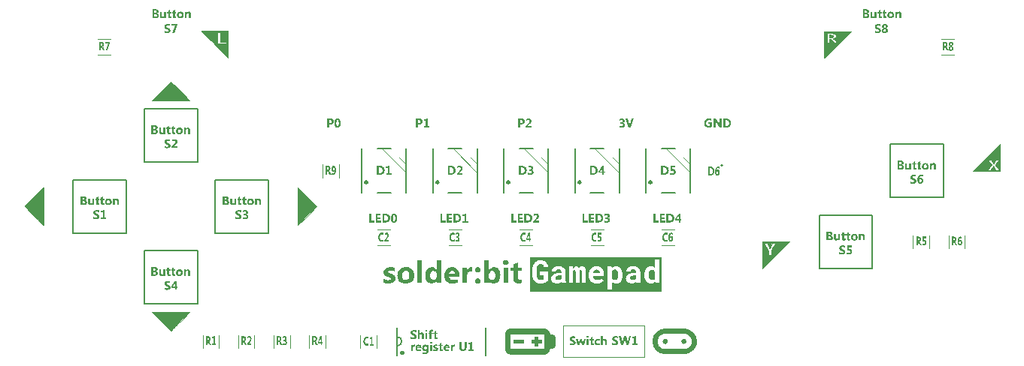
<source format=gto>
%TF.GenerationSoftware,KiCad,Pcbnew,8.0.2-1*%
%TF.CreationDate,2024-07-01T17:17:08+01:00*%
%TF.ProjectId,solderbit-gamepad,736f6c64-6572-4626-9974-2d67616d6570,v0.6*%
%TF.SameCoordinates,Original*%
%TF.FileFunction,Legend,Top*%
%TF.FilePolarity,Positive*%
%FSLAX46Y46*%
G04 Gerber Fmt 4.6, Leading zero omitted, Abs format (unit mm)*
G04 Created by KiCad (PCBNEW 8.0.2-1) date 2024-07-01 17:17:08*
%MOMM*%
%LPD*%
G01*
G04 APERTURE LIST*
%ADD10C,0.500000*%
%ADD11C,0.200000*%
%ADD12C,0.150000*%
%ADD13C,0.180000*%
%ADD14C,0.127000*%
%ADD15C,0.100000*%
%ADD16C,0.000000*%
%ADD17C,0.010000*%
%ADD18C,0.120000*%
%ADD19C,0.152400*%
G04 APERTURE END LIST*
D10*
G36*
X88213572Y-69121877D02*
G01*
X88213572Y-68666974D01*
X88322122Y-68732346D01*
X88438795Y-68785841D01*
X88480408Y-68800697D01*
X88601981Y-68832253D01*
X88724560Y-68844618D01*
X88731978Y-68844661D01*
X88860816Y-68834891D01*
X88959124Y-68805582D01*
X89040735Y-68710946D01*
X89042777Y-68687124D01*
X89004919Y-68601639D01*
X88907833Y-68541800D01*
X88791454Y-68499831D01*
X88778384Y-68496004D01*
X88659239Y-68455933D01*
X88642829Y-68449598D01*
X88526939Y-68400530D01*
X88457815Y-68364724D01*
X88356641Y-68292200D01*
X88324092Y-68259699D01*
X88255414Y-68154647D01*
X88241660Y-68121092D01*
X88216315Y-67999221D01*
X88213572Y-67934856D01*
X88227660Y-67806021D01*
X88273742Y-67688708D01*
X88277686Y-67682065D01*
X88352943Y-67585589D01*
X88449267Y-67508653D01*
X88564366Y-67449882D01*
X88686136Y-67411143D01*
X88694731Y-67409124D01*
X88818116Y-67387419D01*
X88945709Y-67377868D01*
X88982937Y-67377372D01*
X89107886Y-67382714D01*
X89219853Y-67396301D01*
X89346627Y-67420762D01*
X89456769Y-67450645D01*
X89456769Y-67885397D01*
X89349912Y-67824642D01*
X89235729Y-67781594D01*
X89112199Y-67754437D01*
X89004919Y-67746789D01*
X88904780Y-67755949D01*
X88821127Y-67783426D01*
X88764340Y-67829221D01*
X88744190Y-67892114D01*
X88774720Y-67973935D01*
X88855321Y-68033164D01*
X88966451Y-68077739D01*
X89083610Y-68116742D01*
X89087351Y-68118039D01*
X89202370Y-68162260D01*
X89282745Y-68199860D01*
X89387106Y-68264938D01*
X89432955Y-68304274D01*
X89508222Y-68401018D01*
X89529431Y-68444713D01*
X89559735Y-68569418D01*
X89563014Y-68635833D01*
X89550041Y-68763426D01*
X89507349Y-68880939D01*
X89495237Y-68902058D01*
X89416316Y-69001892D01*
X89315108Y-69081577D01*
X89202130Y-69138079D01*
X89082886Y-69176046D01*
X89055600Y-69182327D01*
X88934617Y-69202885D01*
X88809804Y-69212962D01*
X88750907Y-69214078D01*
X88626060Y-69209666D01*
X88488387Y-69193819D01*
X88356057Y-69166447D01*
X88229070Y-69127549D01*
X88213572Y-69121877D01*
G37*
G36*
X90861482Y-67383365D02*
G01*
X90984477Y-67401343D01*
X91119910Y-67438738D01*
X91242076Y-67493392D01*
X91350977Y-67565306D01*
X91416207Y-67622836D01*
X91500871Y-67720445D01*
X91568019Y-67829174D01*
X91617650Y-67949022D01*
X91649764Y-68079990D01*
X91664361Y-68222078D01*
X91665334Y-68271912D01*
X91659058Y-68403696D01*
X91640230Y-68526566D01*
X91601068Y-68662242D01*
X91543831Y-68785082D01*
X91468519Y-68895084D01*
X91408269Y-68961287D01*
X91305422Y-69047197D01*
X91189223Y-69115332D01*
X91059672Y-69165693D01*
X90916768Y-69198279D01*
X90787482Y-69211857D01*
X90705460Y-69214078D01*
X90572665Y-69208086D01*
X90449053Y-69190107D01*
X90312840Y-69152712D01*
X90189850Y-69098058D01*
X90080084Y-69026145D01*
X90014253Y-68968614D01*
X89928758Y-68870404D01*
X89860952Y-68759873D01*
X89810835Y-68637019D01*
X89778406Y-68501843D01*
X89764894Y-68379785D01*
X89762683Y-68302442D01*
X89763009Y-68295725D01*
X90313450Y-68295725D01*
X90323423Y-68440497D01*
X90353343Y-68560731D01*
X90415574Y-68672622D01*
X90524480Y-68758504D01*
X90648944Y-68793838D01*
X90721946Y-68798255D01*
X90854546Y-68780116D01*
X90974571Y-68713101D01*
X91057256Y-68596707D01*
X91098407Y-68457639D01*
X91111743Y-68314036D01*
X91112124Y-68282292D01*
X91102524Y-68141390D01*
X91065659Y-68003832D01*
X90987704Y-67886812D01*
X90872115Y-67816600D01*
X90743086Y-67793673D01*
X90718893Y-67793196D01*
X90596760Y-67808708D01*
X90478467Y-67867041D01*
X90419696Y-67924476D01*
X90354953Y-68038221D01*
X90323826Y-68156359D01*
X90313554Y-68280833D01*
X90313450Y-68295725D01*
X89763009Y-68295725D01*
X89769048Y-68171379D01*
X89788145Y-68049529D01*
X89827865Y-67915470D01*
X89885918Y-67794677D01*
X89962304Y-67687150D01*
X90023412Y-67622836D01*
X90127854Y-67539417D01*
X90245177Y-67473257D01*
X90375379Y-67424356D01*
X90518462Y-67392714D01*
X90647536Y-67379530D01*
X90729274Y-67377372D01*
X90861482Y-67383365D01*
G37*
G36*
X92549494Y-69175000D02*
G01*
X92006664Y-69175000D01*
X92006664Y-66556716D01*
X92549494Y-66556716D01*
X92549494Y-69175000D01*
G37*
G36*
X94721423Y-69175000D02*
G01*
X94178593Y-69175000D01*
X94178593Y-68928314D01*
X94171877Y-68928314D01*
X94096192Y-69025429D01*
X93992538Y-69113335D01*
X93872345Y-69173893D01*
X93735615Y-69207102D01*
X93627826Y-69214078D01*
X93489735Y-69203005D01*
X93363974Y-69169783D01*
X93250544Y-69114414D01*
X93149444Y-69036897D01*
X93097208Y-68982658D01*
X93018932Y-68872350D01*
X92959881Y-68744452D01*
X92924569Y-68620826D01*
X92903381Y-68484276D01*
X92896515Y-68360614D01*
X92896318Y-68334804D01*
X92896945Y-68319539D01*
X93447086Y-68319539D01*
X93456627Y-68453097D01*
X93489161Y-68576182D01*
X93544783Y-68674302D01*
X93637053Y-68754557D01*
X93754114Y-68793897D01*
X93816503Y-68798255D01*
X93940378Y-68776588D01*
X94044098Y-68711589D01*
X94085170Y-68666974D01*
X94148426Y-68556579D01*
X94180763Y-68434412D01*
X94188974Y-68319539D01*
X94188974Y-68188258D01*
X94172548Y-68059415D01*
X94118118Y-67942073D01*
X94089445Y-67905547D01*
X93990786Y-67828744D01*
X93868987Y-67794951D01*
X93829937Y-67793196D01*
X93705917Y-67812945D01*
X93596561Y-67878913D01*
X93548447Y-67933635D01*
X93490738Y-68042598D01*
X93459063Y-68163192D01*
X93447482Y-68289266D01*
X93447086Y-68319539D01*
X92896945Y-68319539D01*
X92901715Y-68203354D01*
X92917904Y-68080341D01*
X92951578Y-67943863D01*
X93000794Y-67819535D01*
X93065552Y-67707358D01*
X93117358Y-67639323D01*
X93205307Y-67550300D01*
X93320123Y-67469720D01*
X93448088Y-67414209D01*
X93568237Y-67386581D01*
X93698046Y-67377372D01*
X93836758Y-67389060D01*
X93955836Y-67424122D01*
X94067883Y-67492815D01*
X94154284Y-67592039D01*
X94171877Y-67621615D01*
X94178593Y-67621615D01*
X94178593Y-66556716D01*
X94721423Y-66556716D01*
X94721423Y-69175000D01*
G37*
G36*
X96080143Y-67385401D02*
G01*
X96205981Y-67409486D01*
X96337272Y-67457880D01*
X96451850Y-67528130D01*
X96536758Y-67605739D01*
X96618841Y-67713422D01*
X96680764Y-67836649D01*
X96717794Y-67954644D01*
X96740012Y-68084059D01*
X96747418Y-68224895D01*
X96747418Y-68453262D01*
X95600087Y-68453262D01*
X95625417Y-68581089D01*
X95692954Y-68696794D01*
X95801396Y-68776502D01*
X95926905Y-68816172D01*
X96054452Y-68829029D01*
X96082466Y-68829396D01*
X96205998Y-68823494D01*
X96338948Y-68802294D01*
X96463121Y-68765677D01*
X96578516Y-68713642D01*
X96592323Y-68706053D01*
X96592323Y-69087072D01*
X96478751Y-69136560D01*
X96351212Y-69173893D01*
X96230777Y-69196218D01*
X96100081Y-69209613D01*
X95959124Y-69214078D01*
X95830601Y-69208339D01*
X95688692Y-69186300D01*
X95560221Y-69147731D01*
X95445189Y-69092634D01*
X95343594Y-69021007D01*
X95297836Y-68978995D01*
X95217944Y-68884312D01*
X95154582Y-68776578D01*
X95107749Y-68655793D01*
X95077445Y-68521955D01*
X95064819Y-68400454D01*
X95062752Y-68323203D01*
X95068954Y-68191388D01*
X95079775Y-68119870D01*
X95596423Y-68119870D01*
X96244277Y-68119870D01*
X96233522Y-67991836D01*
X96193789Y-67875943D01*
X96099685Y-67779917D01*
X95975407Y-67744597D01*
X95938363Y-67743126D01*
X95816547Y-67770145D01*
X95718426Y-67844554D01*
X95712438Y-67851203D01*
X95643349Y-67955522D01*
X95602777Y-68080410D01*
X95596423Y-68119870D01*
X95079775Y-68119870D01*
X95087558Y-68068429D01*
X95126256Y-67932567D01*
X95182813Y-67809455D01*
X95257231Y-67699095D01*
X95316765Y-67632606D01*
X95416141Y-67545866D01*
X95523761Y-67477073D01*
X95639624Y-67426225D01*
X95763729Y-67393324D01*
X95896079Y-67378369D01*
X95942027Y-67377372D01*
X96080143Y-67385401D01*
G37*
G36*
X98207379Y-67900052D02*
G01*
X98087037Y-67856603D01*
X97979012Y-67846318D01*
X97857110Y-67864694D01*
X97749662Y-67926073D01*
X97702407Y-67976988D01*
X97641757Y-68087756D01*
X97610751Y-68212526D01*
X97602878Y-68331140D01*
X97602878Y-69175000D01*
X97060048Y-69175000D01*
X97060048Y-67416451D01*
X97602878Y-67416451D01*
X97602878Y-67736409D01*
X97609595Y-67736409D01*
X97665165Y-67614393D01*
X97748337Y-67503947D01*
X97851262Y-67427862D01*
X97973938Y-67386138D01*
X98073656Y-67377372D01*
X98198007Y-67394423D01*
X98207379Y-67398133D01*
X98207379Y-67900052D01*
G37*
G36*
X98833862Y-67963555D02*
G01*
X98710825Y-67942489D01*
X98610380Y-67879291D01*
X98540820Y-67777911D01*
X98521231Y-67669853D01*
X98547081Y-67546232D01*
X98612822Y-67459193D01*
X98723539Y-67395350D01*
X98842411Y-67377372D01*
X98968501Y-67398133D01*
X99069556Y-67460415D01*
X99141148Y-67567254D01*
X99158094Y-67669853D01*
X99132590Y-67794427D01*
X99067725Y-67881734D01*
X98957018Y-67945577D01*
X98833862Y-67963555D01*
G37*
G36*
X98833862Y-69214078D02*
G01*
X98710825Y-69192860D01*
X98610380Y-69129204D01*
X98540820Y-69027347D01*
X98521231Y-68919155D01*
X98547081Y-68796487D01*
X98612822Y-68709717D01*
X98723539Y-68645874D01*
X98842411Y-68627896D01*
X98968501Y-68648656D01*
X99069556Y-68710938D01*
X99141148Y-68817391D01*
X99158094Y-68919155D01*
X99132590Y-69043597D01*
X99067725Y-69131646D01*
X98957018Y-69195966D01*
X98833862Y-69214078D01*
G37*
G36*
X100081943Y-67685118D02*
G01*
X100088660Y-67685118D01*
X100169983Y-67580533D01*
X100263284Y-67497585D01*
X100387275Y-67428162D01*
X100506529Y-67392098D01*
X100637762Y-67377673D01*
X100660799Y-67377372D01*
X100801878Y-67388504D01*
X100928056Y-67421901D01*
X101039333Y-67477562D01*
X101135708Y-67555488D01*
X101184089Y-67610013D01*
X101255703Y-67719975D01*
X101309728Y-67846299D01*
X101342036Y-67967600D01*
X101361420Y-68100922D01*
X101367882Y-68246266D01*
X101362634Y-68378861D01*
X101346892Y-68503019D01*
X101314148Y-68640871D01*
X101266292Y-68766573D01*
X101203323Y-68880124D01*
X101152948Y-68949075D01*
X101067489Y-69039135D01*
X100954927Y-69120654D01*
X100828515Y-69176812D01*
X100709139Y-69204762D01*
X100579588Y-69214078D01*
X100445274Y-69202216D01*
X100326038Y-69166628D01*
X100208229Y-69096904D01*
X100121300Y-69010475D01*
X100088660Y-68966172D01*
X100081943Y-68966172D01*
X100081943Y-69175000D01*
X99539113Y-69175000D01*
X99539113Y-68229169D01*
X100073394Y-68229169D01*
X100073394Y-68408077D01*
X100089518Y-68535533D01*
X100142946Y-68651605D01*
X100171092Y-68687735D01*
X100267513Y-68763286D01*
X100393907Y-68797284D01*
X100422051Y-68798255D01*
X100549134Y-68778248D01*
X100660450Y-68711419D01*
X100709036Y-68655983D01*
X100767440Y-68544174D01*
X100799497Y-68418237D01*
X100811218Y-68285111D01*
X100811618Y-68252983D01*
X100802495Y-68127129D01*
X100767462Y-68000504D01*
X100718196Y-67915317D01*
X100621140Y-67831836D01*
X100503599Y-67796177D01*
X100451360Y-67793196D01*
X100327672Y-67813149D01*
X100215206Y-67879266D01*
X100180251Y-67914096D01*
X100111065Y-68024420D01*
X100078508Y-68147725D01*
X100073394Y-68229169D01*
X99539113Y-68229169D01*
X99539113Y-66556716D01*
X100081943Y-66556716D01*
X100081943Y-67685118D01*
G37*
G36*
X101982763Y-67103820D02*
G01*
X101857741Y-67083823D01*
X101757449Y-67023831D01*
X101686845Y-66922444D01*
X101670132Y-66827826D01*
X101697760Y-66707097D01*
X101757449Y-66632431D01*
X101864830Y-66573353D01*
X101982763Y-66556716D01*
X102108853Y-66575645D01*
X102208688Y-66632431D01*
X102281084Y-66737842D01*
X102295394Y-66827826D01*
X102267959Y-66950121D01*
X102208688Y-67026273D01*
X102101742Y-67086781D01*
X101982763Y-67103820D01*
G37*
G36*
X102250819Y-69175000D02*
G01*
X101707990Y-69175000D01*
X101707990Y-67416451D01*
X102250819Y-67416451D01*
X102250819Y-69175000D01*
G37*
G36*
X103765125Y-69146912D02*
G01*
X103647235Y-69190399D01*
X103515997Y-69209880D01*
X103402424Y-69214078D01*
X103268043Y-69204795D01*
X103125263Y-69167082D01*
X103010479Y-69100360D01*
X102923691Y-69004628D01*
X102864899Y-68879885D01*
X102838023Y-68759205D01*
X102829064Y-68619958D01*
X102829064Y-67816399D01*
X102543911Y-67816399D01*
X102543911Y-67416451D01*
X102829064Y-67416451D01*
X102829064Y-67027494D01*
X103370062Y-66869347D01*
X103370062Y-67416451D01*
X103765125Y-67416451D01*
X103765125Y-67816399D01*
X103370062Y-67816399D01*
X103370062Y-68524703D01*
X103387305Y-68656938D01*
X103455213Y-68759787D01*
X103574638Y-68797988D01*
X103588049Y-68798255D01*
X103708739Y-68773146D01*
X103765125Y-68745132D01*
X103765125Y-69146912D01*
G37*
D11*
G36*
X111199267Y-62330000D02*
G01*
X110612595Y-62330000D01*
X110612595Y-61345212D01*
X110834612Y-61345212D01*
X110834612Y-62149993D01*
X111199267Y-62149993D01*
X111199267Y-62330000D01*
G37*
G36*
X111918562Y-62330000D02*
G01*
X111327739Y-62330000D01*
X111327739Y-61345212D01*
X111895847Y-61345212D01*
X111895847Y-61525952D01*
X111549755Y-61525952D01*
X111549755Y-61751632D01*
X111871912Y-61751632D01*
X111871912Y-61931639D01*
X111549755Y-61931639D01*
X111549755Y-62149993D01*
X111918562Y-62149993D01*
X111918562Y-62330000D01*
G37*
G36*
X112484773Y-61347087D02*
G01*
X112544232Y-61352711D01*
X112599590Y-61362085D01*
X112650848Y-61375208D01*
X112698005Y-61392081D01*
X112761052Y-61424421D01*
X112814872Y-61465197D01*
X112859466Y-61514409D01*
X112894834Y-61572058D01*
X112920975Y-61638143D01*
X112933277Y-61686886D01*
X112941478Y-61739380D01*
X112945579Y-61795622D01*
X112946092Y-61825150D01*
X112943851Y-61881222D01*
X112937131Y-61934402D01*
X112925930Y-61984690D01*
X112910249Y-62032084D01*
X112890087Y-62076586D01*
X112858585Y-62128145D01*
X112820082Y-62175185D01*
X112802721Y-62192735D01*
X112765451Y-62224906D01*
X112725204Y-62252788D01*
X112681981Y-62276381D01*
X112635781Y-62295683D01*
X112586604Y-62310697D01*
X112534451Y-62321420D01*
X112479321Y-62327855D01*
X112421214Y-62330000D01*
X112072191Y-62330000D01*
X112072191Y-62149993D01*
X112294207Y-62149993D01*
X112404117Y-62149993D01*
X112456057Y-62146953D01*
X112511120Y-62135723D01*
X112560222Y-62116218D01*
X112603364Y-62088439D01*
X112630530Y-62063531D01*
X112662507Y-62022711D01*
X112686629Y-61975908D01*
X112702898Y-61923121D01*
X112710592Y-61873113D01*
X112712595Y-61828080D01*
X112709728Y-61777436D01*
X112699132Y-61723691D01*
X112680729Y-61675696D01*
X112654520Y-61633451D01*
X112631018Y-61606796D01*
X112592291Y-61575296D01*
X112547276Y-61551532D01*
X112495974Y-61535505D01*
X112446995Y-61527926D01*
X112402651Y-61525952D01*
X112294207Y-61525952D01*
X112294207Y-62149993D01*
X112072191Y-62149993D01*
X112072191Y-61345212D01*
X112421214Y-61345212D01*
X112484773Y-61347087D01*
G37*
G36*
X113092149Y-62293852D02*
G01*
X113092149Y-62095526D01*
X113137003Y-62125980D01*
X113185014Y-62148954D01*
X113236179Y-62164449D01*
X113290501Y-62172463D01*
X113322958Y-62173684D01*
X113375721Y-62169586D01*
X113423406Y-62155767D01*
X113452407Y-62139002D01*
X113485716Y-62100247D01*
X113498632Y-62049471D01*
X113498813Y-62041793D01*
X113487827Y-61991243D01*
X113454869Y-61952007D01*
X113441416Y-61942875D01*
X113392358Y-61921591D01*
X113342293Y-61911359D01*
X113290096Y-61907982D01*
X113283879Y-61907948D01*
X113195219Y-61907948D01*
X113195219Y-61736001D01*
X113277041Y-61736001D01*
X113332487Y-61733049D01*
X113386617Y-61721715D01*
X113432665Y-61697747D01*
X113462738Y-61656188D01*
X113469504Y-61615101D01*
X113460269Y-61565413D01*
X113427800Y-61526483D01*
X113379314Y-61506962D01*
X113321737Y-61501528D01*
X113272614Y-61505436D01*
X113224162Y-61517159D01*
X113176382Y-61536699D01*
X113129274Y-61564054D01*
X113129274Y-61382826D01*
X113176324Y-61362079D01*
X113226647Y-61346428D01*
X113280242Y-61335872D01*
X113337109Y-61330413D01*
X113371074Y-61329581D01*
X113425408Y-61331951D01*
X113475019Y-61339060D01*
X113526929Y-61353346D01*
X113572411Y-61374083D01*
X113606280Y-61396992D01*
X113643145Y-61433109D01*
X113669478Y-61474295D01*
X113685277Y-61520548D01*
X113690544Y-61571870D01*
X113685767Y-61628074D01*
X113671438Y-61677314D01*
X113641634Y-61727208D01*
X113606289Y-61761125D01*
X113561392Y-61788078D01*
X113506942Y-61808066D01*
X113494905Y-61811228D01*
X113494905Y-61814647D01*
X113544303Y-61824356D01*
X113593307Y-61842723D01*
X113635356Y-61868972D01*
X113659525Y-61890851D01*
X113691467Y-61933050D01*
X113711579Y-61980877D01*
X113719861Y-62034334D01*
X113720097Y-62045701D01*
X113716542Y-62095607D01*
X113703409Y-62148707D01*
X113680599Y-62196292D01*
X113648111Y-62238360D01*
X113618981Y-62265031D01*
X113578440Y-62292422D01*
X113532473Y-62314147D01*
X113481079Y-62330204D01*
X113424258Y-62340594D01*
X113372762Y-62344923D01*
X113340055Y-62345631D01*
X113284903Y-62343811D01*
X113233752Y-62338350D01*
X113179134Y-62327377D01*
X113129962Y-62311448D01*
X113092149Y-62293852D01*
G37*
G36*
X103199267Y-62330000D02*
G01*
X102612595Y-62330000D01*
X102612595Y-61345212D01*
X102834612Y-61345212D01*
X102834612Y-62149993D01*
X103199267Y-62149993D01*
X103199267Y-62330000D01*
G37*
G36*
X103918562Y-62330000D02*
G01*
X103327739Y-62330000D01*
X103327739Y-61345212D01*
X103895847Y-61345212D01*
X103895847Y-61525952D01*
X103549755Y-61525952D01*
X103549755Y-61751632D01*
X103871912Y-61751632D01*
X103871912Y-61931639D01*
X103549755Y-61931639D01*
X103549755Y-62149993D01*
X103918562Y-62149993D01*
X103918562Y-62330000D01*
G37*
G36*
X104484773Y-61347087D02*
G01*
X104544232Y-61352711D01*
X104599590Y-61362085D01*
X104650848Y-61375208D01*
X104698005Y-61392081D01*
X104761052Y-61424421D01*
X104814872Y-61465197D01*
X104859466Y-61514409D01*
X104894834Y-61572058D01*
X104920975Y-61638143D01*
X104933277Y-61686886D01*
X104941478Y-61739380D01*
X104945579Y-61795622D01*
X104946092Y-61825150D01*
X104943851Y-61881222D01*
X104937131Y-61934402D01*
X104925930Y-61984690D01*
X104910249Y-62032084D01*
X104890087Y-62076586D01*
X104858585Y-62128145D01*
X104820082Y-62175185D01*
X104802721Y-62192735D01*
X104765451Y-62224906D01*
X104725204Y-62252788D01*
X104681981Y-62276381D01*
X104635781Y-62295683D01*
X104586604Y-62310697D01*
X104534451Y-62321420D01*
X104479321Y-62327855D01*
X104421214Y-62330000D01*
X104072191Y-62330000D01*
X104072191Y-62149993D01*
X104294207Y-62149993D01*
X104404117Y-62149993D01*
X104456057Y-62146953D01*
X104511120Y-62135723D01*
X104560222Y-62116218D01*
X104603364Y-62088439D01*
X104630530Y-62063531D01*
X104662507Y-62022711D01*
X104686629Y-61975908D01*
X104702898Y-61923121D01*
X104710592Y-61873113D01*
X104712595Y-61828080D01*
X104709728Y-61777436D01*
X104699132Y-61723691D01*
X104680729Y-61675696D01*
X104654520Y-61633451D01*
X104631018Y-61606796D01*
X104592291Y-61575296D01*
X104547276Y-61551532D01*
X104495974Y-61535505D01*
X104446995Y-61527926D01*
X104402651Y-61525952D01*
X104294207Y-61525952D01*
X104294207Y-62149993D01*
X104072191Y-62149993D01*
X104072191Y-61345212D01*
X104421214Y-61345212D01*
X104484773Y-61347087D01*
G37*
G36*
X105314898Y-62138269D02*
G01*
X105314898Y-62142421D01*
X105714724Y-62142421D01*
X105714724Y-62330000D01*
X105066259Y-62330000D01*
X105066259Y-62153412D01*
X105348360Y-61883524D01*
X105387820Y-61845086D01*
X105424659Y-61805712D01*
X105456210Y-61766766D01*
X105468283Y-61749190D01*
X105490738Y-61704167D01*
X105502119Y-61653517D01*
X105502965Y-61634884D01*
X105495965Y-61582922D01*
X105470819Y-61539165D01*
X105427386Y-61512076D01*
X105374380Y-61502049D01*
X105356664Y-61501528D01*
X105301625Y-61506016D01*
X105247637Y-61519480D01*
X105202199Y-61538164D01*
X105157534Y-61563443D01*
X105113642Y-61595317D01*
X105113642Y-61404319D01*
X105162978Y-61378920D01*
X105214633Y-61358775D01*
X105268606Y-61343886D01*
X105324897Y-61334252D01*
X105383507Y-61329873D01*
X105403558Y-61329581D01*
X105457835Y-61332217D01*
X105507457Y-61340125D01*
X105559468Y-61356015D01*
X105605144Y-61379081D01*
X105639253Y-61404563D01*
X105676439Y-61445215D01*
X105703000Y-61492430D01*
X105717526Y-61539128D01*
X105723917Y-61590851D01*
X105724249Y-61606552D01*
X105719205Y-61660026D01*
X105704071Y-61714048D01*
X105678847Y-61768618D01*
X105651404Y-61812670D01*
X105617504Y-61857072D01*
X105577147Y-61901826D01*
X105530332Y-61946931D01*
X105517620Y-61958262D01*
X105314898Y-62138269D01*
G37*
G36*
X119199267Y-62330000D02*
G01*
X118612595Y-62330000D01*
X118612595Y-61345212D01*
X118834612Y-61345212D01*
X118834612Y-62149993D01*
X119199267Y-62149993D01*
X119199267Y-62330000D01*
G37*
G36*
X119918562Y-62330000D02*
G01*
X119327739Y-62330000D01*
X119327739Y-61345212D01*
X119895847Y-61345212D01*
X119895847Y-61525952D01*
X119549755Y-61525952D01*
X119549755Y-61751632D01*
X119871912Y-61751632D01*
X119871912Y-61931639D01*
X119549755Y-61931639D01*
X119549755Y-62149993D01*
X119918562Y-62149993D01*
X119918562Y-62330000D01*
G37*
G36*
X120484773Y-61347087D02*
G01*
X120544232Y-61352711D01*
X120599590Y-61362085D01*
X120650848Y-61375208D01*
X120698005Y-61392081D01*
X120761052Y-61424421D01*
X120814872Y-61465197D01*
X120859466Y-61514409D01*
X120894834Y-61572058D01*
X120920975Y-61638143D01*
X120933277Y-61686886D01*
X120941478Y-61739380D01*
X120945579Y-61795622D01*
X120946092Y-61825150D01*
X120943851Y-61881222D01*
X120937131Y-61934402D01*
X120925930Y-61984690D01*
X120910249Y-62032084D01*
X120890087Y-62076586D01*
X120858585Y-62128145D01*
X120820082Y-62175185D01*
X120802721Y-62192735D01*
X120765451Y-62224906D01*
X120725204Y-62252788D01*
X120681981Y-62276381D01*
X120635781Y-62295683D01*
X120586604Y-62310697D01*
X120534451Y-62321420D01*
X120479321Y-62327855D01*
X120421214Y-62330000D01*
X120072191Y-62330000D01*
X120072191Y-62149993D01*
X120294207Y-62149993D01*
X120404117Y-62149993D01*
X120456057Y-62146953D01*
X120511120Y-62135723D01*
X120560222Y-62116218D01*
X120603364Y-62088439D01*
X120630530Y-62063531D01*
X120662507Y-62022711D01*
X120686629Y-61975908D01*
X120702898Y-61923121D01*
X120710592Y-61873113D01*
X120712595Y-61828080D01*
X120709728Y-61777436D01*
X120699132Y-61723691D01*
X120680729Y-61675696D01*
X120654520Y-61633451D01*
X120631018Y-61606796D01*
X120592291Y-61575296D01*
X120547276Y-61551532D01*
X120495974Y-61535505D01*
X120446995Y-61527926D01*
X120402651Y-61525952D01*
X120294207Y-61525952D01*
X120294207Y-62149993D01*
X120072191Y-62149993D01*
X120072191Y-61345212D01*
X120421214Y-61345212D01*
X120484773Y-61347087D01*
G37*
G36*
X121645359Y-61970474D02*
G01*
X121763328Y-61970474D01*
X121763328Y-62126789D01*
X121645359Y-62126789D01*
X121645359Y-62330000D01*
X121447522Y-62330000D01*
X121447522Y-62126789D01*
X121018143Y-62126789D01*
X121018143Y-61987083D01*
X121028843Y-61970474D01*
X121198150Y-61970474D01*
X121447522Y-61970474D01*
X121447522Y-61658820D01*
X121448372Y-61608399D01*
X121450209Y-61564054D01*
X121446057Y-61564054D01*
X121425771Y-61608638D01*
X121408932Y-61641479D01*
X121198150Y-61970474D01*
X121028843Y-61970474D01*
X121431646Y-61345212D01*
X121645359Y-61345212D01*
X121645359Y-61970474D01*
G37*
D10*
G36*
X114312904Y-67652570D02*
G01*
X114430495Y-67693056D01*
X114464574Y-67716793D01*
X114547121Y-67812735D01*
X114578033Y-67873557D01*
X114614288Y-67992864D01*
X114628897Y-68086497D01*
X114635659Y-68215125D01*
X114635659Y-68251762D01*
X114631685Y-68351889D01*
X114614898Y-68473412D01*
X114598159Y-68541818D01*
X114550174Y-68655983D01*
X114526208Y-68693040D01*
X114434159Y-68779937D01*
X114386586Y-68803765D01*
X114261357Y-68825122D01*
X114171598Y-68817651D01*
X114052529Y-68771999D01*
X114002069Y-68731292D01*
X113928576Y-68630338D01*
X113928576Y-67845097D01*
X113963333Y-67785847D01*
X114052529Y-67700383D01*
X114131286Y-67665321D01*
X114258304Y-67649092D01*
X114312904Y-67652570D01*
G37*
G36*
X108236496Y-68632780D02*
G01*
X108179710Y-68703000D01*
X108093614Y-68764672D01*
X107982484Y-68808635D01*
X107970829Y-68811582D01*
X107848761Y-68825122D01*
X107755424Y-68816277D01*
X107642986Y-68762229D01*
X107610223Y-68724292D01*
X107575209Y-68604082D01*
X107599023Y-68488066D01*
X107672906Y-68396475D01*
X107689253Y-68384872D01*
X107801744Y-68336636D01*
X107865829Y-68323613D01*
X107992864Y-68315265D01*
X108236496Y-68315265D01*
X108236496Y-68632780D01*
G37*
G36*
X112227127Y-67650436D02*
G01*
X112348935Y-67677180D01*
X112361799Y-67682509D01*
X112466782Y-67752285D01*
X112475629Y-67761376D01*
X112540666Y-67865858D01*
X112546734Y-67882325D01*
X112569975Y-68005076D01*
X112569975Y-68041713D01*
X111786566Y-68041713D01*
X111796183Y-67998207D01*
X111837857Y-67880512D01*
X111849121Y-67858488D01*
X111923342Y-67756559D01*
X111936260Y-67743965D01*
X112040579Y-67677180D01*
X112066239Y-67667635D01*
X112188346Y-67649092D01*
X112227127Y-67650436D01*
G37*
G36*
X116638450Y-68632780D02*
G01*
X116581664Y-68703000D01*
X116495568Y-68764672D01*
X116384438Y-68808635D01*
X116372783Y-68811582D01*
X116250715Y-68825122D01*
X116157378Y-68816277D01*
X116044940Y-68762229D01*
X116012177Y-68724292D01*
X115977163Y-68604082D01*
X116000976Y-68488066D01*
X116074860Y-68396475D01*
X116091207Y-68384872D01*
X116203698Y-68336636D01*
X116267783Y-68323613D01*
X116394818Y-68315265D01*
X116638450Y-68315265D01*
X116638450Y-68632780D01*
G37*
G36*
X118532821Y-67656992D02*
G01*
X118649790Y-67705268D01*
X118709937Y-67757872D01*
X118778628Y-67861584D01*
X118778628Y-68623011D01*
X118741496Y-68682969D01*
X118648569Y-68771388D01*
X118569328Y-68808120D01*
X118443405Y-68825122D01*
X118388853Y-68821644D01*
X118271824Y-68781158D01*
X118238317Y-68757153D01*
X118157030Y-68660868D01*
X118127034Y-68599932D01*
X118092306Y-68481960D01*
X118078281Y-68382033D01*
X118072766Y-68259699D01*
X118072766Y-68223063D01*
X118076623Y-68121683D01*
X118092916Y-67999581D01*
X118110003Y-67930623D01*
X118158251Y-67817009D01*
X118182447Y-67780029D01*
X118274267Y-67694277D01*
X118321839Y-67670449D01*
X118447069Y-67649092D01*
X118532821Y-67656992D01*
G37*
G36*
X119535733Y-70156197D02*
G01*
X104671820Y-70156197D01*
X104671820Y-67733356D01*
X104949598Y-67733356D01*
X104949598Y-68080181D01*
X104951917Y-68178498D01*
X104962221Y-68303444D01*
X104983666Y-68435614D01*
X105015544Y-68558897D01*
X105019720Y-68571999D01*
X105067519Y-68696005D01*
X105126290Y-68807250D01*
X105203611Y-68914881D01*
X105284767Y-68999030D01*
X105385195Y-69076167D01*
X105497313Y-69137142D01*
X105508077Y-69141875D01*
X105631837Y-69184025D01*
X105752861Y-69206565D01*
X105881995Y-69214078D01*
X105930909Y-69213363D01*
X106053342Y-69204805D01*
X106177529Y-69184769D01*
X106186090Y-69182958D01*
X106308199Y-69151644D01*
X106425436Y-69109665D01*
X106510295Y-69069649D01*
X106616556Y-69004640D01*
X106654986Y-68975751D01*
X106744173Y-68890457D01*
X106743749Y-68657815D01*
X107097714Y-68657815D01*
X107106947Y-68760097D01*
X107145952Y-68881297D01*
X107195290Y-68965263D01*
X107279675Y-69057763D01*
X107367635Y-69119918D01*
X107484839Y-69173168D01*
X107492342Y-69175685D01*
X107618546Y-69205089D01*
X107747400Y-69214078D01*
X107785046Y-69213260D01*
X107910432Y-69196981D01*
X107929151Y-69192669D01*
X108048429Y-69151796D01*
X108056246Y-69148097D01*
X108162613Y-69084019D01*
X108253593Y-69001587D01*
X108274354Y-69096231D01*
X108303663Y-69175000D01*
X108787875Y-69175000D01*
X108765127Y-69121797D01*
X108732920Y-69002198D01*
X108731755Y-68995850D01*
X108717614Y-68872239D01*
X108713991Y-68748185D01*
X108713991Y-67928750D01*
X108712515Y-67877994D01*
X108694864Y-67754956D01*
X108653541Y-67636880D01*
X108645877Y-67621252D01*
X108576692Y-67514992D01*
X108486845Y-67428053D01*
X108466581Y-67412842D01*
X108354954Y-67347574D01*
X108235275Y-67302878D01*
X108221095Y-67299214D01*
X109129815Y-67299214D01*
X109129815Y-69175000D01*
X109564567Y-69175000D01*
X109564567Y-67789532D01*
X109616468Y-67692445D01*
X109705006Y-67655809D01*
X109756297Y-67663747D01*
X109798429Y-67690614D01*
X109827128Y-67744347D01*
X109837508Y-67832885D01*
X109837508Y-69175000D01*
X110258217Y-69175000D01*
X110258217Y-67762665D01*
X110311339Y-67684508D01*
X110395603Y-67655809D01*
X110446284Y-67663747D01*
X110489637Y-67691835D01*
X110519556Y-67746179D01*
X110531158Y-67834717D01*
X110531158Y-69175000D01*
X110965910Y-69175000D01*
X110965910Y-68233443D01*
X111293806Y-68233443D01*
X111293806Y-68303053D01*
X111300425Y-68419473D01*
X111322995Y-68542302D01*
X111361584Y-68659647D01*
X111399060Y-68739980D01*
X111468726Y-68850319D01*
X111554535Y-68948464D01*
X111637981Y-69020163D01*
X111740929Y-69087461D01*
X111855565Y-69142637D01*
X111866556Y-69147033D01*
X111992493Y-69186172D01*
X112114996Y-69207102D01*
X112245132Y-69214078D01*
X112253700Y-69214050D01*
X112377786Y-69206751D01*
X112500976Y-69184769D01*
X112600536Y-69155617D01*
X112716521Y-69107833D01*
X112785729Y-69070223D01*
X112885048Y-68999145D01*
X112919090Y-68968156D01*
X113001064Y-68873360D01*
X112762316Y-68609577D01*
X112754413Y-68619534D01*
X112665840Y-68703611D01*
X112655461Y-68710940D01*
X112547383Y-68770167D01*
X112535422Y-68775092D01*
X112414270Y-68811078D01*
X112396858Y-68814369D01*
X112274441Y-68825122D01*
X112213726Y-68822081D01*
X112090648Y-68793981D01*
X112044747Y-68774092D01*
X111941050Y-68704832D01*
X111906134Y-68670856D01*
X111833583Y-68568667D01*
X111808284Y-68512146D01*
X111778018Y-68393422D01*
X113038921Y-68393422D01*
X113038921Y-68188258D01*
X113033376Y-68062082D01*
X113014465Y-67931553D01*
X112982135Y-67809682D01*
X112950460Y-67727021D01*
X112890639Y-67614765D01*
X112816050Y-67516591D01*
X112758653Y-67458965D01*
X112661108Y-67385405D01*
X112549825Y-67327302D01*
X112468644Y-67299214D01*
X113451081Y-67299214D01*
X113451081Y-67845097D01*
X113451081Y-69878419D01*
X113928576Y-69878419D01*
X113928576Y-69017463D01*
X114020014Y-69100505D01*
X114125802Y-69162787D01*
X114140137Y-69168998D01*
X114264777Y-69204261D01*
X114388363Y-69214078D01*
X114452684Y-69211502D01*
X114582474Y-69188247D01*
X114699162Y-69140806D01*
X114748657Y-69111418D01*
X114845144Y-69034636D01*
X114926919Y-68939916D01*
X114970195Y-68872825D01*
X115024520Y-68761027D01*
X115058830Y-68657815D01*
X115499668Y-68657815D01*
X115508901Y-68760097D01*
X115547906Y-68881297D01*
X115597244Y-68965263D01*
X115681629Y-69057763D01*
X115769589Y-69119918D01*
X115886793Y-69173168D01*
X115894296Y-69175685D01*
X116020500Y-69205089D01*
X116149354Y-69214078D01*
X116187000Y-69213260D01*
X116312386Y-69196981D01*
X116331105Y-69192669D01*
X116450383Y-69151796D01*
X116458200Y-69148097D01*
X116564567Y-69084019D01*
X116655547Y-69001587D01*
X116676308Y-69096231D01*
X116705617Y-69175000D01*
X117189829Y-69175000D01*
X117167081Y-69121797D01*
X117134874Y-69002198D01*
X117133709Y-68995850D01*
X117119568Y-68872239D01*
X117115945Y-68748185D01*
X117115945Y-68223063D01*
X117595272Y-68223063D01*
X117595272Y-68259699D01*
X117600102Y-68385327D01*
X117616572Y-68516630D01*
X117644731Y-68640718D01*
X117668711Y-68714841D01*
X117719472Y-68831305D01*
X117788224Y-68942358D01*
X117824903Y-68988075D01*
X117914096Y-69074020D01*
X118016591Y-69142027D01*
X118077323Y-69170102D01*
X118199105Y-69203946D01*
X118321894Y-69214078D01*
X118350871Y-69213552D01*
X118477295Y-69197190D01*
X118596667Y-69154239D01*
X118611353Y-69146494D01*
X118713740Y-69076397D01*
X118802442Y-68985101D01*
X118826866Y-69175000D01*
X119257955Y-69175000D01*
X119257955Y-66517637D01*
X118778628Y-66517637D01*
X118778628Y-67462857D01*
X118686274Y-67376914D01*
X118581402Y-67313258D01*
X118574460Y-67309990D01*
X118453980Y-67271808D01*
X118324947Y-67260136D01*
X118261270Y-67262583D01*
X118132581Y-67284676D01*
X118016591Y-67329745D01*
X117967611Y-67357888D01*
X117871062Y-67432856D01*
X117787613Y-67526971D01*
X117737998Y-67602421D01*
X117683115Y-67715493D01*
X117644120Y-67831664D01*
X117641115Y-67842767D01*
X117614353Y-67969709D01*
X117600042Y-68092748D01*
X117595272Y-68223063D01*
X117115945Y-68223063D01*
X117115945Y-67928750D01*
X117114469Y-67877994D01*
X117096818Y-67754956D01*
X117055495Y-67636880D01*
X117047831Y-67621252D01*
X116978646Y-67514992D01*
X116888799Y-67428053D01*
X116868535Y-67412842D01*
X116756908Y-67347574D01*
X116637229Y-67302878D01*
X116572777Y-67286224D01*
X116447035Y-67266146D01*
X116323988Y-67260136D01*
X116244229Y-67262444D01*
X116116746Y-67277141D01*
X115991817Y-67308374D01*
X115965070Y-67317719D01*
X115850467Y-67369277D01*
X115746353Y-67439043D01*
X115662937Y-67521654D01*
X115593702Y-67629553D01*
X115556010Y-67734131D01*
X115541189Y-67859141D01*
X116018684Y-67859141D01*
X116026549Y-67787239D01*
X116085240Y-67679623D01*
X116172099Y-67628790D01*
X116298342Y-67611845D01*
X116318647Y-67612174D01*
X116443819Y-67632911D01*
X116550523Y-67696109D01*
X116619130Y-67802051D01*
X116638450Y-67923866D01*
X116638450Y-68041713D01*
X116372226Y-68041713D01*
X116345302Y-68041870D01*
X116216979Y-68047380D01*
X116076844Y-68064381D01*
X115951823Y-68092717D01*
X115825064Y-68140102D01*
X115718876Y-68202913D01*
X115705390Y-68213080D01*
X115612911Y-68303822D01*
X115547834Y-68411280D01*
X115510157Y-68535452D01*
X115504274Y-68604082D01*
X115499668Y-68657815D01*
X115058830Y-68657815D01*
X115066137Y-68635833D01*
X115092905Y-68511470D01*
X115108562Y-68380180D01*
X115113154Y-68254815D01*
X115113154Y-68218178D01*
X115113108Y-68204820D01*
X115107598Y-68075304D01*
X115092905Y-67953183D01*
X115066137Y-67827390D01*
X115043376Y-67752344D01*
X114994160Y-67634979D01*
X114926308Y-67523918D01*
X114896261Y-67485835D01*
X114808370Y-67400077D01*
X114697941Y-67329134D01*
X114636649Y-67302249D01*
X114512278Y-67269839D01*
X114385310Y-67260136D01*
X114356344Y-67260645D01*
X114230254Y-67276507D01*
X114111758Y-67318143D01*
X114104499Y-67321815D01*
X113996632Y-67393046D01*
X113909647Y-67481175D01*
X113892550Y-67299214D01*
X113451081Y-67299214D01*
X112468644Y-67299214D01*
X112447453Y-67291882D01*
X112324926Y-67268072D01*
X112192009Y-67260136D01*
X112073513Y-67267112D01*
X111949780Y-67290903D01*
X111832972Y-67331577D01*
X111753326Y-67370884D01*
X111644304Y-67443299D01*
X111547819Y-67531856D01*
X111477826Y-67617269D01*
X111412817Y-67722519D01*
X111360362Y-67839602D01*
X111356268Y-67850782D01*
X111319805Y-67978563D01*
X111309859Y-68041713D01*
X111300306Y-68102366D01*
X111293806Y-68233443D01*
X110965910Y-68233443D01*
X110965910Y-67833496D01*
X110965791Y-67814142D01*
X110958278Y-67689087D01*
X110935380Y-67568492D01*
X110911924Y-67498531D01*
X110851116Y-67391416D01*
X110826673Y-67363041D01*
X110724110Y-67291277D01*
X110691765Y-67279143D01*
X110567184Y-67260136D01*
X110475293Y-67269205D01*
X110362020Y-67315090D01*
X110297997Y-67366198D01*
X110222191Y-67465910D01*
X110156355Y-67348755D01*
X110053723Y-67280231D01*
X109928489Y-67260136D01*
X109811540Y-67275967D01*
X109700732Y-67332187D01*
X109617384Y-67416756D01*
X109554187Y-67527581D01*
X109540143Y-67299214D01*
X109129815Y-67299214D01*
X108221095Y-67299214D01*
X108170823Y-67286224D01*
X108045081Y-67266146D01*
X107922034Y-67260136D01*
X107842276Y-67262444D01*
X107714792Y-67277141D01*
X107589863Y-67308374D01*
X107563116Y-67317719D01*
X107448513Y-67369277D01*
X107344399Y-67439043D01*
X107260984Y-67521654D01*
X107191748Y-67629553D01*
X107154056Y-67734131D01*
X107139235Y-67859141D01*
X107616730Y-67859141D01*
X107624595Y-67787239D01*
X107683286Y-67679623D01*
X107770145Y-67628790D01*
X107896388Y-67611845D01*
X107916693Y-67612174D01*
X108041865Y-67632911D01*
X108148569Y-67696109D01*
X108217176Y-67802051D01*
X108236496Y-67923866D01*
X108236496Y-68041713D01*
X107970272Y-68041713D01*
X107943348Y-68041870D01*
X107815025Y-68047380D01*
X107674890Y-68064381D01*
X107549869Y-68092717D01*
X107423110Y-68140102D01*
X107316922Y-68202913D01*
X107303436Y-68213080D01*
X107210957Y-68303822D01*
X107145880Y-68411280D01*
X107108204Y-68535452D01*
X107102320Y-68604082D01*
X107097714Y-68657815D01*
X106743749Y-68657815D01*
X106742341Y-67885397D01*
X105847801Y-67885397D01*
X105847801Y-68274354D01*
X106261182Y-68274354D01*
X106259961Y-68719487D01*
X106203785Y-68759787D01*
X106118911Y-68793981D01*
X106015718Y-68817184D01*
X105903977Y-68825122D01*
X105874837Y-68824373D01*
X105743378Y-68798160D01*
X105635651Y-68734499D01*
X105551657Y-68633391D01*
X105524733Y-68582825D01*
X105481532Y-68465894D01*
X105455378Y-68346298D01*
X105440092Y-68210574D01*
X105435642Y-68081402D01*
X105435642Y-67728471D01*
X105436844Y-67661760D01*
X105446461Y-67537482D01*
X105469836Y-67407903D01*
X105507125Y-67287886D01*
X105562037Y-67175872D01*
X105604718Y-67116635D01*
X105699424Y-67033600D01*
X105750347Y-67007840D01*
X105871615Y-66984752D01*
X105918126Y-66986326D01*
X106047543Y-67013186D01*
X106155547Y-67085502D01*
X106197374Y-67142059D01*
X106247110Y-67260337D01*
X106271563Y-67385921D01*
X106742341Y-67385921D01*
X106732043Y-67307294D01*
X106705010Y-67180798D01*
X106662351Y-67055582D01*
X106642122Y-67010699D01*
X106578782Y-66904328D01*
X106493213Y-66806454D01*
X106450945Y-66769704D01*
X106347435Y-66701859D01*
X106227599Y-66650139D01*
X106113291Y-66619199D01*
X105986140Y-66601102D01*
X105859403Y-66595795D01*
X105741110Y-66603308D01*
X105617186Y-66628929D01*
X105499755Y-66672732D01*
X105400508Y-66727674D01*
X105300978Y-66803952D01*
X105211549Y-66896824D01*
X105196415Y-66915469D01*
X105126970Y-67016208D01*
X105067901Y-67129468D01*
X105019207Y-67255251D01*
X104992084Y-67350132D01*
X104967001Y-67480107D01*
X104953949Y-67603182D01*
X104949598Y-67733356D01*
X104671820Y-67733356D01*
X104671820Y-66239859D01*
X119535733Y-66239859D01*
X119535733Y-70156197D01*
G37*
D11*
G36*
X87199267Y-62330000D02*
G01*
X86612595Y-62330000D01*
X86612595Y-61345212D01*
X86834612Y-61345212D01*
X86834612Y-62149993D01*
X87199267Y-62149993D01*
X87199267Y-62330000D01*
G37*
G36*
X87918562Y-62330000D02*
G01*
X87327739Y-62330000D01*
X87327739Y-61345212D01*
X87895847Y-61345212D01*
X87895847Y-61525952D01*
X87549755Y-61525952D01*
X87549755Y-61751632D01*
X87871912Y-61751632D01*
X87871912Y-61931639D01*
X87549755Y-61931639D01*
X87549755Y-62149993D01*
X87918562Y-62149993D01*
X87918562Y-62330000D01*
G37*
G36*
X88484773Y-61347087D02*
G01*
X88544232Y-61352711D01*
X88599590Y-61362085D01*
X88650848Y-61375208D01*
X88698005Y-61392081D01*
X88761052Y-61424421D01*
X88814872Y-61465197D01*
X88859466Y-61514409D01*
X88894834Y-61572058D01*
X88920975Y-61638143D01*
X88933277Y-61686886D01*
X88941478Y-61739380D01*
X88945579Y-61795622D01*
X88946092Y-61825150D01*
X88943851Y-61881222D01*
X88937131Y-61934402D01*
X88925930Y-61984690D01*
X88910249Y-62032084D01*
X88890087Y-62076586D01*
X88858585Y-62128145D01*
X88820082Y-62175185D01*
X88802721Y-62192735D01*
X88765451Y-62224906D01*
X88725204Y-62252788D01*
X88681981Y-62276381D01*
X88635781Y-62295683D01*
X88586604Y-62310697D01*
X88534451Y-62321420D01*
X88479321Y-62327855D01*
X88421214Y-62330000D01*
X88072191Y-62330000D01*
X88072191Y-62149993D01*
X88294207Y-62149993D01*
X88404117Y-62149993D01*
X88456057Y-62146953D01*
X88511120Y-62135723D01*
X88560222Y-62116218D01*
X88603364Y-62088439D01*
X88630530Y-62063531D01*
X88662507Y-62022711D01*
X88686629Y-61975908D01*
X88702898Y-61923121D01*
X88710592Y-61873113D01*
X88712595Y-61828080D01*
X88709728Y-61777436D01*
X88699132Y-61723691D01*
X88680729Y-61675696D01*
X88654520Y-61633451D01*
X88631018Y-61606796D01*
X88592291Y-61575296D01*
X88547276Y-61551532D01*
X88495974Y-61535505D01*
X88446995Y-61527926D01*
X88402651Y-61525952D01*
X88294207Y-61525952D01*
X88294207Y-62149993D01*
X88072191Y-62149993D01*
X88072191Y-61345212D01*
X88421214Y-61345212D01*
X88484773Y-61347087D01*
G37*
G36*
X89471768Y-61333984D02*
G01*
X89527101Y-61347192D01*
X89576399Y-61369206D01*
X89619660Y-61400026D01*
X89656885Y-61439651D01*
X89688073Y-61488082D01*
X89713225Y-61545319D01*
X89732340Y-61611361D01*
X89741730Y-61660281D01*
X89748437Y-61713115D01*
X89752461Y-61769862D01*
X89753803Y-61830523D01*
X89752337Y-61891045D01*
X89747941Y-61947927D01*
X89740614Y-62001168D01*
X89730355Y-62050769D01*
X89713411Y-62107650D01*
X89691887Y-62158842D01*
X89665784Y-62204345D01*
X89660013Y-62212763D01*
X89628719Y-62251040D01*
X89585923Y-62288410D01*
X89537408Y-62316436D01*
X89483175Y-62335121D01*
X89433612Y-62343555D01*
X89391102Y-62345631D01*
X89328248Y-62341301D01*
X89271576Y-62328312D01*
X89221086Y-62306663D01*
X89176779Y-62276354D01*
X89138654Y-62237385D01*
X89106712Y-62189757D01*
X89080952Y-62133470D01*
X89061374Y-62068522D01*
X89051757Y-62020413D01*
X89044888Y-61968455D01*
X89040766Y-61912649D01*
X89039392Y-61852993D01*
X89039521Y-61847620D01*
X89259944Y-61847620D01*
X89261157Y-61905891D01*
X89264795Y-61958431D01*
X89273420Y-62019568D01*
X89286357Y-62070515D01*
X89308593Y-62119871D01*
X89344170Y-62158081D01*
X89397941Y-62173684D01*
X89450379Y-62157602D01*
X89485075Y-62118218D01*
X89506760Y-62067347D01*
X89519376Y-62014835D01*
X89527787Y-61951820D01*
X89531336Y-61897667D01*
X89532519Y-61837606D01*
X89531359Y-61777545D01*
X89527882Y-61723392D01*
X89519639Y-61660377D01*
X89507274Y-61607865D01*
X89486022Y-61556994D01*
X89452019Y-61517610D01*
X89400628Y-61501528D01*
X89352817Y-61513695D01*
X89314898Y-61550197D01*
X89290856Y-61599204D01*
X89276567Y-61650577D01*
X89266676Y-61712766D01*
X89262142Y-61766505D01*
X89260081Y-61826327D01*
X89259944Y-61847620D01*
X89039521Y-61847620D01*
X89040877Y-61791024D01*
X89045331Y-61732856D01*
X89052753Y-61678489D01*
X89063145Y-61627923D01*
X89080310Y-61570061D01*
X89102114Y-61518138D01*
X89128557Y-61472154D01*
X89134403Y-61463670D01*
X89166257Y-61425041D01*
X89209992Y-61387328D01*
X89259737Y-61359044D01*
X89305783Y-61342675D01*
X89356003Y-61332854D01*
X89410397Y-61329581D01*
X89471768Y-61333984D01*
G37*
G36*
X95199267Y-62330000D02*
G01*
X94612595Y-62330000D01*
X94612595Y-61345212D01*
X94834612Y-61345212D01*
X94834612Y-62149993D01*
X95199267Y-62149993D01*
X95199267Y-62330000D01*
G37*
G36*
X95918562Y-62330000D02*
G01*
X95327739Y-62330000D01*
X95327739Y-61345212D01*
X95895847Y-61345212D01*
X95895847Y-61525952D01*
X95549755Y-61525952D01*
X95549755Y-61751632D01*
X95871912Y-61751632D01*
X95871912Y-61931639D01*
X95549755Y-61931639D01*
X95549755Y-62149993D01*
X95918562Y-62149993D01*
X95918562Y-62330000D01*
G37*
G36*
X96484773Y-61347087D02*
G01*
X96544232Y-61352711D01*
X96599590Y-61362085D01*
X96650848Y-61375208D01*
X96698005Y-61392081D01*
X96761052Y-61424421D01*
X96814872Y-61465197D01*
X96859466Y-61514409D01*
X96894834Y-61572058D01*
X96920975Y-61638143D01*
X96933277Y-61686886D01*
X96941478Y-61739380D01*
X96945579Y-61795622D01*
X96946092Y-61825150D01*
X96943851Y-61881222D01*
X96937131Y-61934402D01*
X96925930Y-61984690D01*
X96910249Y-62032084D01*
X96890087Y-62076586D01*
X96858585Y-62128145D01*
X96820082Y-62175185D01*
X96802721Y-62192735D01*
X96765451Y-62224906D01*
X96725204Y-62252788D01*
X96681981Y-62276381D01*
X96635781Y-62295683D01*
X96586604Y-62310697D01*
X96534451Y-62321420D01*
X96479321Y-62327855D01*
X96421214Y-62330000D01*
X96072191Y-62330000D01*
X96072191Y-62149993D01*
X96294207Y-62149993D01*
X96404117Y-62149993D01*
X96456057Y-62146953D01*
X96511120Y-62135723D01*
X96560222Y-62116218D01*
X96603364Y-62088439D01*
X96630530Y-62063531D01*
X96662507Y-62022711D01*
X96686629Y-61975908D01*
X96702898Y-61923121D01*
X96710592Y-61873113D01*
X96712595Y-61828080D01*
X96709728Y-61777436D01*
X96699132Y-61723691D01*
X96680729Y-61675696D01*
X96654520Y-61633451D01*
X96631018Y-61606796D01*
X96592291Y-61575296D01*
X96547276Y-61551532D01*
X96495974Y-61535505D01*
X96446995Y-61527926D01*
X96402651Y-61525952D01*
X96294207Y-61525952D01*
X96294207Y-62149993D01*
X96072191Y-62149993D01*
X96072191Y-61345212D01*
X96421214Y-61345212D01*
X96484773Y-61347087D01*
G37*
G36*
X97731088Y-62330000D02*
G01*
X97108025Y-62330000D01*
X97108025Y-62158053D01*
X97311967Y-62158053D01*
X97311967Y-61532791D01*
X97102651Y-61579685D01*
X97102651Y-61407739D01*
X97528367Y-61329581D01*
X97528367Y-62158053D01*
X97731088Y-62158053D01*
X97731088Y-62330000D01*
G37*
G36*
X119871544Y-55946806D02*
G01*
X119931003Y-55952430D01*
X119986361Y-55961804D01*
X120037619Y-55974927D01*
X120084776Y-55991800D01*
X120147822Y-56024140D01*
X120201643Y-56064916D01*
X120246237Y-56114128D01*
X120281605Y-56171777D01*
X120307746Y-56237862D01*
X120320048Y-56286605D01*
X120328249Y-56339099D01*
X120332350Y-56395341D01*
X120332862Y-56424869D01*
X120330622Y-56480941D01*
X120323902Y-56534121D01*
X120312701Y-56584409D01*
X120297020Y-56631803D01*
X120276858Y-56676305D01*
X120245356Y-56727864D01*
X120206853Y-56774904D01*
X120189492Y-56792454D01*
X120152222Y-56824625D01*
X120111975Y-56852507D01*
X120068752Y-56876100D01*
X120022552Y-56895402D01*
X119973375Y-56910416D01*
X119921222Y-56921139D01*
X119866091Y-56927574D01*
X119807984Y-56929719D01*
X119458961Y-56929719D01*
X119458961Y-56749712D01*
X119680978Y-56749712D01*
X119790887Y-56749712D01*
X119842828Y-56746672D01*
X119897891Y-56735442D01*
X119946993Y-56715937D01*
X119990135Y-56688158D01*
X120017301Y-56663250D01*
X120049277Y-56622430D01*
X120073400Y-56575627D01*
X120089669Y-56522840D01*
X120097363Y-56472832D01*
X120099366Y-56427799D01*
X120096498Y-56377155D01*
X120085903Y-56323410D01*
X120067500Y-56275415D01*
X120041290Y-56233170D01*
X120017789Y-56206515D01*
X119979062Y-56175015D01*
X119934047Y-56151251D01*
X119882744Y-56135224D01*
X119833766Y-56127645D01*
X119789422Y-56125671D01*
X119680978Y-56125671D01*
X119680978Y-56749712D01*
X119458961Y-56749712D01*
X119458961Y-55944931D01*
X119807984Y-55944931D01*
X119871544Y-55946806D01*
G37*
G36*
X120490643Y-56901631D02*
G01*
X120490643Y-56710877D01*
X120535501Y-56735240D01*
X120581598Y-56753619D01*
X120628934Y-56766015D01*
X120677508Y-56772426D01*
X120705821Y-56773403D01*
X120755753Y-56769444D01*
X120806036Y-56754240D01*
X120839911Y-56732859D01*
X120871380Y-56694921D01*
X120886806Y-56647390D01*
X120888515Y-56622217D01*
X120881251Y-56572663D01*
X120854413Y-56527809D01*
X120807800Y-56496909D01*
X120752107Y-56481530D01*
X120694598Y-56476546D01*
X120681885Y-56476404D01*
X120632221Y-56477876D01*
X120581312Y-56481768D01*
X120530803Y-56487352D01*
X120518975Y-56488860D01*
X120518975Y-55944931D01*
X121064370Y-55944931D01*
X121064370Y-56132510D01*
X120704356Y-56132510D01*
X120704356Y-56308609D01*
X120754057Y-56305142D01*
X120786177Y-56304457D01*
X120840737Y-56307299D01*
X120890660Y-56315826D01*
X120943043Y-56332958D01*
X120989114Y-56357827D01*
X121023581Y-56385301D01*
X121057081Y-56423335D01*
X121082352Y-56466699D01*
X121099396Y-56515392D01*
X121108211Y-56569415D01*
X121109555Y-56602677D01*
X121105957Y-56657423D01*
X121095163Y-56708270D01*
X121077174Y-56755219D01*
X121051990Y-56798270D01*
X121019609Y-56837422D01*
X121007217Y-56849607D01*
X120966281Y-56882145D01*
X120920228Y-56907950D01*
X120869057Y-56927024D01*
X120812769Y-56939366D01*
X120761953Y-56944509D01*
X120729757Y-56945350D01*
X120678040Y-56943813D01*
X120621718Y-56938135D01*
X120569721Y-56928272D01*
X120522048Y-56914226D01*
X120490643Y-56901631D01*
G37*
G36*
X139537364Y-65891617D02*
G01*
X139537364Y-65677171D01*
X139579686Y-65706641D01*
X139624376Y-65730569D01*
X139667056Y-65747513D01*
X139715422Y-65760863D01*
X139764133Y-65768671D01*
X139808717Y-65770961D01*
X139859012Y-65767805D01*
X139881746Y-65763633D01*
X139928602Y-65746082D01*
X139934014Y-65742873D01*
X139965277Y-65711365D01*
X139975535Y-65672042D01*
X139961895Y-65625020D01*
X139958927Y-65620751D01*
X139924273Y-65586259D01*
X139913986Y-65578986D01*
X139869834Y-65553148D01*
X139846331Y-65541861D01*
X139800358Y-65521571D01*
X139761823Y-65505469D01*
X139714192Y-65483508D01*
X139666625Y-65455920D01*
X139626386Y-65425676D01*
X139589876Y-65388476D01*
X139562484Y-65347198D01*
X139544057Y-65301399D01*
X139534595Y-65251079D01*
X139533211Y-65221170D01*
X139536848Y-65170984D01*
X139549110Y-65122028D01*
X139563986Y-65089279D01*
X139592857Y-65047655D01*
X139629064Y-65012480D01*
X139648250Y-64998421D01*
X139694293Y-64972591D01*
X139741731Y-64954330D01*
X139771592Y-64946153D01*
X139820737Y-64936558D01*
X139871786Y-64930946D01*
X139919848Y-64929300D01*
X139970664Y-64930368D01*
X140021359Y-64933968D01*
X140056135Y-64938337D01*
X140106458Y-64948114D01*
X140156329Y-64962740D01*
X140165800Y-64966180D01*
X140165800Y-65166215D01*
X140120869Y-65142619D01*
X140111823Y-65138860D01*
X140065216Y-65122695D01*
X140051739Y-65119076D01*
X140003654Y-65109399D01*
X139990190Y-65107597D01*
X139940930Y-65103785D01*
X139932304Y-65103689D01*
X139883482Y-65107152D01*
X139863428Y-65111016D01*
X139816865Y-65127900D01*
X139811404Y-65131044D01*
X139778431Y-65162063D01*
X139766708Y-65202608D01*
X139779652Y-65246815D01*
X139813827Y-65281735D01*
X139816777Y-65283940D01*
X139858680Y-65309678D01*
X139875151Y-65318134D01*
X139921634Y-65339372D01*
X139952821Y-65352573D01*
X139998829Y-65373140D01*
X140043869Y-65396461D01*
X140058822Y-65405085D01*
X140100063Y-65432623D01*
X140137547Y-65465664D01*
X140139666Y-65467855D01*
X140170998Y-65507791D01*
X140191202Y-65547723D01*
X140204574Y-65596144D01*
X140209014Y-65648304D01*
X140209031Y-65652014D01*
X140205978Y-65700882D01*
X140195567Y-65748686D01*
X140177768Y-65790256D01*
X140148659Y-65832035D01*
X140112132Y-65866881D01*
X140092772Y-65880626D01*
X140046410Y-65905540D01*
X139998462Y-65922742D01*
X139968208Y-65930207D01*
X139918421Y-65938828D01*
X139866786Y-65943871D01*
X139818243Y-65945350D01*
X139768326Y-65944038D01*
X139715180Y-65939565D01*
X139663881Y-65931917D01*
X139615983Y-65921094D01*
X139568997Y-65905667D01*
X139537364Y-65891617D01*
G37*
G36*
X140367056Y-65901631D02*
G01*
X140367056Y-65710877D01*
X140411914Y-65735240D01*
X140458011Y-65753619D01*
X140505347Y-65766015D01*
X140553921Y-65772426D01*
X140582234Y-65773403D01*
X140632166Y-65769444D01*
X140682449Y-65754240D01*
X140716324Y-65732859D01*
X140747793Y-65694921D01*
X140763219Y-65647390D01*
X140764928Y-65622217D01*
X140757664Y-65572663D01*
X140730826Y-65527809D01*
X140684213Y-65496909D01*
X140628520Y-65481530D01*
X140571011Y-65476546D01*
X140558299Y-65476404D01*
X140508635Y-65477876D01*
X140457725Y-65481768D01*
X140407216Y-65487352D01*
X140395389Y-65488860D01*
X140395389Y-64944931D01*
X140940783Y-64944931D01*
X140940783Y-65132510D01*
X140580769Y-65132510D01*
X140580769Y-65308609D01*
X140630470Y-65305142D01*
X140662590Y-65304457D01*
X140717150Y-65307299D01*
X140767073Y-65315826D01*
X140819456Y-65332958D01*
X140865528Y-65357827D01*
X140899994Y-65385301D01*
X140933494Y-65423335D01*
X140958765Y-65466699D01*
X140975809Y-65515392D01*
X140984625Y-65569415D01*
X140985968Y-65602677D01*
X140982370Y-65657423D01*
X140971577Y-65708270D01*
X140953588Y-65755219D01*
X140928403Y-65798270D01*
X140896023Y-65837422D01*
X140883630Y-65849607D01*
X140842695Y-65882145D01*
X140796641Y-65907950D01*
X140745471Y-65927024D01*
X140689182Y-65939366D01*
X140638366Y-65944509D01*
X140606170Y-65945350D01*
X140554453Y-65943813D01*
X140498131Y-65938135D01*
X140446134Y-65928272D01*
X140398461Y-65914226D01*
X140367056Y-65901631D01*
G37*
G36*
X138485522Y-63361386D02*
G01*
X138540202Y-63366973D01*
X138589524Y-63376751D01*
X138640294Y-63393454D01*
X138683771Y-63415860D01*
X138689387Y-63419527D01*
X138728176Y-63452377D01*
X138758566Y-63496633D01*
X138774930Y-63548617D01*
X138778047Y-63587566D01*
X138771669Y-63639326D01*
X138752534Y-63686469D01*
X138724070Y-63725319D01*
X138687424Y-63758601D01*
X138644958Y-63784872D01*
X138596672Y-63804130D01*
X138586317Y-63807140D01*
X138586317Y-63809827D01*
X138636188Y-63819688D01*
X138685980Y-63838592D01*
X138729087Y-63865764D01*
X138754111Y-63888473D01*
X138784573Y-63927416D01*
X138806726Y-63975987D01*
X138816141Y-64024474D01*
X138817126Y-64047475D01*
X138813717Y-64096782D01*
X138801123Y-64149294D01*
X138779249Y-64196406D01*
X138748096Y-64238118D01*
X138720162Y-64264607D01*
X138674457Y-64295822D01*
X138629887Y-64316476D01*
X138580336Y-64331497D01*
X138525805Y-64340885D01*
X138476558Y-64344406D01*
X138455891Y-64344719D01*
X138077314Y-64344719D01*
X138077314Y-64181320D01*
X138299331Y-64181320D01*
X138419499Y-64181320D01*
X138468439Y-64177020D01*
X138516081Y-64160849D01*
X138539910Y-64144928D01*
X138571291Y-64104732D01*
X138583246Y-64056660D01*
X138583630Y-64045033D01*
X138574185Y-63993988D01*
X138543288Y-63952200D01*
X138540643Y-63950022D01*
X138496699Y-63926480D01*
X138448613Y-63916795D01*
X138420964Y-63915584D01*
X138299331Y-63915584D01*
X138299331Y-64181320D01*
X138077314Y-64181320D01*
X138077314Y-63750720D01*
X138299331Y-63750720D01*
X138396784Y-63750720D01*
X138447869Y-63745359D01*
X138494691Y-63725849D01*
X138504984Y-63718236D01*
X138535857Y-63676897D01*
X138544551Y-63629087D01*
X138531723Y-63577964D01*
X138493237Y-63543572D01*
X138445566Y-63528390D01*
X138392351Y-63523433D01*
X138382374Y-63523330D01*
X138299331Y-63523330D01*
X138299331Y-63750720D01*
X138077314Y-63750720D01*
X138077314Y-63359931D01*
X138435863Y-63359931D01*
X138485522Y-63361386D01*
G37*
G36*
X139621418Y-64344719D02*
G01*
X139405019Y-64344719D01*
X139405019Y-64235786D01*
X139401599Y-64235786D01*
X139369551Y-64278118D01*
X139333673Y-64311692D01*
X139286975Y-64339792D01*
X139235065Y-64355971D01*
X139186421Y-64360350D01*
X139129120Y-64355732D01*
X139079458Y-64341879D01*
X139028125Y-64311575D01*
X138988730Y-64266841D01*
X138965810Y-64220664D01*
X138950529Y-64165252D01*
X138942889Y-64100603D01*
X138941934Y-64064816D01*
X138941934Y-63641299D01*
X139158333Y-63641299D01*
X139158333Y-64045277D01*
X139162489Y-64095826D01*
X139180960Y-64146957D01*
X139219403Y-64182255D01*
X139269274Y-64193875D01*
X139276547Y-64194021D01*
X139326120Y-64185058D01*
X139367642Y-64155742D01*
X139369848Y-64153232D01*
X139395092Y-64108607D01*
X139404469Y-64059599D01*
X139405019Y-64042590D01*
X139405019Y-63641299D01*
X139621418Y-63641299D01*
X139621418Y-64344719D01*
G37*
G36*
X140225186Y-64333483D02*
G01*
X140178030Y-64350878D01*
X140125535Y-64358671D01*
X140080106Y-64360350D01*
X140026353Y-64356637D01*
X139969241Y-64341552D01*
X139923328Y-64314863D01*
X139888612Y-64276570D01*
X139865096Y-64226673D01*
X139854345Y-64178401D01*
X139850762Y-64122702D01*
X139850762Y-63801278D01*
X139736700Y-63801278D01*
X139736700Y-63641299D01*
X139850762Y-63641299D01*
X139850762Y-63485716D01*
X140067161Y-63422458D01*
X140067161Y-63641299D01*
X140225186Y-63641299D01*
X140225186Y-63801278D01*
X140067161Y-63801278D01*
X140067161Y-64084600D01*
X140074058Y-64137494D01*
X140101221Y-64178633D01*
X140148991Y-64193914D01*
X140154356Y-64194021D01*
X140202632Y-64183977D01*
X140225186Y-64172772D01*
X140225186Y-64333483D01*
G37*
G36*
X140769359Y-64333483D02*
G01*
X140722203Y-64350878D01*
X140669708Y-64358671D01*
X140624279Y-64360350D01*
X140570526Y-64356637D01*
X140513414Y-64341552D01*
X140467501Y-64314863D01*
X140432786Y-64276570D01*
X140409269Y-64226673D01*
X140398518Y-64178401D01*
X140394935Y-64122702D01*
X140394935Y-63801278D01*
X140280873Y-63801278D01*
X140280873Y-63641299D01*
X140394935Y-63641299D01*
X140394935Y-63485716D01*
X140611334Y-63422458D01*
X140611334Y-63641299D01*
X140769359Y-63641299D01*
X140769359Y-63801278D01*
X140611334Y-63801278D01*
X140611334Y-64084600D01*
X140618231Y-64137494D01*
X140645394Y-64178633D01*
X140693164Y-64193914D01*
X140698529Y-64194021D01*
X140746805Y-64183977D01*
X140769359Y-64172772D01*
X140769359Y-64333483D01*
G37*
G36*
X141281175Y-63628065D02*
G01*
X141330373Y-63635256D01*
X141384546Y-63650214D01*
X141433412Y-63672076D01*
X141476973Y-63700841D01*
X141503065Y-63723853D01*
X141536930Y-63762897D01*
X141563790Y-63806388D01*
X141583642Y-63854328D01*
X141596488Y-63906715D01*
X141602326Y-63963550D01*
X141602716Y-63983483D01*
X141600205Y-64036197D01*
X141592674Y-64085345D01*
X141577009Y-64139616D01*
X141554114Y-64188751D01*
X141523989Y-64232752D01*
X141499889Y-64259234D01*
X141458751Y-64293597D01*
X141412271Y-64320851D01*
X141360451Y-64340996D01*
X141303289Y-64354030D01*
X141251575Y-64359461D01*
X141218766Y-64360350D01*
X141165648Y-64357953D01*
X141116203Y-64350762D01*
X141061718Y-64335804D01*
X141012522Y-64313942D01*
X140968615Y-64285177D01*
X140942283Y-64262164D01*
X140908085Y-64222880D01*
X140880963Y-64178668D01*
X140860916Y-64129526D01*
X140847944Y-64075456D01*
X140842539Y-64026633D01*
X140841655Y-63995695D01*
X140841785Y-63993009D01*
X141061962Y-63993009D01*
X141065951Y-64050917D01*
X141077919Y-64099011D01*
X141102812Y-64143768D01*
X141146374Y-64178120D01*
X141196159Y-64192254D01*
X141225361Y-64194021D01*
X141278400Y-64186765D01*
X141326411Y-64159959D01*
X141359484Y-64113401D01*
X141375945Y-64057774D01*
X141381279Y-64000333D01*
X141381432Y-63987635D01*
X141377592Y-63931275D01*
X141362845Y-63876251D01*
X141331663Y-63829443D01*
X141285428Y-63801359D01*
X141233816Y-63792188D01*
X141224139Y-63791997D01*
X141175286Y-63798202D01*
X141127969Y-63821535D01*
X141104460Y-63844509D01*
X141078563Y-63890007D01*
X141066112Y-63937262D01*
X141062004Y-63987052D01*
X141061962Y-63993009D01*
X140841785Y-63993009D01*
X140844201Y-63943270D01*
X140851840Y-63894530D01*
X140867728Y-63840907D01*
X140890949Y-63792589D01*
X140921503Y-63749579D01*
X140945947Y-63723853D01*
X140987724Y-63690485D01*
X141034653Y-63664021D01*
X141086734Y-63644461D01*
X141143967Y-63631804D01*
X141195596Y-63626531D01*
X141228291Y-63625668D01*
X141281175Y-63628065D01*
G37*
G36*
X142418731Y-64344719D02*
G01*
X142202332Y-64344719D01*
X142202332Y-63954907D01*
X142198227Y-63899543D01*
X142183064Y-63849429D01*
X142152053Y-63811247D01*
X142106448Y-63793429D01*
X142085584Y-63791997D01*
X142037091Y-63801496D01*
X141997399Y-63829993D01*
X141992772Y-63835228D01*
X141967894Y-63877329D01*
X141956948Y-63928407D01*
X141956379Y-63944649D01*
X141956379Y-64344719D01*
X141739247Y-64344719D01*
X141739247Y-63641299D01*
X141956379Y-63641299D01*
X141956379Y-63754384D01*
X141959066Y-63754384D01*
X141990682Y-63710640D01*
X142027278Y-63675947D01*
X142076269Y-63646911D01*
X142123656Y-63631827D01*
X142176023Y-63625793D01*
X142185235Y-63625668D01*
X142239961Y-63630186D01*
X142287389Y-63643742D01*
X142336415Y-63673394D01*
X142374038Y-63717167D01*
X142395929Y-63762352D01*
X142410522Y-63816574D01*
X142417819Y-63879833D01*
X142418731Y-63914851D01*
X142418731Y-64344719D01*
G37*
G36*
X143537364Y-40891617D02*
G01*
X143537364Y-40677171D01*
X143579686Y-40706641D01*
X143624376Y-40730569D01*
X143667056Y-40747513D01*
X143715422Y-40760863D01*
X143764133Y-40768671D01*
X143808717Y-40770961D01*
X143859012Y-40767805D01*
X143881746Y-40763633D01*
X143928602Y-40746082D01*
X143934014Y-40742873D01*
X143965277Y-40711365D01*
X143975535Y-40672042D01*
X143961895Y-40625020D01*
X143958927Y-40620751D01*
X143924273Y-40586259D01*
X143913986Y-40578986D01*
X143869834Y-40553148D01*
X143846331Y-40541861D01*
X143800358Y-40521571D01*
X143761823Y-40505469D01*
X143714192Y-40483508D01*
X143666625Y-40455920D01*
X143626386Y-40425676D01*
X143589876Y-40388476D01*
X143562484Y-40347198D01*
X143544057Y-40301399D01*
X143534595Y-40251079D01*
X143533211Y-40221170D01*
X143536848Y-40170984D01*
X143549110Y-40122028D01*
X143563986Y-40089279D01*
X143592857Y-40047655D01*
X143629064Y-40012480D01*
X143648250Y-39998421D01*
X143694293Y-39972591D01*
X143741731Y-39954330D01*
X143771592Y-39946153D01*
X143820737Y-39936558D01*
X143871786Y-39930946D01*
X143919848Y-39929300D01*
X143970664Y-39930368D01*
X144021359Y-39933968D01*
X144056135Y-39938337D01*
X144106458Y-39948114D01*
X144156329Y-39962740D01*
X144165800Y-39966180D01*
X144165800Y-40166215D01*
X144120869Y-40142619D01*
X144111823Y-40138860D01*
X144065216Y-40122695D01*
X144051739Y-40119076D01*
X144003654Y-40109399D01*
X143990190Y-40107597D01*
X143940930Y-40103785D01*
X143932304Y-40103689D01*
X143883482Y-40107152D01*
X143863428Y-40111016D01*
X143816865Y-40127900D01*
X143811404Y-40131044D01*
X143778431Y-40162063D01*
X143766708Y-40202608D01*
X143779652Y-40246815D01*
X143813827Y-40281735D01*
X143816777Y-40283940D01*
X143858680Y-40309678D01*
X143875151Y-40318134D01*
X143921634Y-40339372D01*
X143952821Y-40352573D01*
X143998829Y-40373140D01*
X144043869Y-40396461D01*
X144058822Y-40405085D01*
X144100063Y-40432623D01*
X144137547Y-40465664D01*
X144139666Y-40467855D01*
X144170998Y-40507791D01*
X144191202Y-40547723D01*
X144204574Y-40596144D01*
X144209014Y-40648304D01*
X144209031Y-40652014D01*
X144205978Y-40700882D01*
X144195567Y-40748686D01*
X144177768Y-40790256D01*
X144148659Y-40832035D01*
X144112132Y-40866881D01*
X144092772Y-40880626D01*
X144046410Y-40905540D01*
X143998462Y-40922742D01*
X143968208Y-40930207D01*
X143918421Y-40938828D01*
X143866786Y-40943871D01*
X143818243Y-40945350D01*
X143768326Y-40944038D01*
X143715180Y-40939565D01*
X143663881Y-40931917D01*
X143615983Y-40921094D01*
X143568997Y-40905667D01*
X143537364Y-40891617D01*
G37*
G36*
X144718062Y-39931721D02*
G01*
X144766691Y-39938986D01*
X144818173Y-39953581D01*
X144863997Y-39974769D01*
X144898773Y-39998176D01*
X144936921Y-40035133D01*
X144964169Y-40077128D01*
X144980518Y-40124160D01*
X144985968Y-40176229D01*
X144979399Y-40233608D01*
X144959693Y-40285028D01*
X144926849Y-40330489D01*
X144889443Y-40363820D01*
X144842914Y-40393014D01*
X144799122Y-40413389D01*
X144799122Y-40416076D01*
X144846490Y-40433219D01*
X144893027Y-40458161D01*
X144932417Y-40489092D01*
X144954705Y-40513040D01*
X144983942Y-40556818D01*
X145002351Y-40603887D01*
X145009931Y-40654248D01*
X145010148Y-40664715D01*
X145005531Y-40718956D01*
X144991682Y-40767985D01*
X144968599Y-40811801D01*
X144936284Y-40850404D01*
X144913672Y-40870123D01*
X144867794Y-40899435D01*
X144822628Y-40918830D01*
X144772070Y-40932935D01*
X144716119Y-40941750D01*
X144665374Y-40945056D01*
X144644028Y-40945350D01*
X144589918Y-40942765D01*
X144539877Y-40935012D01*
X144486641Y-40919432D01*
X144438945Y-40896817D01*
X144402472Y-40871833D01*
X144366783Y-40837295D01*
X144336730Y-40792270D01*
X144318126Y-40741323D01*
X144311238Y-40691885D01*
X144310881Y-40676927D01*
X144311891Y-40665936D01*
X144516289Y-40665936D01*
X144526852Y-40714785D01*
X144558543Y-40754352D01*
X144602127Y-40779246D01*
X144653654Y-40788899D01*
X144661125Y-40789035D01*
X144709918Y-40783391D01*
X144755799Y-40762855D01*
X144766149Y-40754841D01*
X144796008Y-40715212D01*
X144805961Y-40664715D01*
X144796481Y-40612417D01*
X144768042Y-40567628D01*
X144727605Y-40534600D01*
X144681392Y-40510866D01*
X144654286Y-40500584D01*
X144607389Y-40522843D01*
X144564938Y-40553913D01*
X144532595Y-40596148D01*
X144517502Y-40645558D01*
X144516289Y-40665936D01*
X144311891Y-40665936D01*
X144315723Y-40624244D01*
X144330248Y-40576105D01*
X144354458Y-40532510D01*
X144388351Y-40493459D01*
X144431929Y-40458951D01*
X144485190Y-40428987D01*
X144509206Y-40418274D01*
X144509206Y-40414855D01*
X144460585Y-40391091D01*
X144420205Y-40363153D01*
X144382627Y-40324118D01*
X144356916Y-40279073D01*
X144343071Y-40228016D01*
X144340830Y-40196257D01*
X144545842Y-40196257D01*
X144555174Y-40244261D01*
X144583168Y-40285232D01*
X144623720Y-40315747D01*
X144663812Y-40334987D01*
X144709873Y-40311677D01*
X144748662Y-40280029D01*
X144774637Y-40238038D01*
X144782025Y-40195036D01*
X144771901Y-40145199D01*
X144750029Y-40115413D01*
X144704833Y-40090533D01*
X144665277Y-40085615D01*
X144615484Y-40094438D01*
X144579792Y-40116878D01*
X144551445Y-40159827D01*
X144545842Y-40196257D01*
X144340830Y-40196257D01*
X144340434Y-40190640D01*
X144346097Y-40136235D01*
X144363088Y-40086836D01*
X144391404Y-40042445D01*
X144431048Y-40003061D01*
X144473228Y-39974320D01*
X144520480Y-39952638D01*
X144572805Y-39938016D01*
X144621691Y-39931101D01*
X144665277Y-39929300D01*
X144718062Y-39931721D01*
G37*
G36*
X142585522Y-38261386D02*
G01*
X142640202Y-38266973D01*
X142689524Y-38276751D01*
X142740294Y-38293454D01*
X142783771Y-38315860D01*
X142789387Y-38319527D01*
X142828176Y-38352377D01*
X142858566Y-38396633D01*
X142874930Y-38448617D01*
X142878047Y-38487566D01*
X142871669Y-38539326D01*
X142852534Y-38586469D01*
X142824070Y-38625319D01*
X142787424Y-38658601D01*
X142744958Y-38684872D01*
X142696672Y-38704130D01*
X142686317Y-38707140D01*
X142686317Y-38709827D01*
X142736188Y-38719688D01*
X142785980Y-38738592D01*
X142829087Y-38765764D01*
X142854111Y-38788473D01*
X142884573Y-38827416D01*
X142906726Y-38875987D01*
X142916141Y-38924474D01*
X142917126Y-38947475D01*
X142913717Y-38996782D01*
X142901123Y-39049294D01*
X142879249Y-39096406D01*
X142848096Y-39138118D01*
X142820162Y-39164607D01*
X142774457Y-39195822D01*
X142729887Y-39216476D01*
X142680336Y-39231497D01*
X142625805Y-39240885D01*
X142576558Y-39244406D01*
X142555891Y-39244719D01*
X142177314Y-39244719D01*
X142177314Y-39081320D01*
X142399331Y-39081320D01*
X142519499Y-39081320D01*
X142568439Y-39077020D01*
X142616081Y-39060849D01*
X142639910Y-39044928D01*
X142671291Y-39004732D01*
X142683246Y-38956660D01*
X142683630Y-38945033D01*
X142674185Y-38893988D01*
X142643288Y-38852200D01*
X142640643Y-38850022D01*
X142596699Y-38826480D01*
X142548613Y-38816795D01*
X142520964Y-38815584D01*
X142399331Y-38815584D01*
X142399331Y-39081320D01*
X142177314Y-39081320D01*
X142177314Y-38650720D01*
X142399331Y-38650720D01*
X142496784Y-38650720D01*
X142547869Y-38645359D01*
X142594691Y-38625849D01*
X142604984Y-38618236D01*
X142635857Y-38576897D01*
X142644551Y-38529087D01*
X142631723Y-38477964D01*
X142593237Y-38443572D01*
X142545566Y-38428390D01*
X142492351Y-38423433D01*
X142482374Y-38423330D01*
X142399331Y-38423330D01*
X142399331Y-38650720D01*
X142177314Y-38650720D01*
X142177314Y-38259931D01*
X142535863Y-38259931D01*
X142585522Y-38261386D01*
G37*
G36*
X143721418Y-39244719D02*
G01*
X143505019Y-39244719D01*
X143505019Y-39135786D01*
X143501599Y-39135786D01*
X143469551Y-39178118D01*
X143433673Y-39211692D01*
X143386975Y-39239792D01*
X143335065Y-39255971D01*
X143286421Y-39260350D01*
X143229120Y-39255732D01*
X143179458Y-39241879D01*
X143128125Y-39211575D01*
X143088730Y-39166841D01*
X143065810Y-39120664D01*
X143050529Y-39065252D01*
X143042889Y-39000603D01*
X143041934Y-38964816D01*
X143041934Y-38541299D01*
X143258333Y-38541299D01*
X143258333Y-38945277D01*
X143262489Y-38995826D01*
X143280960Y-39046957D01*
X143319403Y-39082255D01*
X143369274Y-39093875D01*
X143376547Y-39094021D01*
X143426120Y-39085058D01*
X143467642Y-39055742D01*
X143469848Y-39053232D01*
X143495092Y-39008607D01*
X143504469Y-38959599D01*
X143505019Y-38942590D01*
X143505019Y-38541299D01*
X143721418Y-38541299D01*
X143721418Y-39244719D01*
G37*
G36*
X144325186Y-39233483D02*
G01*
X144278030Y-39250878D01*
X144225535Y-39258671D01*
X144180106Y-39260350D01*
X144126353Y-39256637D01*
X144069241Y-39241552D01*
X144023328Y-39214863D01*
X143988612Y-39176570D01*
X143965096Y-39126673D01*
X143954345Y-39078401D01*
X143950762Y-39022702D01*
X143950762Y-38701278D01*
X143836700Y-38701278D01*
X143836700Y-38541299D01*
X143950762Y-38541299D01*
X143950762Y-38385716D01*
X144167161Y-38322458D01*
X144167161Y-38541299D01*
X144325186Y-38541299D01*
X144325186Y-38701278D01*
X144167161Y-38701278D01*
X144167161Y-38984600D01*
X144174058Y-39037494D01*
X144201221Y-39078633D01*
X144248991Y-39093914D01*
X144254356Y-39094021D01*
X144302632Y-39083977D01*
X144325186Y-39072772D01*
X144325186Y-39233483D01*
G37*
G36*
X144869359Y-39233483D02*
G01*
X144822203Y-39250878D01*
X144769708Y-39258671D01*
X144724279Y-39260350D01*
X144670526Y-39256637D01*
X144613414Y-39241552D01*
X144567501Y-39214863D01*
X144532786Y-39176570D01*
X144509269Y-39126673D01*
X144498518Y-39078401D01*
X144494935Y-39022702D01*
X144494935Y-38701278D01*
X144380873Y-38701278D01*
X144380873Y-38541299D01*
X144494935Y-38541299D01*
X144494935Y-38385716D01*
X144711334Y-38322458D01*
X144711334Y-38541299D01*
X144869359Y-38541299D01*
X144869359Y-38701278D01*
X144711334Y-38701278D01*
X144711334Y-38984600D01*
X144718231Y-39037494D01*
X144745394Y-39078633D01*
X144793164Y-39093914D01*
X144798529Y-39094021D01*
X144846805Y-39083977D01*
X144869359Y-39072772D01*
X144869359Y-39233483D01*
G37*
G36*
X145381175Y-38528065D02*
G01*
X145430373Y-38535256D01*
X145484546Y-38550214D01*
X145533412Y-38572076D01*
X145576973Y-38600841D01*
X145603065Y-38623853D01*
X145636930Y-38662897D01*
X145663790Y-38706388D01*
X145683642Y-38754328D01*
X145696488Y-38806715D01*
X145702326Y-38863550D01*
X145702716Y-38883483D01*
X145700205Y-38936197D01*
X145692674Y-38985345D01*
X145677009Y-39039616D01*
X145654114Y-39088751D01*
X145623989Y-39132752D01*
X145599889Y-39159234D01*
X145558751Y-39193597D01*
X145512271Y-39220851D01*
X145460451Y-39240996D01*
X145403289Y-39254030D01*
X145351575Y-39259461D01*
X145318766Y-39260350D01*
X145265648Y-39257953D01*
X145216203Y-39250762D01*
X145161718Y-39235804D01*
X145112522Y-39213942D01*
X145068615Y-39185177D01*
X145042283Y-39162164D01*
X145008085Y-39122880D01*
X144980963Y-39078668D01*
X144960916Y-39029526D01*
X144947944Y-38975456D01*
X144942539Y-38926633D01*
X144941655Y-38895695D01*
X144941785Y-38893009D01*
X145161962Y-38893009D01*
X145165951Y-38950917D01*
X145177919Y-38999011D01*
X145202812Y-39043768D01*
X145246374Y-39078120D01*
X145296159Y-39092254D01*
X145325361Y-39094021D01*
X145378400Y-39086765D01*
X145426411Y-39059959D01*
X145459484Y-39013401D01*
X145475945Y-38957774D01*
X145481279Y-38900333D01*
X145481432Y-38887635D01*
X145477592Y-38831275D01*
X145462845Y-38776251D01*
X145431663Y-38729443D01*
X145385428Y-38701359D01*
X145333816Y-38692188D01*
X145324139Y-38691997D01*
X145275286Y-38698202D01*
X145227969Y-38721535D01*
X145204460Y-38744509D01*
X145178563Y-38790007D01*
X145166112Y-38837262D01*
X145162004Y-38887052D01*
X145161962Y-38893009D01*
X144941785Y-38893009D01*
X144944201Y-38843270D01*
X144951840Y-38794530D01*
X144967728Y-38740907D01*
X144990949Y-38692589D01*
X145021503Y-38649579D01*
X145045947Y-38623853D01*
X145087724Y-38590485D01*
X145134653Y-38564021D01*
X145186734Y-38544461D01*
X145243967Y-38531804D01*
X145295596Y-38526531D01*
X145328291Y-38525668D01*
X145381175Y-38528065D01*
G37*
G36*
X146518731Y-39244719D02*
G01*
X146302332Y-39244719D01*
X146302332Y-38854907D01*
X146298227Y-38799543D01*
X146283064Y-38749429D01*
X146252053Y-38711247D01*
X146206448Y-38693429D01*
X146185584Y-38691997D01*
X146137091Y-38701496D01*
X146097399Y-38729993D01*
X146092772Y-38735228D01*
X146067894Y-38777329D01*
X146056948Y-38828407D01*
X146056379Y-38844649D01*
X146056379Y-39244719D01*
X145839247Y-39244719D01*
X145839247Y-38541299D01*
X146056379Y-38541299D01*
X146056379Y-38654384D01*
X146059066Y-38654384D01*
X146090682Y-38610640D01*
X146127278Y-38575947D01*
X146176269Y-38546911D01*
X146223656Y-38531827D01*
X146276023Y-38525793D01*
X146285235Y-38525668D01*
X146339961Y-38530186D01*
X146387389Y-38543742D01*
X146436415Y-38573394D01*
X146474038Y-38617167D01*
X146495929Y-38662352D01*
X146510522Y-38716574D01*
X146517819Y-38779833D01*
X146518731Y-38814851D01*
X146518731Y-39244719D01*
G37*
D12*
G36*
X72501852Y-75182574D02*
G01*
X72545183Y-75189658D01*
X72583786Y-75201464D01*
X72627904Y-75224553D01*
X72663619Y-75256037D01*
X72690930Y-75295918D01*
X72709838Y-75344194D01*
X72720343Y-75400866D01*
X72722706Y-75448879D01*
X72719729Y-75498461D01*
X72710799Y-75544134D01*
X72694480Y-75590614D01*
X72677460Y-75623025D01*
X72650245Y-75659578D01*
X72625070Y-75683841D01*
X72590602Y-75707728D01*
X72556926Y-75723653D01*
X72556926Y-75726339D01*
X72588800Y-75748565D01*
X72616868Y-75781925D01*
X72618659Y-75784469D01*
X72643002Y-75822804D01*
X72646319Y-75828677D01*
X72667577Y-75869202D01*
X72670316Y-75874839D01*
X72809901Y-76165000D01*
X72618659Y-76165000D01*
X72503803Y-75912941D01*
X72483571Y-75870300D01*
X72479074Y-75861650D01*
X72455077Y-75823060D01*
X72429798Y-75798391D01*
X72401405Y-75789842D01*
X72356525Y-75789842D01*
X72356525Y-76165000D01*
X72190012Y-76165000D01*
X72190012Y-75622292D01*
X72356525Y-75622292D01*
X72428699Y-75622292D01*
X72465853Y-75616453D01*
X72501712Y-75594881D01*
X72514611Y-75580771D01*
X72537151Y-75540132D01*
X72547069Y-75491733D01*
X72547584Y-75476479D01*
X72542035Y-75425849D01*
X72522106Y-75383213D01*
X72487682Y-75356820D01*
X72445671Y-75347049D01*
X72431630Y-75346542D01*
X72356525Y-75346542D01*
X72356525Y-75622292D01*
X72190012Y-75622292D01*
X72190012Y-75180212D01*
X72453795Y-75180212D01*
X72501852Y-75182574D01*
G37*
G36*
X73033383Y-75973269D02*
G01*
X73033383Y-75977421D01*
X73333252Y-75977421D01*
X73333252Y-76165000D01*
X72846904Y-76165000D01*
X72846904Y-75988412D01*
X73058479Y-75718524D01*
X73088074Y-75680086D01*
X73115704Y-75640712D01*
X73139367Y-75601766D01*
X73148421Y-75584190D01*
X73165263Y-75539167D01*
X73173798Y-75488517D01*
X73174433Y-75469884D01*
X73169183Y-75417922D01*
X73150324Y-75374165D01*
X73117749Y-75347076D01*
X73077994Y-75337049D01*
X73064707Y-75336528D01*
X73023428Y-75341016D01*
X72982937Y-75354480D01*
X72948859Y-75373164D01*
X72915360Y-75398443D01*
X72882441Y-75430317D01*
X72882441Y-75239319D01*
X72919443Y-75213920D01*
X72958184Y-75193775D01*
X72998664Y-75178886D01*
X73040882Y-75169252D01*
X73084839Y-75164873D01*
X73099878Y-75164581D01*
X73140585Y-75167217D01*
X73177802Y-75175125D01*
X73216810Y-75191015D01*
X73251067Y-75214081D01*
X73276649Y-75239563D01*
X73304538Y-75280215D01*
X73324459Y-75327430D01*
X73335354Y-75374128D01*
X73340147Y-75425851D01*
X73340396Y-75441552D01*
X73336613Y-75495026D01*
X73325262Y-75549048D01*
X73306345Y-75603618D01*
X73285763Y-75647670D01*
X73260337Y-75692072D01*
X73230069Y-75736826D01*
X73194959Y-75781931D01*
X73185424Y-75793262D01*
X73033383Y-75973269D01*
G37*
G36*
X56516571Y-41947293D02*
G01*
X56559902Y-41954377D01*
X56598505Y-41966183D01*
X56642623Y-41989272D01*
X56678338Y-42020756D01*
X56705649Y-42060637D01*
X56724557Y-42108913D01*
X56735062Y-42165585D01*
X56737425Y-42213598D01*
X56734448Y-42263180D01*
X56725518Y-42308853D01*
X56709199Y-42355333D01*
X56692179Y-42387744D01*
X56664964Y-42424297D01*
X56639789Y-42448560D01*
X56605321Y-42472447D01*
X56571645Y-42488372D01*
X56571645Y-42491058D01*
X56603519Y-42513284D01*
X56631587Y-42546644D01*
X56633378Y-42549188D01*
X56657721Y-42587523D01*
X56661038Y-42593396D01*
X56682296Y-42633921D01*
X56685035Y-42639558D01*
X56824620Y-42929719D01*
X56633378Y-42929719D01*
X56518522Y-42677660D01*
X56498290Y-42635019D01*
X56493793Y-42626369D01*
X56469796Y-42587779D01*
X56444517Y-42563110D01*
X56416124Y-42554561D01*
X56371244Y-42554561D01*
X56371244Y-42929719D01*
X56204731Y-42929719D01*
X56204731Y-42387011D01*
X56371244Y-42387011D01*
X56443418Y-42387011D01*
X56480572Y-42381172D01*
X56516431Y-42359600D01*
X56529330Y-42345490D01*
X56551870Y-42304851D01*
X56561788Y-42256452D01*
X56562303Y-42241198D01*
X56556754Y-42190568D01*
X56536825Y-42147932D01*
X56502401Y-42121539D01*
X56460390Y-42111768D01*
X56446349Y-42111261D01*
X56371244Y-42111261D01*
X56371244Y-42387011D01*
X56204731Y-42387011D01*
X56204731Y-41944931D01*
X56468514Y-41944931D01*
X56516571Y-41947293D01*
G37*
G36*
X57369037Y-42045071D02*
G01*
X57108369Y-42929719D01*
X56936178Y-42929719D01*
X57199044Y-42132510D01*
X56854845Y-42132510D01*
X56854845Y-41944931D01*
X57369037Y-41944931D01*
X57369037Y-42045071D01*
G37*
G36*
X112199515Y-64444059D02*
G01*
X112161734Y-64464045D01*
X112125597Y-64477268D01*
X112085996Y-64486885D01*
X112042929Y-64492896D01*
X112004394Y-64495150D01*
X111988306Y-64495350D01*
X111946898Y-64493274D01*
X111907763Y-64487046D01*
X111870901Y-64476665D01*
X111828018Y-64457851D01*
X111788687Y-64432549D01*
X111752907Y-64400759D01*
X111720677Y-64362482D01*
X111692655Y-64318802D01*
X111669383Y-64270805D01*
X111650859Y-64218491D01*
X111637086Y-64161859D01*
X111629487Y-64113446D01*
X111624927Y-64062269D01*
X111623407Y-64008330D01*
X111625119Y-63950799D01*
X111630254Y-63896054D01*
X111638812Y-63844096D01*
X111650793Y-63794923D01*
X111666198Y-63748536D01*
X111685025Y-63704934D01*
X111707276Y-63664119D01*
X111732950Y-63626090D01*
X111761352Y-63591686D01*
X111791786Y-63561869D01*
X111824252Y-63536640D01*
X111858751Y-63515997D01*
X111895281Y-63499942D01*
X111933844Y-63488474D01*
X111974439Y-63481593D01*
X112017066Y-63479300D01*
X112056466Y-63480579D01*
X112093470Y-63484417D01*
X112133614Y-63492129D01*
X112170497Y-63503324D01*
X112199515Y-63515692D01*
X112199515Y-63729404D01*
X112166067Y-63706374D01*
X112130638Y-63688999D01*
X112093228Y-63677282D01*
X112053837Y-63671221D01*
X112030438Y-63670298D01*
X111992831Y-63673355D01*
X111952520Y-63684648D01*
X111916049Y-63704263D01*
X111883418Y-63732199D01*
X111862460Y-63757248D01*
X111837550Y-63798139D01*
X111818758Y-63844944D01*
X111806084Y-63897662D01*
X111800090Y-63947557D01*
X111798530Y-63992454D01*
X111800648Y-64043734D01*
X111808476Y-64098437D01*
X111822071Y-64147625D01*
X111841434Y-64191295D01*
X111858796Y-64219111D01*
X111887162Y-64252040D01*
X111919524Y-64276881D01*
X111955884Y-64293634D01*
X111996240Y-64302299D01*
X112021096Y-64303619D01*
X112062943Y-64300826D01*
X112103211Y-64292446D01*
X112141903Y-64278480D01*
X112179016Y-64258927D01*
X112199515Y-64245245D01*
X112199515Y-64444059D01*
G37*
G36*
X112324812Y-64451631D02*
G01*
X112324812Y-64260877D01*
X112358455Y-64285240D01*
X112393028Y-64303619D01*
X112428530Y-64316015D01*
X112464960Y-64322426D01*
X112486195Y-64323403D01*
X112523644Y-64319444D01*
X112561356Y-64304240D01*
X112586762Y-64282859D01*
X112610364Y-64244921D01*
X112621934Y-64197390D01*
X112623215Y-64172217D01*
X112617767Y-64122663D01*
X112597639Y-64077809D01*
X112562680Y-64046909D01*
X112520910Y-64031530D01*
X112477778Y-64026546D01*
X112468243Y-64026404D01*
X112430995Y-64027876D01*
X112392813Y-64031768D01*
X112354932Y-64037352D01*
X112346061Y-64038860D01*
X112346061Y-63494931D01*
X112755107Y-63494931D01*
X112755107Y-63682510D01*
X112485096Y-63682510D01*
X112485096Y-63858609D01*
X112522372Y-63855142D01*
X112546462Y-63854457D01*
X112587382Y-63857299D01*
X112624824Y-63865826D01*
X112664111Y-63882958D01*
X112698665Y-63907827D01*
X112724515Y-63935301D01*
X112749640Y-63973335D01*
X112768593Y-64016699D01*
X112781376Y-64065392D01*
X112787988Y-64119415D01*
X112788995Y-64152677D01*
X112786297Y-64207423D01*
X112778202Y-64258270D01*
X112764710Y-64305219D01*
X112745822Y-64348270D01*
X112721536Y-64387422D01*
X112712242Y-64399607D01*
X112681540Y-64432145D01*
X112647001Y-64457950D01*
X112608622Y-64477024D01*
X112566406Y-64489366D01*
X112528294Y-64494509D01*
X112504147Y-64495350D01*
X112465359Y-64493813D01*
X112423118Y-64488135D01*
X112384120Y-64478272D01*
X112348365Y-64464226D01*
X112324812Y-64451631D01*
G37*
G36*
X82016571Y-55947293D02*
G01*
X82059902Y-55954377D01*
X82098505Y-55966183D01*
X82142623Y-55989272D01*
X82178338Y-56020756D01*
X82205649Y-56060637D01*
X82224557Y-56108913D01*
X82235062Y-56165585D01*
X82237425Y-56213598D01*
X82234448Y-56263180D01*
X82225518Y-56308853D01*
X82209199Y-56355333D01*
X82192179Y-56387744D01*
X82164964Y-56424297D01*
X82139789Y-56448560D01*
X82105321Y-56472447D01*
X82071645Y-56488372D01*
X82071645Y-56491058D01*
X82103519Y-56513284D01*
X82131587Y-56546644D01*
X82133378Y-56549188D01*
X82157721Y-56587523D01*
X82161038Y-56593396D01*
X82182296Y-56633921D01*
X82185035Y-56639558D01*
X82324620Y-56929719D01*
X82133378Y-56929719D01*
X82018522Y-56677660D01*
X81998290Y-56635019D01*
X81993793Y-56626369D01*
X81969796Y-56587779D01*
X81944517Y-56563110D01*
X81916124Y-56554561D01*
X81871244Y-56554561D01*
X81871244Y-56929719D01*
X81704731Y-56929719D01*
X81704731Y-56387011D01*
X81871244Y-56387011D01*
X81943418Y-56387011D01*
X81980572Y-56381172D01*
X82016431Y-56359600D01*
X82029330Y-56345490D01*
X82051870Y-56304851D01*
X82061788Y-56256452D01*
X82062303Y-56241198D01*
X82056754Y-56190568D01*
X82036825Y-56147932D01*
X82002401Y-56121539D01*
X81960390Y-56111768D01*
X81946349Y-56111261D01*
X81871244Y-56111261D01*
X81871244Y-56387011D01*
X81704731Y-56387011D01*
X81704731Y-55944931D01*
X81968514Y-55944931D01*
X82016571Y-55947293D01*
G37*
G36*
X82648922Y-55933490D02*
G01*
X82688285Y-55946061D01*
X82724261Y-55967012D01*
X82756850Y-55996344D01*
X82786051Y-56034057D01*
X82795032Y-56048490D01*
X82818937Y-56096802D01*
X82835080Y-56142584D01*
X82847788Y-56193387D01*
X82857062Y-56249211D01*
X82862901Y-56310056D01*
X82865099Y-56362347D01*
X82865373Y-56389698D01*
X82864048Y-56453636D01*
X82860073Y-56513926D01*
X82853447Y-56570567D01*
X82844170Y-56623560D01*
X82832243Y-56672905D01*
X82817666Y-56718601D01*
X82795717Y-56770591D01*
X82780560Y-56799049D01*
X82752467Y-56841196D01*
X82721083Y-56876200D01*
X82686407Y-56904060D01*
X82648440Y-56924776D01*
X82607181Y-56938349D01*
X82562631Y-56944779D01*
X82543889Y-56945350D01*
X82505616Y-56943854D01*
X82464709Y-56938481D01*
X82426825Y-56929199D01*
X82387818Y-56914087D01*
X82387818Y-56726508D01*
X82422454Y-56749177D01*
X82460828Y-56764427D01*
X82498077Y-56771754D01*
X82527952Y-56773403D01*
X82568286Y-56768625D01*
X82603744Y-56754291D01*
X82637803Y-56726743D01*
X82660026Y-56696955D01*
X82680497Y-56654716D01*
X82695197Y-56604448D01*
X82703327Y-56553877D01*
X82707038Y-56497158D01*
X82707287Y-56479823D01*
X82704173Y-56478358D01*
X82676524Y-56518536D01*
X82642487Y-56547234D01*
X82607463Y-56562929D01*
X82567549Y-56569834D01*
X82555246Y-56570193D01*
X82517066Y-56566219D01*
X82477081Y-56551946D01*
X82440988Y-56527293D01*
X82408788Y-56492260D01*
X82405037Y-56487150D01*
X82381839Y-56448363D01*
X82364340Y-56404878D01*
X82352537Y-56356694D01*
X82346433Y-56303812D01*
X82345503Y-56271484D01*
X82346082Y-56258783D01*
X82504688Y-56258783D01*
X82508475Y-56308678D01*
X82522464Y-56355948D01*
X82531616Y-56372601D01*
X82561299Y-56402228D01*
X82599515Y-56413716D01*
X82605255Y-56413878D01*
X82641372Y-56405237D01*
X82672445Y-56376974D01*
X82674131Y-56374555D01*
X82694327Y-56329980D01*
X82701033Y-56279097D01*
X82701059Y-56275392D01*
X82697092Y-56222876D01*
X82683841Y-56173968D01*
X82672849Y-56151072D01*
X82645415Y-56117012D01*
X82609563Y-56101685D01*
X82601591Y-56101247D01*
X82565221Y-56110960D01*
X82535452Y-56140101D01*
X82531982Y-56145455D01*
X82513324Y-56188785D01*
X82505354Y-56237727D01*
X82504688Y-56258783D01*
X82346082Y-56258783D01*
X82348053Y-56215571D01*
X82355704Y-56163968D01*
X82368455Y-56116675D01*
X82386306Y-56073693D01*
X82409259Y-56035022D01*
X82418043Y-56023089D01*
X82446814Y-55991215D01*
X82478587Y-55965936D01*
X82513361Y-55947252D01*
X82551136Y-55935162D01*
X82591912Y-55929666D01*
X82606171Y-55929300D01*
X82648922Y-55933490D01*
G37*
G36*
X125115805Y-56032087D02*
G01*
X125160399Y-56037711D01*
X125201918Y-56047085D01*
X125240361Y-56060208D01*
X125275729Y-56077081D01*
X125323014Y-56109421D01*
X125363380Y-56150197D01*
X125396825Y-56199409D01*
X125423351Y-56257058D01*
X125442957Y-56323143D01*
X125452183Y-56371886D01*
X125458334Y-56424380D01*
X125461410Y-56480622D01*
X125461794Y-56510150D01*
X125460114Y-56566222D01*
X125455074Y-56619402D01*
X125446673Y-56669690D01*
X125434912Y-56717084D01*
X125419791Y-56761586D01*
X125396164Y-56813145D01*
X125367287Y-56860185D01*
X125354266Y-56877735D01*
X125326314Y-56909906D01*
X125296129Y-56937788D01*
X125263711Y-56961381D01*
X125229061Y-56980683D01*
X125192179Y-56995697D01*
X125153064Y-57006420D01*
X125111716Y-57012855D01*
X125068136Y-57015000D01*
X124806368Y-57015000D01*
X124806368Y-56834993D01*
X124972881Y-56834993D01*
X125055313Y-56834993D01*
X125094269Y-56831953D01*
X125135566Y-56820723D01*
X125172392Y-56801218D01*
X125204748Y-56773439D01*
X125225123Y-56748531D01*
X125249105Y-56707711D01*
X125267197Y-56660908D01*
X125279399Y-56608121D01*
X125285169Y-56558113D01*
X125286672Y-56513080D01*
X125284521Y-56462436D01*
X125276574Y-56408691D01*
X125262772Y-56360696D01*
X125243115Y-56318451D01*
X125225489Y-56291796D01*
X125196444Y-56260296D01*
X125162683Y-56236532D01*
X125124206Y-56220505D01*
X125087472Y-56212926D01*
X125054214Y-56210952D01*
X124972881Y-56210952D01*
X124972881Y-56834993D01*
X124806368Y-56834993D01*
X124806368Y-56030212D01*
X125068136Y-56030212D01*
X125115805Y-56032087D01*
G37*
G36*
X125922406Y-56016535D02*
G01*
X125962153Y-56023404D01*
X125999248Y-56036837D01*
X126015004Y-56045844D01*
X126015004Y-56233422D01*
X125978872Y-56208693D01*
X125940772Y-56193122D01*
X125900705Y-56186711D01*
X125892455Y-56186528D01*
X125853483Y-56191413D01*
X125818450Y-56206067D01*
X125783745Y-56234231D01*
X125760198Y-56264685D01*
X125738113Y-56307077D01*
X125722050Y-56356093D01*
X125712935Y-56404417D01*
X125708431Y-56457814D01*
X125707991Y-56474002D01*
X125711105Y-56474002D01*
X125736678Y-56435078D01*
X125766914Y-56405714D01*
X125801813Y-56385910D01*
X125841376Y-56375667D01*
X125866077Y-56374106D01*
X125904860Y-56378162D01*
X125944653Y-56392729D01*
X125979615Y-56417889D01*
X126009746Y-56453644D01*
X126013172Y-56458859D01*
X126036975Y-56504532D01*
X126052223Y-56550106D01*
X126062264Y-56600916D01*
X126067099Y-56656962D01*
X126067577Y-56682585D01*
X126065040Y-56736953D01*
X126057428Y-56787766D01*
X126044741Y-56835024D01*
X126026980Y-56878727D01*
X126004143Y-56918876D01*
X125995404Y-56931468D01*
X125966967Y-56965168D01*
X125935787Y-56991896D01*
X125901863Y-57011651D01*
X125865196Y-57024433D01*
X125825785Y-57030244D01*
X125812038Y-57030631D01*
X125774388Y-57027703D01*
X125732725Y-57016460D01*
X125694901Y-56996786D01*
X125660915Y-56968679D01*
X125630767Y-56932139D01*
X125617133Y-56910708D01*
X125593352Y-56862345D01*
X125577293Y-56816861D01*
X125564651Y-56766666D01*
X125555426Y-56711760D01*
X125552488Y-56681608D01*
X125713120Y-56681608D01*
X125716907Y-56733574D01*
X125729555Y-56783127D01*
X125740048Y-56806905D01*
X125767171Y-56842301D01*
X125803780Y-56858229D01*
X125812038Y-56858684D01*
X125849219Y-56848487D01*
X125878671Y-56817897D01*
X125882014Y-56812278D01*
X125900046Y-56766296D01*
X125907465Y-56718326D01*
X125908392Y-56691378D01*
X125904966Y-56636678D01*
X125892309Y-56587165D01*
X125866423Y-56549441D01*
X125828355Y-56531836D01*
X125810939Y-56530422D01*
X125773021Y-56539760D01*
X125741359Y-56570305D01*
X125739681Y-56572920D01*
X125720616Y-56617968D01*
X125713353Y-56669406D01*
X125713120Y-56681608D01*
X125552488Y-56681608D01*
X125549617Y-56652143D01*
X125547430Y-56601058D01*
X125547157Y-56574385D01*
X125548565Y-56512241D01*
X125552790Y-56453302D01*
X125559831Y-56397569D01*
X125569688Y-56345041D01*
X125582362Y-56295720D01*
X125597853Y-56249603D01*
X125616159Y-56206693D01*
X125637283Y-56166988D01*
X125667021Y-56123082D01*
X125699908Y-56086617D01*
X125735943Y-56057594D01*
X125775127Y-56036013D01*
X125817459Y-56021874D01*
X125862940Y-56015176D01*
X125882014Y-56014581D01*
X125922406Y-56016535D01*
G37*
D11*
G36*
X147537364Y-57891617D02*
G01*
X147537364Y-57677171D01*
X147579686Y-57706641D01*
X147624376Y-57730569D01*
X147667056Y-57747513D01*
X147715422Y-57760863D01*
X147764133Y-57768671D01*
X147808717Y-57770961D01*
X147859012Y-57767805D01*
X147881746Y-57763633D01*
X147928602Y-57746082D01*
X147934014Y-57742873D01*
X147965277Y-57711365D01*
X147975535Y-57672042D01*
X147961895Y-57625020D01*
X147958927Y-57620751D01*
X147924273Y-57586259D01*
X147913986Y-57578986D01*
X147869834Y-57553148D01*
X147846331Y-57541861D01*
X147800358Y-57521571D01*
X147761823Y-57505469D01*
X147714192Y-57483508D01*
X147666625Y-57455920D01*
X147626386Y-57425676D01*
X147589876Y-57388476D01*
X147562484Y-57347198D01*
X147544057Y-57301399D01*
X147534595Y-57251079D01*
X147533211Y-57221170D01*
X147536848Y-57170984D01*
X147549110Y-57122028D01*
X147563986Y-57089279D01*
X147592857Y-57047655D01*
X147629064Y-57012480D01*
X147648250Y-56998421D01*
X147694293Y-56972591D01*
X147741731Y-56954330D01*
X147771592Y-56946153D01*
X147820737Y-56936558D01*
X147871786Y-56930946D01*
X147919848Y-56929300D01*
X147970664Y-56930368D01*
X148021359Y-56933968D01*
X148056135Y-56938337D01*
X148106458Y-56948114D01*
X148156329Y-56962740D01*
X148165800Y-56966180D01*
X148165800Y-57166215D01*
X148120869Y-57142619D01*
X148111823Y-57138860D01*
X148065216Y-57122695D01*
X148051739Y-57119076D01*
X148003654Y-57109399D01*
X147990190Y-57107597D01*
X147940930Y-57103785D01*
X147932304Y-57103689D01*
X147883482Y-57107152D01*
X147863428Y-57111016D01*
X147816865Y-57127900D01*
X147811404Y-57131044D01*
X147778431Y-57162063D01*
X147766708Y-57202608D01*
X147779652Y-57246815D01*
X147813827Y-57281735D01*
X147816777Y-57283940D01*
X147858680Y-57309678D01*
X147875151Y-57318134D01*
X147921634Y-57339372D01*
X147952821Y-57352573D01*
X147998829Y-57373140D01*
X148043869Y-57396461D01*
X148058822Y-57405085D01*
X148100063Y-57432623D01*
X148137547Y-57465664D01*
X148139666Y-57467855D01*
X148170998Y-57507791D01*
X148191202Y-57547723D01*
X148204574Y-57596144D01*
X148209014Y-57648304D01*
X148209031Y-57652014D01*
X148205978Y-57700882D01*
X148195567Y-57748686D01*
X148177768Y-57790256D01*
X148148659Y-57832035D01*
X148112132Y-57866881D01*
X148092772Y-57880626D01*
X148046410Y-57905540D01*
X147998462Y-57922742D01*
X147968208Y-57930207D01*
X147918421Y-57938828D01*
X147866786Y-57943871D01*
X147818243Y-57945350D01*
X147768326Y-57944038D01*
X147715180Y-57939565D01*
X147663881Y-57931917D01*
X147615983Y-57921094D01*
X147568997Y-57905667D01*
X147537364Y-57891617D01*
G37*
G36*
X148823424Y-56931254D02*
G01*
X148876421Y-56938123D01*
X148925880Y-56951556D01*
X148946889Y-56960563D01*
X148946889Y-57148141D01*
X148898713Y-57123412D01*
X148847913Y-57107841D01*
X148794490Y-57101430D01*
X148783491Y-57101247D01*
X148731528Y-57106132D01*
X148684816Y-57120786D01*
X148638543Y-57148950D01*
X148607147Y-57179404D01*
X148577701Y-57221796D01*
X148556284Y-57270812D01*
X148544130Y-57319136D01*
X148538125Y-57372533D01*
X148537538Y-57388721D01*
X148541690Y-57388721D01*
X148575787Y-57349797D01*
X148616102Y-57320433D01*
X148662635Y-57300629D01*
X148715385Y-57290386D01*
X148748320Y-57288825D01*
X148800030Y-57292881D01*
X148853088Y-57307448D01*
X148899704Y-57332608D01*
X148939878Y-57368363D01*
X148944447Y-57373578D01*
X148976183Y-57419251D01*
X148996514Y-57464825D01*
X149009903Y-57515635D01*
X149016349Y-57571681D01*
X149016987Y-57597304D01*
X149013604Y-57651672D01*
X149003454Y-57702485D01*
X148986538Y-57749743D01*
X148962856Y-57793446D01*
X148932408Y-57833595D01*
X148920755Y-57846187D01*
X148882839Y-57879887D01*
X148841265Y-57906615D01*
X148796034Y-57926370D01*
X148747144Y-57939152D01*
X148694597Y-57944963D01*
X148676268Y-57945350D01*
X148626067Y-57942422D01*
X148570517Y-57931179D01*
X148520085Y-57911505D01*
X148474770Y-57883398D01*
X148434573Y-57846858D01*
X148416394Y-57825427D01*
X148384686Y-57777064D01*
X148363274Y-57731580D01*
X148346418Y-57681385D01*
X148334118Y-57626479D01*
X148330201Y-57596327D01*
X148544377Y-57596327D01*
X148549426Y-57648293D01*
X148566291Y-57697846D01*
X148580280Y-57721624D01*
X148616445Y-57757020D01*
X148665256Y-57772948D01*
X148676268Y-57773403D01*
X148725842Y-57763206D01*
X148765111Y-57732616D01*
X148769569Y-57726997D01*
X148793611Y-57681015D01*
X148803503Y-57633045D01*
X148804740Y-57606097D01*
X148800172Y-57551397D01*
X148783295Y-57501884D01*
X148748780Y-57464160D01*
X148698024Y-57446555D01*
X148674802Y-57445141D01*
X148624245Y-57454479D01*
X148582029Y-57485024D01*
X148579792Y-57487639D01*
X148554372Y-57532687D01*
X148544688Y-57584125D01*
X148544377Y-57596327D01*
X148330201Y-57596327D01*
X148326373Y-57566862D01*
X148323457Y-57515777D01*
X148323093Y-57489104D01*
X148324970Y-57426960D01*
X148330603Y-57368021D01*
X148339991Y-57312288D01*
X148353135Y-57259760D01*
X148370033Y-57210439D01*
X148390687Y-57164322D01*
X148415096Y-57121412D01*
X148443260Y-57081707D01*
X148482912Y-57037801D01*
X148526761Y-57001336D01*
X148574808Y-56972313D01*
X148627053Y-56950732D01*
X148683496Y-56936593D01*
X148744137Y-56929895D01*
X148769569Y-56929300D01*
X148823424Y-56931254D01*
G37*
G36*
X146485522Y-55361386D02*
G01*
X146540202Y-55366973D01*
X146589524Y-55376751D01*
X146640294Y-55393454D01*
X146683771Y-55415860D01*
X146689387Y-55419527D01*
X146728176Y-55452377D01*
X146758566Y-55496633D01*
X146774930Y-55548617D01*
X146778047Y-55587566D01*
X146771669Y-55639326D01*
X146752534Y-55686469D01*
X146724070Y-55725319D01*
X146687424Y-55758601D01*
X146644958Y-55784872D01*
X146596672Y-55804130D01*
X146586317Y-55807140D01*
X146586317Y-55809827D01*
X146636188Y-55819688D01*
X146685980Y-55838592D01*
X146729087Y-55865764D01*
X146754111Y-55888473D01*
X146784573Y-55927416D01*
X146806726Y-55975987D01*
X146816141Y-56024474D01*
X146817126Y-56047475D01*
X146813717Y-56096782D01*
X146801123Y-56149294D01*
X146779249Y-56196406D01*
X146748096Y-56238118D01*
X146720162Y-56264607D01*
X146674457Y-56295822D01*
X146629887Y-56316476D01*
X146580336Y-56331497D01*
X146525805Y-56340885D01*
X146476558Y-56344406D01*
X146455891Y-56344719D01*
X146077314Y-56344719D01*
X146077314Y-56181320D01*
X146299331Y-56181320D01*
X146419499Y-56181320D01*
X146468439Y-56177020D01*
X146516081Y-56160849D01*
X146539910Y-56144928D01*
X146571291Y-56104732D01*
X146583246Y-56056660D01*
X146583630Y-56045033D01*
X146574185Y-55993988D01*
X146543288Y-55952200D01*
X146540643Y-55950022D01*
X146496699Y-55926480D01*
X146448613Y-55916795D01*
X146420964Y-55915584D01*
X146299331Y-55915584D01*
X146299331Y-56181320D01*
X146077314Y-56181320D01*
X146077314Y-55750720D01*
X146299331Y-55750720D01*
X146396784Y-55750720D01*
X146447869Y-55745359D01*
X146494691Y-55725849D01*
X146504984Y-55718236D01*
X146535857Y-55676897D01*
X146544551Y-55629087D01*
X146531723Y-55577964D01*
X146493237Y-55543572D01*
X146445566Y-55528390D01*
X146392351Y-55523433D01*
X146382374Y-55523330D01*
X146299331Y-55523330D01*
X146299331Y-55750720D01*
X146077314Y-55750720D01*
X146077314Y-55359931D01*
X146435863Y-55359931D01*
X146485522Y-55361386D01*
G37*
G36*
X147621418Y-56344719D02*
G01*
X147405019Y-56344719D01*
X147405019Y-56235786D01*
X147401599Y-56235786D01*
X147369551Y-56278118D01*
X147333673Y-56311692D01*
X147286975Y-56339792D01*
X147235065Y-56355971D01*
X147186421Y-56360350D01*
X147129120Y-56355732D01*
X147079458Y-56341879D01*
X147028125Y-56311575D01*
X146988730Y-56266841D01*
X146965810Y-56220664D01*
X146950529Y-56165252D01*
X146942889Y-56100603D01*
X146941934Y-56064816D01*
X146941934Y-55641299D01*
X147158333Y-55641299D01*
X147158333Y-56045277D01*
X147162489Y-56095826D01*
X147180960Y-56146957D01*
X147219403Y-56182255D01*
X147269274Y-56193875D01*
X147276547Y-56194021D01*
X147326120Y-56185058D01*
X147367642Y-56155742D01*
X147369848Y-56153232D01*
X147395092Y-56108607D01*
X147404469Y-56059599D01*
X147405019Y-56042590D01*
X147405019Y-55641299D01*
X147621418Y-55641299D01*
X147621418Y-56344719D01*
G37*
G36*
X148225186Y-56333483D02*
G01*
X148178030Y-56350878D01*
X148125535Y-56358671D01*
X148080106Y-56360350D01*
X148026353Y-56356637D01*
X147969241Y-56341552D01*
X147923328Y-56314863D01*
X147888612Y-56276570D01*
X147865096Y-56226673D01*
X147854345Y-56178401D01*
X147850762Y-56122702D01*
X147850762Y-55801278D01*
X147736700Y-55801278D01*
X147736700Y-55641299D01*
X147850762Y-55641299D01*
X147850762Y-55485716D01*
X148067161Y-55422458D01*
X148067161Y-55641299D01*
X148225186Y-55641299D01*
X148225186Y-55801278D01*
X148067161Y-55801278D01*
X148067161Y-56084600D01*
X148074058Y-56137494D01*
X148101221Y-56178633D01*
X148148991Y-56193914D01*
X148154356Y-56194021D01*
X148202632Y-56183977D01*
X148225186Y-56172772D01*
X148225186Y-56333483D01*
G37*
G36*
X148769359Y-56333483D02*
G01*
X148722203Y-56350878D01*
X148669708Y-56358671D01*
X148624279Y-56360350D01*
X148570526Y-56356637D01*
X148513414Y-56341552D01*
X148467501Y-56314863D01*
X148432786Y-56276570D01*
X148409269Y-56226673D01*
X148398518Y-56178401D01*
X148394935Y-56122702D01*
X148394935Y-55801278D01*
X148280873Y-55801278D01*
X148280873Y-55641299D01*
X148394935Y-55641299D01*
X148394935Y-55485716D01*
X148611334Y-55422458D01*
X148611334Y-55641299D01*
X148769359Y-55641299D01*
X148769359Y-55801278D01*
X148611334Y-55801278D01*
X148611334Y-56084600D01*
X148618231Y-56137494D01*
X148645394Y-56178633D01*
X148693164Y-56193914D01*
X148698529Y-56194021D01*
X148746805Y-56183977D01*
X148769359Y-56172772D01*
X148769359Y-56333483D01*
G37*
G36*
X149281175Y-55628065D02*
G01*
X149330373Y-55635256D01*
X149384546Y-55650214D01*
X149433412Y-55672076D01*
X149476973Y-55700841D01*
X149503065Y-55723853D01*
X149536930Y-55762897D01*
X149563790Y-55806388D01*
X149583642Y-55854328D01*
X149596488Y-55906715D01*
X149602326Y-55963550D01*
X149602716Y-55983483D01*
X149600205Y-56036197D01*
X149592674Y-56085345D01*
X149577009Y-56139616D01*
X149554114Y-56188751D01*
X149523989Y-56232752D01*
X149499889Y-56259234D01*
X149458751Y-56293597D01*
X149412271Y-56320851D01*
X149360451Y-56340996D01*
X149303289Y-56354030D01*
X149251575Y-56359461D01*
X149218766Y-56360350D01*
X149165648Y-56357953D01*
X149116203Y-56350762D01*
X149061718Y-56335804D01*
X149012522Y-56313942D01*
X148968615Y-56285177D01*
X148942283Y-56262164D01*
X148908085Y-56222880D01*
X148880963Y-56178668D01*
X148860916Y-56129526D01*
X148847944Y-56075456D01*
X148842539Y-56026633D01*
X148841655Y-55995695D01*
X148841785Y-55993009D01*
X149061962Y-55993009D01*
X149065951Y-56050917D01*
X149077919Y-56099011D01*
X149102812Y-56143768D01*
X149146374Y-56178120D01*
X149196159Y-56192254D01*
X149225361Y-56194021D01*
X149278400Y-56186765D01*
X149326411Y-56159959D01*
X149359484Y-56113401D01*
X149375945Y-56057774D01*
X149381279Y-56000333D01*
X149381432Y-55987635D01*
X149377592Y-55931275D01*
X149362845Y-55876251D01*
X149331663Y-55829443D01*
X149285428Y-55801359D01*
X149233816Y-55792188D01*
X149224139Y-55791997D01*
X149175286Y-55798202D01*
X149127969Y-55821535D01*
X149104460Y-55844509D01*
X149078563Y-55890007D01*
X149066112Y-55937262D01*
X149062004Y-55987052D01*
X149061962Y-55993009D01*
X148841785Y-55993009D01*
X148844201Y-55943270D01*
X148851840Y-55894530D01*
X148867728Y-55840907D01*
X148890949Y-55792589D01*
X148921503Y-55749579D01*
X148945947Y-55723853D01*
X148987724Y-55690485D01*
X149034653Y-55664021D01*
X149086734Y-55644461D01*
X149143967Y-55631804D01*
X149195596Y-55626531D01*
X149228291Y-55625668D01*
X149281175Y-55628065D01*
G37*
G36*
X150418731Y-56344719D02*
G01*
X150202332Y-56344719D01*
X150202332Y-55954907D01*
X150198227Y-55899543D01*
X150183064Y-55849429D01*
X150152053Y-55811247D01*
X150106448Y-55793429D01*
X150085584Y-55791997D01*
X150037091Y-55801496D01*
X149997399Y-55829993D01*
X149992772Y-55835228D01*
X149967894Y-55877329D01*
X149956948Y-55928407D01*
X149956379Y-55944649D01*
X149956379Y-56344719D01*
X149739247Y-56344719D01*
X149739247Y-55641299D01*
X149956379Y-55641299D01*
X149956379Y-55754384D01*
X149959066Y-55754384D01*
X149990682Y-55710640D01*
X150027278Y-55675947D01*
X150076269Y-55646911D01*
X150123656Y-55631827D01*
X150176023Y-55625793D01*
X150185235Y-55625668D01*
X150239961Y-55630186D01*
X150287389Y-55643742D01*
X150336415Y-55673394D01*
X150374038Y-55717167D01*
X150395929Y-55762352D01*
X150410522Y-55816574D01*
X150417819Y-55879833D01*
X150418731Y-55914851D01*
X150418731Y-56344719D01*
G37*
G36*
X55537364Y-61891617D02*
G01*
X55537364Y-61677171D01*
X55579686Y-61706641D01*
X55624376Y-61730569D01*
X55667056Y-61747513D01*
X55715422Y-61760863D01*
X55764133Y-61768671D01*
X55808717Y-61770961D01*
X55859012Y-61767805D01*
X55881746Y-61763633D01*
X55928602Y-61746082D01*
X55934014Y-61742873D01*
X55965277Y-61711365D01*
X55975535Y-61672042D01*
X55961895Y-61625020D01*
X55958927Y-61620751D01*
X55924273Y-61586259D01*
X55913986Y-61578986D01*
X55869834Y-61553148D01*
X55846331Y-61541861D01*
X55800358Y-61521571D01*
X55761823Y-61505469D01*
X55714192Y-61483508D01*
X55666625Y-61455920D01*
X55626386Y-61425676D01*
X55589876Y-61388476D01*
X55562484Y-61347198D01*
X55544057Y-61301399D01*
X55534595Y-61251079D01*
X55533211Y-61221170D01*
X55536848Y-61170984D01*
X55549110Y-61122028D01*
X55563986Y-61089279D01*
X55592857Y-61047655D01*
X55629064Y-61012480D01*
X55648250Y-60998421D01*
X55694293Y-60972591D01*
X55741731Y-60954330D01*
X55771592Y-60946153D01*
X55820737Y-60936558D01*
X55871786Y-60930946D01*
X55919848Y-60929300D01*
X55970664Y-60930368D01*
X56021359Y-60933968D01*
X56056135Y-60938337D01*
X56106458Y-60948114D01*
X56156329Y-60962740D01*
X56165800Y-60966180D01*
X56165800Y-61166215D01*
X56120869Y-61142619D01*
X56111823Y-61138860D01*
X56065216Y-61122695D01*
X56051739Y-61119076D01*
X56003654Y-61109399D01*
X55990190Y-61107597D01*
X55940930Y-61103785D01*
X55932304Y-61103689D01*
X55883482Y-61107152D01*
X55863428Y-61111016D01*
X55816865Y-61127900D01*
X55811404Y-61131044D01*
X55778431Y-61162063D01*
X55766708Y-61202608D01*
X55779652Y-61246815D01*
X55813827Y-61281735D01*
X55816777Y-61283940D01*
X55858680Y-61309678D01*
X55875151Y-61318134D01*
X55921634Y-61339372D01*
X55952821Y-61352573D01*
X55998829Y-61373140D01*
X56043869Y-61396461D01*
X56058822Y-61405085D01*
X56100063Y-61432623D01*
X56137547Y-61465664D01*
X56139666Y-61467855D01*
X56170998Y-61507791D01*
X56191202Y-61547723D01*
X56204574Y-61596144D01*
X56209014Y-61648304D01*
X56209031Y-61652014D01*
X56205978Y-61700882D01*
X56195567Y-61748686D01*
X56177768Y-61790256D01*
X56148659Y-61832035D01*
X56112132Y-61866881D01*
X56092772Y-61880626D01*
X56046410Y-61905540D01*
X55998462Y-61922742D01*
X55968208Y-61930207D01*
X55918421Y-61938828D01*
X55866786Y-61943871D01*
X55818243Y-61945350D01*
X55768326Y-61944038D01*
X55715180Y-61939565D01*
X55663881Y-61931917D01*
X55615983Y-61921094D01*
X55568997Y-61905667D01*
X55537364Y-61891617D01*
G37*
G36*
X56994272Y-61929719D02*
G01*
X56371209Y-61929719D01*
X56371209Y-61757772D01*
X56575151Y-61757772D01*
X56575151Y-61132510D01*
X56365835Y-61179404D01*
X56365835Y-61007458D01*
X56791551Y-60929300D01*
X56791551Y-61757772D01*
X56994272Y-61757772D01*
X56994272Y-61929719D01*
G37*
G36*
X54485522Y-59361386D02*
G01*
X54540202Y-59366973D01*
X54589524Y-59376751D01*
X54640294Y-59393454D01*
X54683771Y-59415860D01*
X54689387Y-59419527D01*
X54728176Y-59452377D01*
X54758566Y-59496633D01*
X54774930Y-59548617D01*
X54778047Y-59587566D01*
X54771669Y-59639326D01*
X54752534Y-59686469D01*
X54724070Y-59725319D01*
X54687424Y-59758601D01*
X54644958Y-59784872D01*
X54596672Y-59804130D01*
X54586317Y-59807140D01*
X54586317Y-59809827D01*
X54636188Y-59819688D01*
X54685980Y-59838592D01*
X54729087Y-59865764D01*
X54754111Y-59888473D01*
X54784573Y-59927416D01*
X54806726Y-59975987D01*
X54816141Y-60024474D01*
X54817126Y-60047475D01*
X54813717Y-60096782D01*
X54801123Y-60149294D01*
X54779249Y-60196406D01*
X54748096Y-60238118D01*
X54720162Y-60264607D01*
X54674457Y-60295822D01*
X54629887Y-60316476D01*
X54580336Y-60331497D01*
X54525805Y-60340885D01*
X54476558Y-60344406D01*
X54455891Y-60344719D01*
X54077314Y-60344719D01*
X54077314Y-60181320D01*
X54299331Y-60181320D01*
X54419499Y-60181320D01*
X54468439Y-60177020D01*
X54516081Y-60160849D01*
X54539910Y-60144928D01*
X54571291Y-60104732D01*
X54583246Y-60056660D01*
X54583630Y-60045033D01*
X54574185Y-59993988D01*
X54543288Y-59952200D01*
X54540643Y-59950022D01*
X54496699Y-59926480D01*
X54448613Y-59916795D01*
X54420964Y-59915584D01*
X54299331Y-59915584D01*
X54299331Y-60181320D01*
X54077314Y-60181320D01*
X54077314Y-59750720D01*
X54299331Y-59750720D01*
X54396784Y-59750720D01*
X54447869Y-59745359D01*
X54494691Y-59725849D01*
X54504984Y-59718236D01*
X54535857Y-59676897D01*
X54544551Y-59629087D01*
X54531723Y-59577964D01*
X54493237Y-59543572D01*
X54445566Y-59528390D01*
X54392351Y-59523433D01*
X54382374Y-59523330D01*
X54299331Y-59523330D01*
X54299331Y-59750720D01*
X54077314Y-59750720D01*
X54077314Y-59359931D01*
X54435863Y-59359931D01*
X54485522Y-59361386D01*
G37*
G36*
X55621418Y-60344719D02*
G01*
X55405019Y-60344719D01*
X55405019Y-60235786D01*
X55401599Y-60235786D01*
X55369551Y-60278118D01*
X55333673Y-60311692D01*
X55286975Y-60339792D01*
X55235065Y-60355971D01*
X55186421Y-60360350D01*
X55129120Y-60355732D01*
X55079458Y-60341879D01*
X55028125Y-60311575D01*
X54988730Y-60266841D01*
X54965810Y-60220664D01*
X54950529Y-60165252D01*
X54942889Y-60100603D01*
X54941934Y-60064816D01*
X54941934Y-59641299D01*
X55158333Y-59641299D01*
X55158333Y-60045277D01*
X55162489Y-60095826D01*
X55180960Y-60146957D01*
X55219403Y-60182255D01*
X55269274Y-60193875D01*
X55276547Y-60194021D01*
X55326120Y-60185058D01*
X55367642Y-60155742D01*
X55369848Y-60153232D01*
X55395092Y-60108607D01*
X55404469Y-60059599D01*
X55405019Y-60042590D01*
X55405019Y-59641299D01*
X55621418Y-59641299D01*
X55621418Y-60344719D01*
G37*
G36*
X56225186Y-60333483D02*
G01*
X56178030Y-60350878D01*
X56125535Y-60358671D01*
X56080106Y-60360350D01*
X56026353Y-60356637D01*
X55969241Y-60341552D01*
X55923328Y-60314863D01*
X55888612Y-60276570D01*
X55865096Y-60226673D01*
X55854345Y-60178401D01*
X55850762Y-60122702D01*
X55850762Y-59801278D01*
X55736700Y-59801278D01*
X55736700Y-59641299D01*
X55850762Y-59641299D01*
X55850762Y-59485716D01*
X56067161Y-59422458D01*
X56067161Y-59641299D01*
X56225186Y-59641299D01*
X56225186Y-59801278D01*
X56067161Y-59801278D01*
X56067161Y-60084600D01*
X56074058Y-60137494D01*
X56101221Y-60178633D01*
X56148991Y-60193914D01*
X56154356Y-60194021D01*
X56202632Y-60183977D01*
X56225186Y-60172772D01*
X56225186Y-60333483D01*
G37*
G36*
X56769359Y-60333483D02*
G01*
X56722203Y-60350878D01*
X56669708Y-60358671D01*
X56624279Y-60360350D01*
X56570526Y-60356637D01*
X56513414Y-60341552D01*
X56467501Y-60314863D01*
X56432786Y-60276570D01*
X56409269Y-60226673D01*
X56398518Y-60178401D01*
X56394935Y-60122702D01*
X56394935Y-59801278D01*
X56280873Y-59801278D01*
X56280873Y-59641299D01*
X56394935Y-59641299D01*
X56394935Y-59485716D01*
X56611334Y-59422458D01*
X56611334Y-59641299D01*
X56769359Y-59641299D01*
X56769359Y-59801278D01*
X56611334Y-59801278D01*
X56611334Y-60084600D01*
X56618231Y-60137494D01*
X56645394Y-60178633D01*
X56693164Y-60193914D01*
X56698529Y-60194021D01*
X56746805Y-60183977D01*
X56769359Y-60172772D01*
X56769359Y-60333483D01*
G37*
G36*
X57281175Y-59628065D02*
G01*
X57330373Y-59635256D01*
X57384546Y-59650214D01*
X57433412Y-59672076D01*
X57476973Y-59700841D01*
X57503065Y-59723853D01*
X57536930Y-59762897D01*
X57563790Y-59806388D01*
X57583642Y-59854328D01*
X57596488Y-59906715D01*
X57602326Y-59963550D01*
X57602716Y-59983483D01*
X57600205Y-60036197D01*
X57592674Y-60085345D01*
X57577009Y-60139616D01*
X57554114Y-60188751D01*
X57523989Y-60232752D01*
X57499889Y-60259234D01*
X57458751Y-60293597D01*
X57412271Y-60320851D01*
X57360451Y-60340996D01*
X57303289Y-60354030D01*
X57251575Y-60359461D01*
X57218766Y-60360350D01*
X57165648Y-60357953D01*
X57116203Y-60350762D01*
X57061718Y-60335804D01*
X57012522Y-60313942D01*
X56968615Y-60285177D01*
X56942283Y-60262164D01*
X56908085Y-60222880D01*
X56880963Y-60178668D01*
X56860916Y-60129526D01*
X56847944Y-60075456D01*
X56842539Y-60026633D01*
X56841655Y-59995695D01*
X56841785Y-59993009D01*
X57061962Y-59993009D01*
X57065951Y-60050917D01*
X57077919Y-60099011D01*
X57102812Y-60143768D01*
X57146374Y-60178120D01*
X57196159Y-60192254D01*
X57225361Y-60194021D01*
X57278400Y-60186765D01*
X57326411Y-60159959D01*
X57359484Y-60113401D01*
X57375945Y-60057774D01*
X57381279Y-60000333D01*
X57381432Y-59987635D01*
X57377592Y-59931275D01*
X57362845Y-59876251D01*
X57331663Y-59829443D01*
X57285428Y-59801359D01*
X57233816Y-59792188D01*
X57224139Y-59791997D01*
X57175286Y-59798202D01*
X57127969Y-59821535D01*
X57104460Y-59844509D01*
X57078563Y-59890007D01*
X57066112Y-59937262D01*
X57062004Y-59987052D01*
X57061962Y-59993009D01*
X56841785Y-59993009D01*
X56844201Y-59943270D01*
X56851840Y-59894530D01*
X56867728Y-59840907D01*
X56890949Y-59792589D01*
X56921503Y-59749579D01*
X56945947Y-59723853D01*
X56987724Y-59690485D01*
X57034653Y-59664021D01*
X57086734Y-59644461D01*
X57143967Y-59631804D01*
X57195596Y-59626531D01*
X57228291Y-59625668D01*
X57281175Y-59628065D01*
G37*
G36*
X58418731Y-60344719D02*
G01*
X58202332Y-60344719D01*
X58202332Y-59954907D01*
X58198227Y-59899543D01*
X58183064Y-59849429D01*
X58152053Y-59811247D01*
X58106448Y-59793429D01*
X58085584Y-59791997D01*
X58037091Y-59801496D01*
X57997399Y-59829993D01*
X57992772Y-59835228D01*
X57967894Y-59877329D01*
X57956948Y-59928407D01*
X57956379Y-59944649D01*
X57956379Y-60344719D01*
X57739247Y-60344719D01*
X57739247Y-59641299D01*
X57956379Y-59641299D01*
X57956379Y-59754384D01*
X57959066Y-59754384D01*
X57990682Y-59710640D01*
X58027278Y-59675947D01*
X58076269Y-59646911D01*
X58123656Y-59631827D01*
X58176023Y-59625793D01*
X58185235Y-59625668D01*
X58239961Y-59630186D01*
X58287389Y-59643742D01*
X58336415Y-59673394D01*
X58374038Y-59717167D01*
X58395929Y-59762352D01*
X58410522Y-59816574D01*
X58417819Y-59879833D01*
X58418731Y-59914851D01*
X58418731Y-60344719D01*
G37*
G36*
X63537364Y-40891617D02*
G01*
X63537364Y-40677171D01*
X63579686Y-40706641D01*
X63624376Y-40730569D01*
X63667056Y-40747513D01*
X63715422Y-40760863D01*
X63764133Y-40768671D01*
X63808717Y-40770961D01*
X63859012Y-40767805D01*
X63881746Y-40763633D01*
X63928602Y-40746082D01*
X63934014Y-40742873D01*
X63965277Y-40711365D01*
X63975535Y-40672042D01*
X63961895Y-40625020D01*
X63958927Y-40620751D01*
X63924273Y-40586259D01*
X63913986Y-40578986D01*
X63869834Y-40553148D01*
X63846331Y-40541861D01*
X63800358Y-40521571D01*
X63761823Y-40505469D01*
X63714192Y-40483508D01*
X63666625Y-40455920D01*
X63626386Y-40425676D01*
X63589876Y-40388476D01*
X63562484Y-40347198D01*
X63544057Y-40301399D01*
X63534595Y-40251079D01*
X63533211Y-40221170D01*
X63536848Y-40170984D01*
X63549110Y-40122028D01*
X63563986Y-40089279D01*
X63592857Y-40047655D01*
X63629064Y-40012480D01*
X63648250Y-39998421D01*
X63694293Y-39972591D01*
X63741731Y-39954330D01*
X63771592Y-39946153D01*
X63820737Y-39936558D01*
X63871786Y-39930946D01*
X63919848Y-39929300D01*
X63970664Y-39930368D01*
X64021359Y-39933968D01*
X64056135Y-39938337D01*
X64106458Y-39948114D01*
X64156329Y-39962740D01*
X64165800Y-39966180D01*
X64165800Y-40166215D01*
X64120869Y-40142619D01*
X64111823Y-40138860D01*
X64065216Y-40122695D01*
X64051739Y-40119076D01*
X64003654Y-40109399D01*
X63990190Y-40107597D01*
X63940930Y-40103785D01*
X63932304Y-40103689D01*
X63883482Y-40107152D01*
X63863428Y-40111016D01*
X63816865Y-40127900D01*
X63811404Y-40131044D01*
X63778431Y-40162063D01*
X63766708Y-40202608D01*
X63779652Y-40246815D01*
X63813827Y-40281735D01*
X63816777Y-40283940D01*
X63858680Y-40309678D01*
X63875151Y-40318134D01*
X63921634Y-40339372D01*
X63952821Y-40352573D01*
X63998829Y-40373140D01*
X64043869Y-40396461D01*
X64058822Y-40405085D01*
X64100063Y-40432623D01*
X64137547Y-40465664D01*
X64139666Y-40467855D01*
X64170998Y-40507791D01*
X64191202Y-40547723D01*
X64204574Y-40596144D01*
X64209014Y-40648304D01*
X64209031Y-40652014D01*
X64205978Y-40700882D01*
X64195567Y-40748686D01*
X64177768Y-40790256D01*
X64148659Y-40832035D01*
X64112132Y-40866881D01*
X64092772Y-40880626D01*
X64046410Y-40905540D01*
X63998462Y-40922742D01*
X63968208Y-40930207D01*
X63918421Y-40938828D01*
X63866786Y-40943871D01*
X63818243Y-40945350D01*
X63768326Y-40944038D01*
X63715180Y-40939565D01*
X63663881Y-40931917D01*
X63615983Y-40921094D01*
X63568997Y-40905667D01*
X63537364Y-40891617D01*
G37*
G36*
X65005996Y-40045071D02*
G01*
X64658438Y-40929719D01*
X64428850Y-40929719D01*
X64779338Y-40132510D01*
X64320406Y-40132510D01*
X64320406Y-39944931D01*
X65005996Y-39944931D01*
X65005996Y-40045071D01*
G37*
G36*
X62585522Y-38261386D02*
G01*
X62640202Y-38266973D01*
X62689524Y-38276751D01*
X62740294Y-38293454D01*
X62783771Y-38315860D01*
X62789387Y-38319527D01*
X62828176Y-38352377D01*
X62858566Y-38396633D01*
X62874930Y-38448617D01*
X62878047Y-38487566D01*
X62871669Y-38539326D01*
X62852534Y-38586469D01*
X62824070Y-38625319D01*
X62787424Y-38658601D01*
X62744958Y-38684872D01*
X62696672Y-38704130D01*
X62686317Y-38707140D01*
X62686317Y-38709827D01*
X62736188Y-38719688D01*
X62785980Y-38738592D01*
X62829087Y-38765764D01*
X62854111Y-38788473D01*
X62884573Y-38827416D01*
X62906726Y-38875987D01*
X62916141Y-38924474D01*
X62917126Y-38947475D01*
X62913717Y-38996782D01*
X62901123Y-39049294D01*
X62879249Y-39096406D01*
X62848096Y-39138118D01*
X62820162Y-39164607D01*
X62774457Y-39195822D01*
X62729887Y-39216476D01*
X62680336Y-39231497D01*
X62625805Y-39240885D01*
X62576558Y-39244406D01*
X62555891Y-39244719D01*
X62177314Y-39244719D01*
X62177314Y-39081320D01*
X62399331Y-39081320D01*
X62519499Y-39081320D01*
X62568439Y-39077020D01*
X62616081Y-39060849D01*
X62639910Y-39044928D01*
X62671291Y-39004732D01*
X62683246Y-38956660D01*
X62683630Y-38945033D01*
X62674185Y-38893988D01*
X62643288Y-38852200D01*
X62640643Y-38850022D01*
X62596699Y-38826480D01*
X62548613Y-38816795D01*
X62520964Y-38815584D01*
X62399331Y-38815584D01*
X62399331Y-39081320D01*
X62177314Y-39081320D01*
X62177314Y-38650720D01*
X62399331Y-38650720D01*
X62496784Y-38650720D01*
X62547869Y-38645359D01*
X62594691Y-38625849D01*
X62604984Y-38618236D01*
X62635857Y-38576897D01*
X62644551Y-38529087D01*
X62631723Y-38477964D01*
X62593237Y-38443572D01*
X62545566Y-38428390D01*
X62492351Y-38423433D01*
X62482374Y-38423330D01*
X62399331Y-38423330D01*
X62399331Y-38650720D01*
X62177314Y-38650720D01*
X62177314Y-38259931D01*
X62535863Y-38259931D01*
X62585522Y-38261386D01*
G37*
G36*
X63721418Y-39244719D02*
G01*
X63505019Y-39244719D01*
X63505019Y-39135786D01*
X63501599Y-39135786D01*
X63469551Y-39178118D01*
X63433673Y-39211692D01*
X63386975Y-39239792D01*
X63335065Y-39255971D01*
X63286421Y-39260350D01*
X63229120Y-39255732D01*
X63179458Y-39241879D01*
X63128125Y-39211575D01*
X63088730Y-39166841D01*
X63065810Y-39120664D01*
X63050529Y-39065252D01*
X63042889Y-39000603D01*
X63041934Y-38964816D01*
X63041934Y-38541299D01*
X63258333Y-38541299D01*
X63258333Y-38945277D01*
X63262489Y-38995826D01*
X63280960Y-39046957D01*
X63319403Y-39082255D01*
X63369274Y-39093875D01*
X63376547Y-39094021D01*
X63426120Y-39085058D01*
X63467642Y-39055742D01*
X63469848Y-39053232D01*
X63495092Y-39008607D01*
X63504469Y-38959599D01*
X63505019Y-38942590D01*
X63505019Y-38541299D01*
X63721418Y-38541299D01*
X63721418Y-39244719D01*
G37*
G36*
X64325186Y-39233483D02*
G01*
X64278030Y-39250878D01*
X64225535Y-39258671D01*
X64180106Y-39260350D01*
X64126353Y-39256637D01*
X64069241Y-39241552D01*
X64023328Y-39214863D01*
X63988612Y-39176570D01*
X63965096Y-39126673D01*
X63954345Y-39078401D01*
X63950762Y-39022702D01*
X63950762Y-38701278D01*
X63836700Y-38701278D01*
X63836700Y-38541299D01*
X63950762Y-38541299D01*
X63950762Y-38385716D01*
X64167161Y-38322458D01*
X64167161Y-38541299D01*
X64325186Y-38541299D01*
X64325186Y-38701278D01*
X64167161Y-38701278D01*
X64167161Y-38984600D01*
X64174058Y-39037494D01*
X64201221Y-39078633D01*
X64248991Y-39093914D01*
X64254356Y-39094021D01*
X64302632Y-39083977D01*
X64325186Y-39072772D01*
X64325186Y-39233483D01*
G37*
G36*
X64869359Y-39233483D02*
G01*
X64822203Y-39250878D01*
X64769708Y-39258671D01*
X64724279Y-39260350D01*
X64670526Y-39256637D01*
X64613414Y-39241552D01*
X64567501Y-39214863D01*
X64532786Y-39176570D01*
X64509269Y-39126673D01*
X64498518Y-39078401D01*
X64494935Y-39022702D01*
X64494935Y-38701278D01*
X64380873Y-38701278D01*
X64380873Y-38541299D01*
X64494935Y-38541299D01*
X64494935Y-38385716D01*
X64711334Y-38322458D01*
X64711334Y-38541299D01*
X64869359Y-38541299D01*
X64869359Y-38701278D01*
X64711334Y-38701278D01*
X64711334Y-38984600D01*
X64718231Y-39037494D01*
X64745394Y-39078633D01*
X64793164Y-39093914D01*
X64798529Y-39094021D01*
X64846805Y-39083977D01*
X64869359Y-39072772D01*
X64869359Y-39233483D01*
G37*
G36*
X65381175Y-38528065D02*
G01*
X65430373Y-38535256D01*
X65484546Y-38550214D01*
X65533412Y-38572076D01*
X65576973Y-38600841D01*
X65603065Y-38623853D01*
X65636930Y-38662897D01*
X65663790Y-38706388D01*
X65683642Y-38754328D01*
X65696488Y-38806715D01*
X65702326Y-38863550D01*
X65702716Y-38883483D01*
X65700205Y-38936197D01*
X65692674Y-38985345D01*
X65677009Y-39039616D01*
X65654114Y-39088751D01*
X65623989Y-39132752D01*
X65599889Y-39159234D01*
X65558751Y-39193597D01*
X65512271Y-39220851D01*
X65460451Y-39240996D01*
X65403289Y-39254030D01*
X65351575Y-39259461D01*
X65318766Y-39260350D01*
X65265648Y-39257953D01*
X65216203Y-39250762D01*
X65161718Y-39235804D01*
X65112522Y-39213942D01*
X65068615Y-39185177D01*
X65042283Y-39162164D01*
X65008085Y-39122880D01*
X64980963Y-39078668D01*
X64960916Y-39029526D01*
X64947944Y-38975456D01*
X64942539Y-38926633D01*
X64941655Y-38895695D01*
X64941785Y-38893009D01*
X65161962Y-38893009D01*
X65165951Y-38950917D01*
X65177919Y-38999011D01*
X65202812Y-39043768D01*
X65246374Y-39078120D01*
X65296159Y-39092254D01*
X65325361Y-39094021D01*
X65378400Y-39086765D01*
X65426411Y-39059959D01*
X65459484Y-39013401D01*
X65475945Y-38957774D01*
X65481279Y-38900333D01*
X65481432Y-38887635D01*
X65477592Y-38831275D01*
X65462845Y-38776251D01*
X65431663Y-38729443D01*
X65385428Y-38701359D01*
X65333816Y-38692188D01*
X65324139Y-38691997D01*
X65275286Y-38698202D01*
X65227969Y-38721535D01*
X65204460Y-38744509D01*
X65178563Y-38790007D01*
X65166112Y-38837262D01*
X65162004Y-38887052D01*
X65161962Y-38893009D01*
X64941785Y-38893009D01*
X64944201Y-38843270D01*
X64951840Y-38794530D01*
X64967728Y-38740907D01*
X64990949Y-38692589D01*
X65021503Y-38649579D01*
X65045947Y-38623853D01*
X65087724Y-38590485D01*
X65134653Y-38564021D01*
X65186734Y-38544461D01*
X65243967Y-38531804D01*
X65295596Y-38526531D01*
X65328291Y-38525668D01*
X65381175Y-38528065D01*
G37*
G36*
X66518731Y-39244719D02*
G01*
X66302332Y-39244719D01*
X66302332Y-38854907D01*
X66298227Y-38799543D01*
X66283064Y-38749429D01*
X66252053Y-38711247D01*
X66206448Y-38693429D01*
X66185584Y-38691997D01*
X66137091Y-38701496D01*
X66097399Y-38729993D01*
X66092772Y-38735228D01*
X66067894Y-38777329D01*
X66056948Y-38828407D01*
X66056379Y-38844649D01*
X66056379Y-39244719D01*
X65839247Y-39244719D01*
X65839247Y-38541299D01*
X66056379Y-38541299D01*
X66056379Y-38654384D01*
X66059066Y-38654384D01*
X66090682Y-38610640D01*
X66127278Y-38575947D01*
X66176269Y-38546911D01*
X66223656Y-38531827D01*
X66276023Y-38525793D01*
X66285235Y-38525668D01*
X66339961Y-38530186D01*
X66387389Y-38543742D01*
X66436415Y-38573394D01*
X66474038Y-38617167D01*
X66495929Y-38662352D01*
X66510522Y-38716574D01*
X66517819Y-38779833D01*
X66518731Y-38814851D01*
X66518731Y-39244719D01*
G37*
D12*
G36*
X86520077Y-76179340D02*
G01*
X86482296Y-76199326D01*
X86446159Y-76212549D01*
X86406558Y-76222166D01*
X86363491Y-76228177D01*
X86324956Y-76230431D01*
X86308868Y-76230631D01*
X86267460Y-76228555D01*
X86228325Y-76222327D01*
X86191463Y-76211946D01*
X86148580Y-76193132D01*
X86109249Y-76167830D01*
X86073469Y-76136040D01*
X86041239Y-76097763D01*
X86013217Y-76054083D01*
X85989945Y-76006086D01*
X85971421Y-75953772D01*
X85957648Y-75897140D01*
X85950049Y-75848727D01*
X85945489Y-75797550D01*
X85943969Y-75743611D01*
X85945681Y-75686080D01*
X85950816Y-75631335D01*
X85959374Y-75579377D01*
X85971355Y-75530204D01*
X85986760Y-75483817D01*
X86005587Y-75440215D01*
X86027838Y-75399400D01*
X86053512Y-75361371D01*
X86081914Y-75326967D01*
X86112348Y-75297150D01*
X86144814Y-75271921D01*
X86179313Y-75251278D01*
X86215843Y-75235223D01*
X86254406Y-75223755D01*
X86295001Y-75216874D01*
X86337628Y-75214581D01*
X86377028Y-75215860D01*
X86414032Y-75219698D01*
X86454176Y-75227410D01*
X86491059Y-75238605D01*
X86520077Y-75250973D01*
X86520077Y-75464685D01*
X86486629Y-75441655D01*
X86451200Y-75424280D01*
X86413790Y-75412563D01*
X86374399Y-75406502D01*
X86351000Y-75405579D01*
X86313393Y-75408636D01*
X86273082Y-75419929D01*
X86236611Y-75439544D01*
X86203980Y-75467480D01*
X86183022Y-75492529D01*
X86158112Y-75533420D01*
X86139320Y-75580225D01*
X86126646Y-75632943D01*
X86120652Y-75682838D01*
X86119092Y-75727735D01*
X86121210Y-75779015D01*
X86129038Y-75833718D01*
X86142633Y-75882906D01*
X86161996Y-75926576D01*
X86179358Y-75954392D01*
X86207724Y-75987321D01*
X86240086Y-76012162D01*
X86276446Y-76028915D01*
X86316802Y-76037580D01*
X86341658Y-76038900D01*
X86383505Y-76036107D01*
X86423773Y-76027727D01*
X86462465Y-76013761D01*
X86499578Y-75994208D01*
X86520077Y-75980526D01*
X86520077Y-76179340D01*
G37*
G36*
X87115786Y-76215000D02*
G01*
X86648488Y-76215000D01*
X86648488Y-76043053D01*
X86801445Y-76043053D01*
X86801445Y-75417791D01*
X86644458Y-75464685D01*
X86644458Y-75292739D01*
X86963744Y-75214581D01*
X86963744Y-76043053D01*
X87115786Y-76043053D01*
X87115786Y-76215000D01*
G37*
D11*
G36*
X87871544Y-55946806D02*
G01*
X87931003Y-55952430D01*
X87986361Y-55961804D01*
X88037619Y-55974927D01*
X88084776Y-55991800D01*
X88147822Y-56024140D01*
X88201643Y-56064916D01*
X88246237Y-56114128D01*
X88281605Y-56171777D01*
X88307746Y-56237862D01*
X88320048Y-56286605D01*
X88328249Y-56339099D01*
X88332350Y-56395341D01*
X88332862Y-56424869D01*
X88330622Y-56480941D01*
X88323902Y-56534121D01*
X88312701Y-56584409D01*
X88297020Y-56631803D01*
X88276858Y-56676305D01*
X88245356Y-56727864D01*
X88206853Y-56774904D01*
X88189492Y-56792454D01*
X88152222Y-56824625D01*
X88111975Y-56852507D01*
X88068752Y-56876100D01*
X88022552Y-56895402D01*
X87973375Y-56910416D01*
X87921222Y-56921139D01*
X87866091Y-56927574D01*
X87807984Y-56929719D01*
X87458961Y-56929719D01*
X87458961Y-56749712D01*
X87680978Y-56749712D01*
X87790887Y-56749712D01*
X87842828Y-56746672D01*
X87897891Y-56735442D01*
X87946993Y-56715937D01*
X87990135Y-56688158D01*
X88017301Y-56663250D01*
X88049277Y-56622430D01*
X88073400Y-56575627D01*
X88089669Y-56522840D01*
X88097363Y-56472832D01*
X88099366Y-56427799D01*
X88096498Y-56377155D01*
X88085903Y-56323410D01*
X88067500Y-56275415D01*
X88041290Y-56233170D01*
X88017789Y-56206515D01*
X87979062Y-56175015D01*
X87934047Y-56151251D01*
X87882744Y-56135224D01*
X87833766Y-56127645D01*
X87789422Y-56125671D01*
X87680978Y-56125671D01*
X87680978Y-56749712D01*
X87458961Y-56749712D01*
X87458961Y-55944931D01*
X87807984Y-55944931D01*
X87871544Y-55946806D01*
G37*
G36*
X89117859Y-56929719D02*
G01*
X88494795Y-56929719D01*
X88494795Y-56757772D01*
X88698738Y-56757772D01*
X88698738Y-56132510D01*
X88489422Y-56179404D01*
X88489422Y-56007458D01*
X88915137Y-55929300D01*
X88915137Y-56757772D01*
X89117859Y-56757772D01*
X89117859Y-56929719D01*
G37*
D12*
G36*
X104199515Y-64444059D02*
G01*
X104161734Y-64464045D01*
X104125597Y-64477268D01*
X104085996Y-64486885D01*
X104042929Y-64492896D01*
X104004394Y-64495150D01*
X103988306Y-64495350D01*
X103946898Y-64493274D01*
X103907763Y-64487046D01*
X103870901Y-64476665D01*
X103828018Y-64457851D01*
X103788687Y-64432549D01*
X103752907Y-64400759D01*
X103720677Y-64362482D01*
X103692655Y-64318802D01*
X103669383Y-64270805D01*
X103650859Y-64218491D01*
X103637086Y-64161859D01*
X103629487Y-64113446D01*
X103624927Y-64062269D01*
X103623407Y-64008330D01*
X103625119Y-63950799D01*
X103630254Y-63896054D01*
X103638812Y-63844096D01*
X103650793Y-63794923D01*
X103666198Y-63748536D01*
X103685025Y-63704934D01*
X103707276Y-63664119D01*
X103732950Y-63626090D01*
X103761352Y-63591686D01*
X103791786Y-63561869D01*
X103824252Y-63536640D01*
X103858751Y-63515997D01*
X103895281Y-63499942D01*
X103933844Y-63488474D01*
X103974439Y-63481593D01*
X104017066Y-63479300D01*
X104056466Y-63480579D01*
X104093470Y-63484417D01*
X104133614Y-63492129D01*
X104170497Y-63503324D01*
X104199515Y-63515692D01*
X104199515Y-63729404D01*
X104166067Y-63706374D01*
X104130638Y-63688999D01*
X104093228Y-63677282D01*
X104053837Y-63671221D01*
X104030438Y-63670298D01*
X103992831Y-63673355D01*
X103952520Y-63684648D01*
X103916049Y-63704263D01*
X103883418Y-63732199D01*
X103862460Y-63757248D01*
X103837550Y-63798139D01*
X103818758Y-63844944D01*
X103806084Y-63897662D01*
X103800090Y-63947557D01*
X103798530Y-63992454D01*
X103800648Y-64043734D01*
X103808476Y-64098437D01*
X103822071Y-64147625D01*
X103841434Y-64191295D01*
X103858796Y-64219111D01*
X103887162Y-64252040D01*
X103919524Y-64276881D01*
X103955884Y-64293634D01*
X103996240Y-64302299D01*
X104021096Y-64303619D01*
X104062943Y-64300826D01*
X104103211Y-64292446D01*
X104141903Y-64278480D01*
X104179016Y-64258927D01*
X104199515Y-64245245D01*
X104199515Y-64444059D01*
G37*
G36*
X104730927Y-64120193D02*
G01*
X104819404Y-64120193D01*
X104819404Y-64276508D01*
X104730927Y-64276508D01*
X104730927Y-64479719D01*
X104582549Y-64479719D01*
X104582549Y-64276508D01*
X104260515Y-64276508D01*
X104260515Y-64136802D01*
X104268540Y-64120193D01*
X104395520Y-64120193D01*
X104582549Y-64120193D01*
X104582549Y-63808539D01*
X104583187Y-63758118D01*
X104584564Y-63713773D01*
X104581450Y-63713773D01*
X104566235Y-63758357D01*
X104553606Y-63791198D01*
X104395520Y-64120193D01*
X104268540Y-64120193D01*
X104570642Y-63494931D01*
X104730927Y-63494931D01*
X104730927Y-64120193D01*
G37*
D11*
G36*
X97557083Y-76387575D02*
G01*
X97555468Y-76441226D01*
X97550622Y-76491416D01*
X97537296Y-76560211D01*
X97516702Y-76621218D01*
X97488839Y-76674436D01*
X97453707Y-76719867D01*
X97411307Y-76757509D01*
X97361638Y-76787364D01*
X97304701Y-76809430D01*
X97240495Y-76823708D01*
X97169020Y-76830198D01*
X97143580Y-76830631D01*
X97071865Y-76826829D01*
X97007204Y-76815424D01*
X96949596Y-76796415D01*
X96899043Y-76769803D01*
X96855544Y-76735587D01*
X96819098Y-76693768D01*
X96789707Y-76644346D01*
X96767369Y-76587319D01*
X96752086Y-76522690D01*
X96743856Y-76450457D01*
X96742289Y-76398077D01*
X96742289Y-75830212D01*
X96965038Y-75830212D01*
X96965038Y-76400519D01*
X96967958Y-76456390D01*
X96976716Y-76504811D01*
X96995875Y-76554862D01*
X97030909Y-76599558D01*
X97079080Y-76627494D01*
X97129258Y-76637969D01*
X97151884Y-76638900D01*
X97204727Y-76633277D01*
X97256315Y-76611685D01*
X97295007Y-76573898D01*
X97317398Y-76530038D01*
X97330832Y-76474932D01*
X97335131Y-76422750D01*
X97335310Y-76408579D01*
X97335310Y-75830212D01*
X97557083Y-75830212D01*
X97557083Y-76387575D01*
G37*
G36*
X98393370Y-76815000D02*
G01*
X97770307Y-76815000D01*
X97770307Y-76643053D01*
X97974250Y-76643053D01*
X97974250Y-76017791D01*
X97764934Y-76064685D01*
X97764934Y-75892739D01*
X98190649Y-75814581D01*
X98190649Y-76643053D01*
X98393370Y-76643053D01*
X98393370Y-76815000D01*
G37*
G36*
X91267411Y-75441898D02*
G01*
X91267411Y-75227452D01*
X91309733Y-75256922D01*
X91354423Y-75280850D01*
X91397103Y-75297794D01*
X91445469Y-75311144D01*
X91494180Y-75318952D01*
X91538764Y-75321242D01*
X91589059Y-75318086D01*
X91611793Y-75313914D01*
X91658649Y-75296363D01*
X91664061Y-75293154D01*
X91695324Y-75261646D01*
X91705582Y-75222323D01*
X91691942Y-75175301D01*
X91688974Y-75171032D01*
X91654320Y-75136540D01*
X91644033Y-75129267D01*
X91599881Y-75103429D01*
X91576378Y-75092142D01*
X91530405Y-75071852D01*
X91491870Y-75055750D01*
X91444239Y-75033789D01*
X91396672Y-75006201D01*
X91356433Y-74975957D01*
X91319923Y-74938757D01*
X91292531Y-74897479D01*
X91274104Y-74851680D01*
X91264642Y-74801360D01*
X91263258Y-74771451D01*
X91266895Y-74721265D01*
X91279157Y-74672309D01*
X91294033Y-74639560D01*
X91322904Y-74597936D01*
X91359111Y-74562761D01*
X91378297Y-74548702D01*
X91424340Y-74522872D01*
X91471778Y-74504611D01*
X91501639Y-74496434D01*
X91550784Y-74486839D01*
X91601833Y-74481227D01*
X91649895Y-74479581D01*
X91700711Y-74480649D01*
X91751406Y-74484249D01*
X91786182Y-74488618D01*
X91836505Y-74498395D01*
X91886376Y-74513021D01*
X91895847Y-74516461D01*
X91895847Y-74716496D01*
X91850916Y-74692900D01*
X91841870Y-74689141D01*
X91795263Y-74672976D01*
X91781786Y-74669357D01*
X91733701Y-74659680D01*
X91720237Y-74657878D01*
X91670977Y-74654066D01*
X91662351Y-74653970D01*
X91613529Y-74657433D01*
X91593475Y-74661297D01*
X91546912Y-74678181D01*
X91541451Y-74681325D01*
X91508478Y-74712344D01*
X91496755Y-74752889D01*
X91509699Y-74797096D01*
X91543874Y-74832016D01*
X91546824Y-74834221D01*
X91588727Y-74859959D01*
X91605198Y-74868415D01*
X91651681Y-74889653D01*
X91682868Y-74902854D01*
X91728876Y-74923421D01*
X91773916Y-74946742D01*
X91788869Y-74955366D01*
X91830110Y-74982904D01*
X91867594Y-75015945D01*
X91869713Y-75018136D01*
X91901045Y-75058072D01*
X91921249Y-75098004D01*
X91934621Y-75146425D01*
X91939061Y-75198585D01*
X91939078Y-75202295D01*
X91936025Y-75251163D01*
X91925614Y-75298967D01*
X91907815Y-75340537D01*
X91878706Y-75382316D01*
X91842179Y-75417162D01*
X91822819Y-75430907D01*
X91776457Y-75455821D01*
X91728509Y-75473023D01*
X91698255Y-75480488D01*
X91648468Y-75489109D01*
X91596833Y-75494152D01*
X91548290Y-75495631D01*
X91498373Y-75494319D01*
X91445227Y-75489846D01*
X91393928Y-75482198D01*
X91346030Y-75471375D01*
X91299044Y-75455948D01*
X91267411Y-75441898D01*
G37*
G36*
X92751186Y-75480000D02*
G01*
X92534787Y-75480000D01*
X92534787Y-75081395D01*
X92530828Y-75029019D01*
X92516204Y-74981610D01*
X92481567Y-74942328D01*
X92429118Y-74927428D01*
X92422191Y-74927278D01*
X92372928Y-74936777D01*
X92333219Y-74965274D01*
X92328646Y-74970509D01*
X92303050Y-75015961D01*
X92293300Y-75067679D01*
X92292986Y-75079930D01*
X92292986Y-75480000D01*
X92075854Y-75480000D01*
X92075854Y-74432686D01*
X92292986Y-74432686D01*
X92292986Y-74882581D01*
X92295673Y-74882581D01*
X92327615Y-74841245D01*
X92369917Y-74803829D01*
X92417642Y-74778053D01*
X92470789Y-74763918D01*
X92512072Y-74760949D01*
X92568114Y-74765448D01*
X92616684Y-74778946D01*
X92666889Y-74808474D01*
X92705418Y-74852062D01*
X92727835Y-74897056D01*
X92742779Y-74951049D01*
X92750252Y-75014040D01*
X92751186Y-75048911D01*
X92751186Y-75480000D01*
G37*
G36*
X93027913Y-74651528D02*
G01*
X92977904Y-74643529D01*
X92937787Y-74619532D01*
X92909546Y-74578977D01*
X92902861Y-74541130D01*
X92913912Y-74492839D01*
X92937787Y-74462972D01*
X92980740Y-74439341D01*
X93027913Y-74432686D01*
X93078349Y-74440258D01*
X93118283Y-74462972D01*
X93147241Y-74505137D01*
X93152965Y-74541130D01*
X93141992Y-74590048D01*
X93118283Y-74620509D01*
X93075505Y-74644712D01*
X93027913Y-74651528D01*
G37*
G36*
X93135136Y-75480000D02*
G01*
X92918004Y-75480000D01*
X92918004Y-74776580D01*
X93135136Y-74776580D01*
X93135136Y-75480000D01*
G37*
G36*
X93774563Y-74604633D02*
G01*
X93728462Y-74587451D01*
X93694207Y-74583384D01*
X93643675Y-74592580D01*
X93604372Y-74628798D01*
X93590590Y-74678867D01*
X93589672Y-74699644D01*
X93589672Y-74776580D01*
X93750383Y-74776580D01*
X93750383Y-74936559D01*
X93589672Y-74936559D01*
X93589672Y-75480000D01*
X93373272Y-75480000D01*
X93373272Y-74936559D01*
X93255303Y-74936559D01*
X93255303Y-74776580D01*
X93373272Y-74776580D01*
X93373272Y-74688164D01*
X93377012Y-74637015D01*
X93390446Y-74584140D01*
X93413649Y-74537219D01*
X93446622Y-74496251D01*
X93451430Y-74491549D01*
X93494157Y-74458958D01*
X93543937Y-74435678D01*
X93593280Y-74422947D01*
X93648022Y-74417346D01*
X93664654Y-74417055D01*
X93714607Y-74420118D01*
X93763229Y-74431267D01*
X93774563Y-74435617D01*
X93774563Y-74604633D01*
G37*
G36*
X94303593Y-75468764D02*
G01*
X94256437Y-75486159D01*
X94203942Y-75493952D01*
X94158513Y-75495631D01*
X94104761Y-75491918D01*
X94047649Y-75476833D01*
X94001735Y-75450144D01*
X93967020Y-75411851D01*
X93943503Y-75361954D01*
X93932753Y-75313682D01*
X93929169Y-75257983D01*
X93929169Y-74936559D01*
X93815108Y-74936559D01*
X93815108Y-74776580D01*
X93929169Y-74776580D01*
X93929169Y-74620997D01*
X94145568Y-74557739D01*
X94145568Y-74776580D01*
X94303593Y-74776580D01*
X94303593Y-74936559D01*
X94145568Y-74936559D01*
X94145568Y-75219881D01*
X94152465Y-75272775D01*
X94179629Y-75313914D01*
X94227398Y-75329195D01*
X94232763Y-75329302D01*
X94281039Y-75319258D01*
X94303593Y-75308053D01*
X94303593Y-75468764D01*
G37*
G36*
X91750279Y-76320020D02*
G01*
X91702142Y-76302641D01*
X91658932Y-76298527D01*
X91610171Y-76305877D01*
X91567192Y-76330429D01*
X91548290Y-76350795D01*
X91524030Y-76395102D01*
X91511627Y-76445010D01*
X91508478Y-76492456D01*
X91508478Y-76830000D01*
X91291346Y-76830000D01*
X91291346Y-76126580D01*
X91508478Y-76126580D01*
X91508478Y-76254563D01*
X91511165Y-76254563D01*
X91533393Y-76205757D01*
X91566662Y-76161578D01*
X91607832Y-76131144D01*
X91656902Y-76114455D01*
X91696789Y-76110949D01*
X91746530Y-76117769D01*
X91750279Y-76119253D01*
X91750279Y-76320020D01*
G37*
G36*
X92207549Y-76114160D02*
G01*
X92257884Y-76123794D01*
X92310400Y-76143152D01*
X92356232Y-76171252D01*
X92390195Y-76202295D01*
X92423028Y-76245368D01*
X92447797Y-76294659D01*
X92462609Y-76341857D01*
X92471496Y-76393623D01*
X92474459Y-76449958D01*
X92474459Y-76541304D01*
X92015526Y-76541304D01*
X92025659Y-76592435D01*
X92052673Y-76638717D01*
X92096050Y-76670601D01*
X92146254Y-76686469D01*
X92197273Y-76691611D01*
X92208478Y-76691758D01*
X92257891Y-76689397D01*
X92311071Y-76680917D01*
X92360740Y-76666270D01*
X92406898Y-76645456D01*
X92412421Y-76642421D01*
X92412421Y-76794829D01*
X92366992Y-76814624D01*
X92315977Y-76829557D01*
X92267803Y-76838487D01*
X92215524Y-76843845D01*
X92159141Y-76845631D01*
X92107732Y-76843335D01*
X92050969Y-76834520D01*
X91999580Y-76819092D01*
X91953567Y-76797053D01*
X91912929Y-76768402D01*
X91894626Y-76751598D01*
X91862669Y-76713725D01*
X91837324Y-76670631D01*
X91818591Y-76622317D01*
X91806470Y-76568782D01*
X91801419Y-76520181D01*
X91800593Y-76489281D01*
X91803073Y-76436555D01*
X91807402Y-76407948D01*
X92014061Y-76407948D01*
X92273203Y-76407948D01*
X92268901Y-76356734D01*
X92253007Y-76310377D01*
X92215366Y-76271967D01*
X92165655Y-76257839D01*
X92150837Y-76257250D01*
X92102110Y-76268058D01*
X92062862Y-76297821D01*
X92060467Y-76300481D01*
X92032831Y-76342208D01*
X92016603Y-76392164D01*
X92014061Y-76407948D01*
X91807402Y-76407948D01*
X91810515Y-76387371D01*
X91825994Y-76333026D01*
X91848617Y-76283782D01*
X91878384Y-76239638D01*
X91902198Y-76213042D01*
X91941948Y-76178346D01*
X91984996Y-76150829D01*
X92031341Y-76130490D01*
X92080983Y-76117329D01*
X92133923Y-76111347D01*
X92152302Y-76110949D01*
X92207549Y-76114160D01*
G37*
G36*
X92930241Y-76115694D02*
G01*
X92977119Y-76129929D01*
X93023166Y-76157818D01*
X93061184Y-76198103D01*
X93069434Y-76210111D01*
X93072121Y-76210111D01*
X93072121Y-76126580D01*
X93289253Y-76126580D01*
X93289253Y-76757704D01*
X93286486Y-76817498D01*
X93278186Y-76872927D01*
X93264351Y-76923991D01*
X93244984Y-76970691D01*
X93220082Y-77013026D01*
X93182897Y-77058066D01*
X93175924Y-77064961D01*
X93138028Y-77096343D01*
X93095171Y-77122406D01*
X93047353Y-77143150D01*
X92994574Y-77158575D01*
X92936833Y-77168681D01*
X92887069Y-77172936D01*
X92847662Y-77173893D01*
X92796351Y-77172494D01*
X92741762Y-77167323D01*
X92692854Y-77158342D01*
X92643914Y-77143413D01*
X92622226Y-77134082D01*
X92622226Y-76955052D01*
X92669775Y-76977988D01*
X92717535Y-76995290D01*
X92765505Y-77006959D01*
X92820585Y-77013397D01*
X92841311Y-77013914D01*
X92893167Y-77010083D01*
X92944097Y-76996612D01*
X92987183Y-76973444D01*
X93011549Y-76952609D01*
X93043491Y-76910024D01*
X93062124Y-76864397D01*
X93071174Y-76811853D01*
X93072121Y-76786280D01*
X93072121Y-76727418D01*
X93069434Y-76727418D01*
X93039109Y-76767592D01*
X92997457Y-76803956D01*
X92949049Y-76829007D01*
X92893886Y-76842745D01*
X92850348Y-76845631D01*
X92794124Y-76841120D01*
X92743205Y-76827586D01*
X92697592Y-76805029D01*
X92657286Y-76773450D01*
X92636636Y-76751353D01*
X92605896Y-76706926D01*
X92582707Y-76656351D01*
X92568839Y-76608109D01*
X92560519Y-76555349D01*
X92557745Y-76498073D01*
X92558047Y-76490502D01*
X92778053Y-76490502D01*
X92781869Y-76541445D01*
X92794882Y-76589272D01*
X92817131Y-76628499D01*
X92853798Y-76661392D01*
X92903833Y-76678061D01*
X92924354Y-76679302D01*
X92974853Y-76670837D01*
X93016806Y-76645442D01*
X93033286Y-76628011D01*
X93058588Y-76584722D01*
X93071523Y-76536895D01*
X93074808Y-76491967D01*
X93074808Y-76436769D01*
X93068277Y-76386214D01*
X93046639Y-76338984D01*
X93035240Y-76323928D01*
X92996251Y-76292038D01*
X92948099Y-76278007D01*
X92932658Y-76277278D01*
X92882947Y-76285143D01*
X92838861Y-76311416D01*
X92819330Y-76333210D01*
X92795829Y-76377031D01*
X92782930Y-76426185D01*
X92778214Y-76478009D01*
X92778053Y-76490502D01*
X92558047Y-76490502D01*
X92559892Y-76444297D01*
X92566332Y-76394099D01*
X92579727Y-76338583D01*
X92599305Y-76288219D01*
X92625065Y-76243008D01*
X92645673Y-76215729D01*
X92680603Y-76180120D01*
X92726305Y-76147888D01*
X92777335Y-76125683D01*
X92825317Y-76114632D01*
X92877215Y-76110949D01*
X92930241Y-76115694D01*
G37*
G36*
X93575994Y-76001528D02*
G01*
X93525985Y-75993529D01*
X93485868Y-75969532D01*
X93457627Y-75928977D01*
X93450942Y-75891130D01*
X93461993Y-75842839D01*
X93485868Y-75812972D01*
X93528821Y-75789341D01*
X93575994Y-75782686D01*
X93626430Y-75790258D01*
X93666364Y-75812972D01*
X93695322Y-75855137D01*
X93701046Y-75891130D01*
X93690073Y-75940048D01*
X93666364Y-75970509D01*
X93623585Y-75994712D01*
X93575994Y-76001528D01*
G37*
G36*
X93683217Y-76830000D02*
G01*
X93466085Y-76830000D01*
X93466085Y-76126580D01*
X93683217Y-76126580D01*
X93683217Y-76830000D01*
G37*
G36*
X93817794Y-76808750D02*
G01*
X93817794Y-76626789D01*
X93861214Y-76652938D01*
X93907883Y-76674336D01*
X93924528Y-76680279D01*
X93973158Y-76692901D01*
X94022189Y-76697847D01*
X94025157Y-76697864D01*
X94076692Y-76693956D01*
X94116015Y-76682233D01*
X94148659Y-76644378D01*
X94149476Y-76634849D01*
X94134333Y-76600655D01*
X94095498Y-76576720D01*
X94048947Y-76559932D01*
X94043719Y-76558401D01*
X93996061Y-76542373D01*
X93989497Y-76539839D01*
X93943141Y-76520212D01*
X93915491Y-76505889D01*
X93875022Y-76476880D01*
X93862002Y-76463879D01*
X93834531Y-76421858D01*
X93829030Y-76408436D01*
X93818892Y-76359688D01*
X93817794Y-76333942D01*
X93823429Y-76282408D01*
X93841862Y-76235483D01*
X93843440Y-76232826D01*
X93873543Y-76194235D01*
X93912072Y-76163461D01*
X93958112Y-76139952D01*
X94006820Y-76124457D01*
X94010258Y-76123649D01*
X94059612Y-76114967D01*
X94110649Y-76111147D01*
X94125540Y-76110949D01*
X94175520Y-76113085D01*
X94220307Y-76118520D01*
X94271016Y-76128304D01*
X94315073Y-76140258D01*
X94315073Y-76314159D01*
X94272330Y-76289856D01*
X94226657Y-76272637D01*
X94177245Y-76261774D01*
X94134333Y-76258715D01*
X94094277Y-76262379D01*
X94060816Y-76273370D01*
X94038101Y-76291688D01*
X94030041Y-76316845D01*
X94042254Y-76349574D01*
X94074494Y-76373265D01*
X94118946Y-76391095D01*
X94165809Y-76406697D01*
X94167306Y-76407215D01*
X94213313Y-76424904D01*
X94245464Y-76439944D01*
X94287208Y-76465975D01*
X94305547Y-76481709D01*
X94335654Y-76520407D01*
X94344138Y-76537885D01*
X94356259Y-76587767D01*
X94357571Y-76614333D01*
X94352382Y-76665370D01*
X94335305Y-76712375D01*
X94330460Y-76720823D01*
X94298892Y-76760757D01*
X94258408Y-76792630D01*
X94213218Y-76815231D01*
X94165520Y-76830418D01*
X94154605Y-76832930D01*
X94106212Y-76841154D01*
X94056287Y-76845185D01*
X94032728Y-76845631D01*
X93982789Y-76843866D01*
X93927720Y-76837527D01*
X93874788Y-76826578D01*
X93823993Y-76811019D01*
X93817794Y-76808750D01*
G37*
G36*
X94904431Y-76818764D02*
G01*
X94857275Y-76836159D01*
X94804780Y-76843952D01*
X94759351Y-76845631D01*
X94705598Y-76841918D01*
X94648486Y-76826833D01*
X94602572Y-76800144D01*
X94567857Y-76761851D01*
X94544340Y-76711954D01*
X94533590Y-76663682D01*
X94530006Y-76607983D01*
X94530006Y-76286559D01*
X94415945Y-76286559D01*
X94415945Y-76126580D01*
X94530006Y-76126580D01*
X94530006Y-75970997D01*
X94746406Y-75907739D01*
X94746406Y-76126580D01*
X94904431Y-76126580D01*
X94904431Y-76286559D01*
X94746406Y-76286559D01*
X94746406Y-76569881D01*
X94753303Y-76622775D01*
X94780466Y-76663914D01*
X94828236Y-76679195D01*
X94833600Y-76679302D01*
X94881876Y-76669258D01*
X94904431Y-76658053D01*
X94904431Y-76818764D01*
G37*
G36*
X95383683Y-76114160D02*
G01*
X95434018Y-76123794D01*
X95486534Y-76143152D01*
X95532366Y-76171252D01*
X95566329Y-76202295D01*
X95599162Y-76245368D01*
X95623931Y-76294659D01*
X95638743Y-76341857D01*
X95647630Y-76393623D01*
X95650593Y-76449958D01*
X95650593Y-76541304D01*
X95191660Y-76541304D01*
X95201793Y-76592435D01*
X95228807Y-76638717D01*
X95272184Y-76670601D01*
X95322388Y-76686469D01*
X95373407Y-76691611D01*
X95384612Y-76691758D01*
X95434025Y-76689397D01*
X95487205Y-76680917D01*
X95536874Y-76666270D01*
X95583032Y-76645456D01*
X95588555Y-76642421D01*
X95588555Y-76794829D01*
X95543126Y-76814624D01*
X95492111Y-76829557D01*
X95443936Y-76838487D01*
X95391658Y-76843845D01*
X95335275Y-76845631D01*
X95283866Y-76843335D01*
X95227103Y-76834520D01*
X95175714Y-76819092D01*
X95129701Y-76797053D01*
X95089063Y-76768402D01*
X95070760Y-76751598D01*
X95038803Y-76713725D01*
X95013458Y-76670631D01*
X94994725Y-76622317D01*
X94982604Y-76568782D01*
X94977553Y-76520181D01*
X94976727Y-76489281D01*
X94979207Y-76436555D01*
X94983536Y-76407948D01*
X95190195Y-76407948D01*
X95449337Y-76407948D01*
X95445035Y-76356734D01*
X95429141Y-76310377D01*
X95391500Y-76271967D01*
X95341789Y-76257839D01*
X95326971Y-76257250D01*
X95278244Y-76268058D01*
X95238996Y-76297821D01*
X95236601Y-76300481D01*
X95208965Y-76342208D01*
X95192737Y-76392164D01*
X95190195Y-76407948D01*
X94983536Y-76407948D01*
X94986649Y-76387371D01*
X95002128Y-76333026D01*
X95024751Y-76283782D01*
X95054518Y-76239638D01*
X95078332Y-76213042D01*
X95118082Y-76178346D01*
X95161130Y-76150829D01*
X95207475Y-76130490D01*
X95257117Y-76117329D01*
X95310057Y-76111347D01*
X95328436Y-76110949D01*
X95383683Y-76114160D01*
G37*
G36*
X96234577Y-76320020D02*
G01*
X96186440Y-76302641D01*
X96143230Y-76298527D01*
X96094470Y-76305877D01*
X96051490Y-76330429D01*
X96032588Y-76350795D01*
X96008328Y-76395102D01*
X95995926Y-76445010D01*
X95992777Y-76492456D01*
X95992777Y-76830000D01*
X95775645Y-76830000D01*
X95775645Y-76126580D01*
X95992777Y-76126580D01*
X95992777Y-76254563D01*
X95995464Y-76254563D01*
X96017692Y-76205757D01*
X96050961Y-76161578D01*
X96092130Y-76131144D01*
X96141201Y-76114455D01*
X96181088Y-76110949D01*
X96230829Y-76117769D01*
X96234577Y-76119253D01*
X96234577Y-76320020D01*
G37*
G36*
X63537364Y-53891617D02*
G01*
X63537364Y-53677171D01*
X63579686Y-53706641D01*
X63624376Y-53730569D01*
X63667056Y-53747513D01*
X63715422Y-53760863D01*
X63764133Y-53768671D01*
X63808717Y-53770961D01*
X63859012Y-53767805D01*
X63881746Y-53763633D01*
X63928602Y-53746082D01*
X63934014Y-53742873D01*
X63965277Y-53711365D01*
X63975535Y-53672042D01*
X63961895Y-53625020D01*
X63958927Y-53620751D01*
X63924273Y-53586259D01*
X63913986Y-53578986D01*
X63869834Y-53553148D01*
X63846331Y-53541861D01*
X63800358Y-53521571D01*
X63761823Y-53505469D01*
X63714192Y-53483508D01*
X63666625Y-53455920D01*
X63626386Y-53425676D01*
X63589876Y-53388476D01*
X63562484Y-53347198D01*
X63544057Y-53301399D01*
X63534595Y-53251079D01*
X63533211Y-53221170D01*
X63536848Y-53170984D01*
X63549110Y-53122028D01*
X63563986Y-53089279D01*
X63592857Y-53047655D01*
X63629064Y-53012480D01*
X63648250Y-52998421D01*
X63694293Y-52972591D01*
X63741731Y-52954330D01*
X63771592Y-52946153D01*
X63820737Y-52936558D01*
X63871786Y-52930946D01*
X63919848Y-52929300D01*
X63970664Y-52930368D01*
X64021359Y-52933968D01*
X64056135Y-52938337D01*
X64106458Y-52948114D01*
X64156329Y-52962740D01*
X64165800Y-52966180D01*
X64165800Y-53166215D01*
X64120869Y-53142619D01*
X64111823Y-53138860D01*
X64065216Y-53122695D01*
X64051739Y-53119076D01*
X64003654Y-53109399D01*
X63990190Y-53107597D01*
X63940930Y-53103785D01*
X63932304Y-53103689D01*
X63883482Y-53107152D01*
X63863428Y-53111016D01*
X63816865Y-53127900D01*
X63811404Y-53131044D01*
X63778431Y-53162063D01*
X63766708Y-53202608D01*
X63779652Y-53246815D01*
X63813827Y-53281735D01*
X63816777Y-53283940D01*
X63858680Y-53309678D01*
X63875151Y-53318134D01*
X63921634Y-53339372D01*
X63952821Y-53352573D01*
X63998829Y-53373140D01*
X64043869Y-53396461D01*
X64058822Y-53405085D01*
X64100063Y-53432623D01*
X64137547Y-53465664D01*
X64139666Y-53467855D01*
X64170998Y-53507791D01*
X64191202Y-53547723D01*
X64204574Y-53596144D01*
X64209014Y-53648304D01*
X64209031Y-53652014D01*
X64205978Y-53700882D01*
X64195567Y-53748686D01*
X64177768Y-53790256D01*
X64148659Y-53832035D01*
X64112132Y-53866881D01*
X64092772Y-53880626D01*
X64046410Y-53905540D01*
X63998462Y-53922742D01*
X63968208Y-53930207D01*
X63918421Y-53938828D01*
X63866786Y-53943871D01*
X63818243Y-53945350D01*
X63768326Y-53944038D01*
X63715180Y-53939565D01*
X63663881Y-53931917D01*
X63615983Y-53921094D01*
X63568997Y-53905667D01*
X63537364Y-53891617D01*
G37*
G36*
X64578082Y-53737988D02*
G01*
X64578082Y-53742140D01*
X64977908Y-53742140D01*
X64977908Y-53929719D01*
X64329443Y-53929719D01*
X64329443Y-53753131D01*
X64611544Y-53483243D01*
X64651004Y-53444805D01*
X64687843Y-53405431D01*
X64719394Y-53366485D01*
X64731467Y-53348909D01*
X64753922Y-53303886D01*
X64765303Y-53253236D01*
X64766149Y-53234603D01*
X64759149Y-53182641D01*
X64734003Y-53138884D01*
X64690570Y-53111795D01*
X64637564Y-53101768D01*
X64619848Y-53101247D01*
X64564809Y-53105735D01*
X64510821Y-53119199D01*
X64465383Y-53137883D01*
X64420718Y-53163162D01*
X64376826Y-53195036D01*
X64376826Y-53004038D01*
X64426162Y-52978639D01*
X64477817Y-52958494D01*
X64531790Y-52943605D01*
X64588081Y-52933971D01*
X64646691Y-52929592D01*
X64666742Y-52929300D01*
X64721019Y-52931936D01*
X64770641Y-52939844D01*
X64822652Y-52955734D01*
X64868328Y-52978800D01*
X64902437Y-53004282D01*
X64939623Y-53044934D01*
X64966184Y-53092149D01*
X64980710Y-53138847D01*
X64987101Y-53190570D01*
X64987433Y-53206271D01*
X64982389Y-53259745D01*
X64967255Y-53313767D01*
X64942031Y-53368337D01*
X64914588Y-53412389D01*
X64880688Y-53456791D01*
X64840331Y-53501545D01*
X64793516Y-53546650D01*
X64780804Y-53557981D01*
X64578082Y-53737988D01*
G37*
G36*
X62485522Y-51361386D02*
G01*
X62540202Y-51366973D01*
X62589524Y-51376751D01*
X62640294Y-51393454D01*
X62683771Y-51415860D01*
X62689387Y-51419527D01*
X62728176Y-51452377D01*
X62758566Y-51496633D01*
X62774930Y-51548617D01*
X62778047Y-51587566D01*
X62771669Y-51639326D01*
X62752534Y-51686469D01*
X62724070Y-51725319D01*
X62687424Y-51758601D01*
X62644958Y-51784872D01*
X62596672Y-51804130D01*
X62586317Y-51807140D01*
X62586317Y-51809827D01*
X62636188Y-51819688D01*
X62685980Y-51838592D01*
X62729087Y-51865764D01*
X62754111Y-51888473D01*
X62784573Y-51927416D01*
X62806726Y-51975987D01*
X62816141Y-52024474D01*
X62817126Y-52047475D01*
X62813717Y-52096782D01*
X62801123Y-52149294D01*
X62779249Y-52196406D01*
X62748096Y-52238118D01*
X62720162Y-52264607D01*
X62674457Y-52295822D01*
X62629887Y-52316476D01*
X62580336Y-52331497D01*
X62525805Y-52340885D01*
X62476558Y-52344406D01*
X62455891Y-52344719D01*
X62077314Y-52344719D01*
X62077314Y-52181320D01*
X62299331Y-52181320D01*
X62419499Y-52181320D01*
X62468439Y-52177020D01*
X62516081Y-52160849D01*
X62539910Y-52144928D01*
X62571291Y-52104732D01*
X62583246Y-52056660D01*
X62583630Y-52045033D01*
X62574185Y-51993988D01*
X62543288Y-51952200D01*
X62540643Y-51950022D01*
X62496699Y-51926480D01*
X62448613Y-51916795D01*
X62420964Y-51915584D01*
X62299331Y-51915584D01*
X62299331Y-52181320D01*
X62077314Y-52181320D01*
X62077314Y-51750720D01*
X62299331Y-51750720D01*
X62396784Y-51750720D01*
X62447869Y-51745359D01*
X62494691Y-51725849D01*
X62504984Y-51718236D01*
X62535857Y-51676897D01*
X62544551Y-51629087D01*
X62531723Y-51577964D01*
X62493237Y-51543572D01*
X62445566Y-51528390D01*
X62392351Y-51523433D01*
X62382374Y-51523330D01*
X62299331Y-51523330D01*
X62299331Y-51750720D01*
X62077314Y-51750720D01*
X62077314Y-51359931D01*
X62435863Y-51359931D01*
X62485522Y-51361386D01*
G37*
G36*
X63621418Y-52344719D02*
G01*
X63405019Y-52344719D01*
X63405019Y-52235786D01*
X63401599Y-52235786D01*
X63369551Y-52278118D01*
X63333673Y-52311692D01*
X63286975Y-52339792D01*
X63235065Y-52355971D01*
X63186421Y-52360350D01*
X63129120Y-52355732D01*
X63079458Y-52341879D01*
X63028125Y-52311575D01*
X62988730Y-52266841D01*
X62965810Y-52220664D01*
X62950529Y-52165252D01*
X62942889Y-52100603D01*
X62941934Y-52064816D01*
X62941934Y-51641299D01*
X63158333Y-51641299D01*
X63158333Y-52045277D01*
X63162489Y-52095826D01*
X63180960Y-52146957D01*
X63219403Y-52182255D01*
X63269274Y-52193875D01*
X63276547Y-52194021D01*
X63326120Y-52185058D01*
X63367642Y-52155742D01*
X63369848Y-52153232D01*
X63395092Y-52108607D01*
X63404469Y-52059599D01*
X63405019Y-52042590D01*
X63405019Y-51641299D01*
X63621418Y-51641299D01*
X63621418Y-52344719D01*
G37*
G36*
X64225186Y-52333483D02*
G01*
X64178030Y-52350878D01*
X64125535Y-52358671D01*
X64080106Y-52360350D01*
X64026353Y-52356637D01*
X63969241Y-52341552D01*
X63923328Y-52314863D01*
X63888612Y-52276570D01*
X63865096Y-52226673D01*
X63854345Y-52178401D01*
X63850762Y-52122702D01*
X63850762Y-51801278D01*
X63736700Y-51801278D01*
X63736700Y-51641299D01*
X63850762Y-51641299D01*
X63850762Y-51485716D01*
X64067161Y-51422458D01*
X64067161Y-51641299D01*
X64225186Y-51641299D01*
X64225186Y-51801278D01*
X64067161Y-51801278D01*
X64067161Y-52084600D01*
X64074058Y-52137494D01*
X64101221Y-52178633D01*
X64148991Y-52193914D01*
X64154356Y-52194021D01*
X64202632Y-52183977D01*
X64225186Y-52172772D01*
X64225186Y-52333483D01*
G37*
G36*
X64769359Y-52333483D02*
G01*
X64722203Y-52350878D01*
X64669708Y-52358671D01*
X64624279Y-52360350D01*
X64570526Y-52356637D01*
X64513414Y-52341552D01*
X64467501Y-52314863D01*
X64432786Y-52276570D01*
X64409269Y-52226673D01*
X64398518Y-52178401D01*
X64394935Y-52122702D01*
X64394935Y-51801278D01*
X64280873Y-51801278D01*
X64280873Y-51641299D01*
X64394935Y-51641299D01*
X64394935Y-51485716D01*
X64611334Y-51422458D01*
X64611334Y-51641299D01*
X64769359Y-51641299D01*
X64769359Y-51801278D01*
X64611334Y-51801278D01*
X64611334Y-52084600D01*
X64618231Y-52137494D01*
X64645394Y-52178633D01*
X64693164Y-52193914D01*
X64698529Y-52194021D01*
X64746805Y-52183977D01*
X64769359Y-52172772D01*
X64769359Y-52333483D01*
G37*
G36*
X65281175Y-51628065D02*
G01*
X65330373Y-51635256D01*
X65384546Y-51650214D01*
X65433412Y-51672076D01*
X65476973Y-51700841D01*
X65503065Y-51723853D01*
X65536930Y-51762897D01*
X65563790Y-51806388D01*
X65583642Y-51854328D01*
X65596488Y-51906715D01*
X65602326Y-51963550D01*
X65602716Y-51983483D01*
X65600205Y-52036197D01*
X65592674Y-52085345D01*
X65577009Y-52139616D01*
X65554114Y-52188751D01*
X65523989Y-52232752D01*
X65499889Y-52259234D01*
X65458751Y-52293597D01*
X65412271Y-52320851D01*
X65360451Y-52340996D01*
X65303289Y-52354030D01*
X65251575Y-52359461D01*
X65218766Y-52360350D01*
X65165648Y-52357953D01*
X65116203Y-52350762D01*
X65061718Y-52335804D01*
X65012522Y-52313942D01*
X64968615Y-52285177D01*
X64942283Y-52262164D01*
X64908085Y-52222880D01*
X64880963Y-52178668D01*
X64860916Y-52129526D01*
X64847944Y-52075456D01*
X64842539Y-52026633D01*
X64841655Y-51995695D01*
X64841785Y-51993009D01*
X65061962Y-51993009D01*
X65065951Y-52050917D01*
X65077919Y-52099011D01*
X65102812Y-52143768D01*
X65146374Y-52178120D01*
X65196159Y-52192254D01*
X65225361Y-52194021D01*
X65278400Y-52186765D01*
X65326411Y-52159959D01*
X65359484Y-52113401D01*
X65375945Y-52057774D01*
X65381279Y-52000333D01*
X65381432Y-51987635D01*
X65377592Y-51931275D01*
X65362845Y-51876251D01*
X65331663Y-51829443D01*
X65285428Y-51801359D01*
X65233816Y-51792188D01*
X65224139Y-51791997D01*
X65175286Y-51798202D01*
X65127969Y-51821535D01*
X65104460Y-51844509D01*
X65078563Y-51890007D01*
X65066112Y-51937262D01*
X65062004Y-51987052D01*
X65061962Y-51993009D01*
X64841785Y-51993009D01*
X64844201Y-51943270D01*
X64851840Y-51894530D01*
X64867728Y-51840907D01*
X64890949Y-51792589D01*
X64921503Y-51749579D01*
X64945947Y-51723853D01*
X64987724Y-51690485D01*
X65034653Y-51664021D01*
X65086734Y-51644461D01*
X65143967Y-51631804D01*
X65195596Y-51626531D01*
X65228291Y-51625668D01*
X65281175Y-51628065D01*
G37*
G36*
X66418731Y-52344719D02*
G01*
X66202332Y-52344719D01*
X66202332Y-51954907D01*
X66198227Y-51899543D01*
X66183064Y-51849429D01*
X66152053Y-51811247D01*
X66106448Y-51793429D01*
X66085584Y-51791997D01*
X66037091Y-51801496D01*
X65997399Y-51829993D01*
X65992772Y-51835228D01*
X65967894Y-51877329D01*
X65956948Y-51928407D01*
X65956379Y-51944649D01*
X65956379Y-52344719D01*
X65739247Y-52344719D01*
X65739247Y-51641299D01*
X65956379Y-51641299D01*
X65956379Y-51754384D01*
X65959066Y-51754384D01*
X65990682Y-51710640D01*
X66027278Y-51675947D01*
X66076269Y-51646911D01*
X66123656Y-51631827D01*
X66176023Y-51625793D01*
X66185235Y-51625668D01*
X66239961Y-51630186D01*
X66287389Y-51643742D01*
X66336415Y-51673394D01*
X66374038Y-51717167D01*
X66395929Y-51762352D01*
X66410522Y-51816574D01*
X66417819Y-51879833D01*
X66418731Y-51914851D01*
X66418731Y-52344719D01*
G37*
D12*
G36*
X148501852Y-63932574D02*
G01*
X148545183Y-63939658D01*
X148583786Y-63951464D01*
X148627904Y-63974553D01*
X148663619Y-64006037D01*
X148690930Y-64045918D01*
X148709838Y-64094194D01*
X148720343Y-64150866D01*
X148722706Y-64198879D01*
X148719729Y-64248461D01*
X148710799Y-64294134D01*
X148694480Y-64340614D01*
X148677460Y-64373025D01*
X148650245Y-64409578D01*
X148625070Y-64433841D01*
X148590602Y-64457728D01*
X148556926Y-64473653D01*
X148556926Y-64476339D01*
X148588800Y-64498565D01*
X148616868Y-64531925D01*
X148618659Y-64534469D01*
X148643002Y-64572804D01*
X148646319Y-64578677D01*
X148667577Y-64619202D01*
X148670316Y-64624839D01*
X148809901Y-64915000D01*
X148618659Y-64915000D01*
X148503803Y-64662941D01*
X148483571Y-64620300D01*
X148479074Y-64611650D01*
X148455077Y-64573060D01*
X148429798Y-64548391D01*
X148401405Y-64539842D01*
X148356525Y-64539842D01*
X148356525Y-64915000D01*
X148190012Y-64915000D01*
X148190012Y-64372292D01*
X148356525Y-64372292D01*
X148428699Y-64372292D01*
X148465853Y-64366453D01*
X148501712Y-64344881D01*
X148514611Y-64330771D01*
X148537151Y-64290132D01*
X148547069Y-64241733D01*
X148547584Y-64226479D01*
X148542035Y-64175849D01*
X148522106Y-64133213D01*
X148487682Y-64106820D01*
X148445671Y-64097049D01*
X148431630Y-64096542D01*
X148356525Y-64096542D01*
X148356525Y-64372292D01*
X148190012Y-64372292D01*
X148190012Y-63930212D01*
X148453795Y-63930212D01*
X148501852Y-63932574D01*
G37*
G36*
X148875114Y-64886912D02*
G01*
X148875114Y-64696158D01*
X148908757Y-64720521D01*
X148943330Y-64738900D01*
X148978831Y-64751296D01*
X149015262Y-64757707D01*
X149036497Y-64758684D01*
X149073946Y-64754725D01*
X149111658Y-64739521D01*
X149137064Y-64718140D01*
X149160666Y-64680202D01*
X149172236Y-64632671D01*
X149173517Y-64607498D01*
X149168069Y-64557944D01*
X149147941Y-64513090D01*
X149112981Y-64482190D01*
X149071212Y-64466811D01*
X149028080Y-64461827D01*
X149018545Y-64461685D01*
X148981297Y-64463157D01*
X148943115Y-64467049D01*
X148905234Y-64472633D01*
X148896363Y-64474141D01*
X148896363Y-63930212D01*
X149305408Y-63930212D01*
X149305408Y-64117791D01*
X149035398Y-64117791D01*
X149035398Y-64293890D01*
X149072674Y-64290423D01*
X149096764Y-64289738D01*
X149137684Y-64292580D01*
X149175126Y-64301107D01*
X149214413Y-64318239D01*
X149248967Y-64343108D01*
X149274817Y-64370582D01*
X149299942Y-64408616D01*
X149318895Y-64451980D01*
X149331678Y-64500673D01*
X149338290Y-64554696D01*
X149339297Y-64587958D01*
X149336599Y-64642704D01*
X149328504Y-64693551D01*
X149315012Y-64740500D01*
X149296123Y-64783551D01*
X149271838Y-64822703D01*
X149262544Y-64834888D01*
X149231842Y-64867426D01*
X149197302Y-64893231D01*
X149158924Y-64912305D01*
X149116708Y-64924647D01*
X149078596Y-64929790D01*
X149054449Y-64930631D01*
X149015661Y-64929094D01*
X148973420Y-64923416D01*
X148934422Y-64913553D01*
X148898667Y-64899507D01*
X148875114Y-64886912D01*
G37*
D11*
G36*
X111871544Y-55946806D02*
G01*
X111931003Y-55952430D01*
X111986361Y-55961804D01*
X112037619Y-55974927D01*
X112084776Y-55991800D01*
X112147822Y-56024140D01*
X112201643Y-56064916D01*
X112246237Y-56114128D01*
X112281605Y-56171777D01*
X112307746Y-56237862D01*
X112320048Y-56286605D01*
X112328249Y-56339099D01*
X112332350Y-56395341D01*
X112332862Y-56424869D01*
X112330622Y-56480941D01*
X112323902Y-56534121D01*
X112312701Y-56584409D01*
X112297020Y-56631803D01*
X112276858Y-56676305D01*
X112245356Y-56727864D01*
X112206853Y-56774904D01*
X112189492Y-56792454D01*
X112152222Y-56824625D01*
X112111975Y-56852507D01*
X112068752Y-56876100D01*
X112022552Y-56895402D01*
X111973375Y-56910416D01*
X111921222Y-56921139D01*
X111866091Y-56927574D01*
X111807984Y-56929719D01*
X111458961Y-56929719D01*
X111458961Y-56749712D01*
X111680978Y-56749712D01*
X111790887Y-56749712D01*
X111842828Y-56746672D01*
X111897891Y-56735442D01*
X111946993Y-56715937D01*
X111990135Y-56688158D01*
X112017301Y-56663250D01*
X112049277Y-56622430D01*
X112073400Y-56575627D01*
X112089669Y-56522840D01*
X112097363Y-56472832D01*
X112099366Y-56427799D01*
X112096498Y-56377155D01*
X112085903Y-56323410D01*
X112067500Y-56275415D01*
X112041290Y-56233170D01*
X112017789Y-56206515D01*
X111979062Y-56175015D01*
X111934047Y-56151251D01*
X111882744Y-56135224D01*
X111833766Y-56127645D01*
X111789422Y-56125671D01*
X111680978Y-56125671D01*
X111680978Y-56749712D01*
X111458961Y-56749712D01*
X111458961Y-55944931D01*
X111807984Y-55944931D01*
X111871544Y-55946806D01*
G37*
G36*
X113032130Y-56570193D02*
G01*
X113150099Y-56570193D01*
X113150099Y-56726508D01*
X113032130Y-56726508D01*
X113032130Y-56929719D01*
X112834293Y-56929719D01*
X112834293Y-56726508D01*
X112404914Y-56726508D01*
X112404914Y-56586802D01*
X112415614Y-56570193D01*
X112584921Y-56570193D01*
X112834293Y-56570193D01*
X112834293Y-56258539D01*
X112835143Y-56208118D01*
X112836980Y-56163773D01*
X112832827Y-56163773D01*
X112812541Y-56208357D01*
X112795703Y-56241198D01*
X112584921Y-56570193D01*
X112415614Y-56570193D01*
X112818417Y-55944931D01*
X113032130Y-55944931D01*
X113032130Y-56570193D01*
G37*
D12*
G36*
X152501852Y-63932574D02*
G01*
X152545183Y-63939658D01*
X152583786Y-63951464D01*
X152627904Y-63974553D01*
X152663619Y-64006037D01*
X152690930Y-64045918D01*
X152709838Y-64094194D01*
X152720343Y-64150866D01*
X152722706Y-64198879D01*
X152719729Y-64248461D01*
X152710799Y-64294134D01*
X152694480Y-64340614D01*
X152677460Y-64373025D01*
X152650245Y-64409578D01*
X152625070Y-64433841D01*
X152590602Y-64457728D01*
X152556926Y-64473653D01*
X152556926Y-64476339D01*
X152588800Y-64498565D01*
X152616868Y-64531925D01*
X152618659Y-64534469D01*
X152643002Y-64572804D01*
X152646319Y-64578677D01*
X152667577Y-64619202D01*
X152670316Y-64624839D01*
X152809901Y-64915000D01*
X152618659Y-64915000D01*
X152503803Y-64662941D01*
X152483571Y-64620300D01*
X152479074Y-64611650D01*
X152455077Y-64573060D01*
X152429798Y-64548391D01*
X152401405Y-64539842D01*
X152356525Y-64539842D01*
X152356525Y-64915000D01*
X152190012Y-64915000D01*
X152190012Y-64372292D01*
X152356525Y-64372292D01*
X152428699Y-64372292D01*
X152465853Y-64366453D01*
X152501712Y-64344881D01*
X152514611Y-64330771D01*
X152537151Y-64290132D01*
X152547069Y-64241733D01*
X152547584Y-64226479D01*
X152542035Y-64175849D01*
X152522106Y-64133213D01*
X152487682Y-64106820D01*
X152445671Y-64097049D01*
X152431630Y-64096542D01*
X152356525Y-64096542D01*
X152356525Y-64372292D01*
X152190012Y-64372292D01*
X152190012Y-63930212D01*
X152453795Y-63930212D01*
X152501852Y-63932574D01*
G37*
G36*
X153217389Y-63916535D02*
G01*
X153257137Y-63923404D01*
X153294232Y-63936837D01*
X153309988Y-63945844D01*
X153309988Y-64133422D01*
X153273856Y-64108693D01*
X153235756Y-64093122D01*
X153195689Y-64086711D01*
X153187439Y-64086528D01*
X153148467Y-64091413D01*
X153113434Y-64106067D01*
X153078728Y-64134231D01*
X153055182Y-64164685D01*
X153033097Y-64207077D01*
X153017034Y-64256093D01*
X153007919Y-64304417D01*
X153003415Y-64357814D01*
X153002975Y-64374002D01*
X153006089Y-64374002D01*
X153031662Y-64335078D01*
X153061898Y-64305714D01*
X153096797Y-64285910D01*
X153136360Y-64275667D01*
X153161061Y-64274106D01*
X153199844Y-64278162D01*
X153239637Y-64292729D01*
X153274599Y-64317889D01*
X153304730Y-64353644D01*
X153308156Y-64358859D01*
X153331958Y-64404532D01*
X153347207Y-64450106D01*
X153357248Y-64500916D01*
X153362083Y-64556962D01*
X153362561Y-64582585D01*
X153360024Y-64636953D01*
X153352412Y-64687766D01*
X153339725Y-64735024D01*
X153321964Y-64778727D01*
X153299127Y-64818876D01*
X153290388Y-64831468D01*
X153261951Y-64865168D01*
X153230770Y-64891896D01*
X153196847Y-64911651D01*
X153160179Y-64924433D01*
X153120769Y-64930244D01*
X153107022Y-64930631D01*
X153069372Y-64927703D01*
X153027709Y-64916460D01*
X152989885Y-64896786D01*
X152955899Y-64868679D01*
X152925751Y-64832139D01*
X152912116Y-64810708D01*
X152888336Y-64762345D01*
X152872277Y-64716861D01*
X152859635Y-64666666D01*
X152850409Y-64611760D01*
X152847472Y-64581608D01*
X153008104Y-64581608D01*
X153011891Y-64633574D01*
X153024539Y-64683127D01*
X153035032Y-64706905D01*
X153062155Y-64742301D01*
X153098763Y-64758229D01*
X153107022Y-64758684D01*
X153144202Y-64748487D01*
X153173655Y-64717897D01*
X153176998Y-64712278D01*
X153195030Y-64666296D01*
X153202449Y-64618326D01*
X153203376Y-64591378D01*
X153199950Y-64536678D01*
X153187293Y-64487165D01*
X153161407Y-64449441D01*
X153123339Y-64431836D01*
X153105923Y-64430422D01*
X153068005Y-64439760D01*
X153036343Y-64470305D01*
X153034665Y-64472920D01*
X153015600Y-64517968D01*
X153008337Y-64569406D01*
X153008104Y-64581608D01*
X152847472Y-64581608D01*
X152844601Y-64552143D01*
X152842414Y-64501058D01*
X152842141Y-64474385D01*
X152843549Y-64412241D01*
X152847774Y-64353302D01*
X152854815Y-64297569D01*
X152864672Y-64245041D01*
X152877346Y-64195720D01*
X152892837Y-64149603D01*
X152911143Y-64106693D01*
X152932266Y-64066988D01*
X152962005Y-64023082D01*
X152994892Y-63986617D01*
X153030927Y-63957594D01*
X153070111Y-63936013D01*
X153112443Y-63921874D01*
X153157924Y-63915176D01*
X153176998Y-63914581D01*
X153217389Y-63916535D01*
G37*
G36*
X80501852Y-75182574D02*
G01*
X80545183Y-75189658D01*
X80583786Y-75201464D01*
X80627904Y-75224553D01*
X80663619Y-75256037D01*
X80690930Y-75295918D01*
X80709838Y-75344194D01*
X80720343Y-75400866D01*
X80722706Y-75448879D01*
X80719729Y-75498461D01*
X80710799Y-75544134D01*
X80694480Y-75590614D01*
X80677460Y-75623025D01*
X80650245Y-75659578D01*
X80625070Y-75683841D01*
X80590602Y-75707728D01*
X80556926Y-75723653D01*
X80556926Y-75726339D01*
X80588800Y-75748565D01*
X80616868Y-75781925D01*
X80618659Y-75784469D01*
X80643002Y-75822804D01*
X80646319Y-75828677D01*
X80667577Y-75869202D01*
X80670316Y-75874839D01*
X80809901Y-76165000D01*
X80618659Y-76165000D01*
X80503803Y-75912941D01*
X80483571Y-75870300D01*
X80479074Y-75861650D01*
X80455077Y-75823060D01*
X80429798Y-75798391D01*
X80401405Y-75789842D01*
X80356525Y-75789842D01*
X80356525Y-76165000D01*
X80190012Y-76165000D01*
X80190012Y-75622292D01*
X80356525Y-75622292D01*
X80428699Y-75622292D01*
X80465853Y-75616453D01*
X80501712Y-75594881D01*
X80514611Y-75580771D01*
X80537151Y-75540132D01*
X80547069Y-75491733D01*
X80547584Y-75476479D01*
X80542035Y-75425849D01*
X80522106Y-75383213D01*
X80487682Y-75356820D01*
X80445671Y-75347049D01*
X80431630Y-75346542D01*
X80356525Y-75346542D01*
X80356525Y-75622292D01*
X80190012Y-75622292D01*
X80190012Y-75180212D01*
X80453795Y-75180212D01*
X80501852Y-75182574D01*
G37*
G36*
X81281228Y-75805474D02*
G01*
X81369705Y-75805474D01*
X81369705Y-75961789D01*
X81281228Y-75961789D01*
X81281228Y-76165000D01*
X81132851Y-76165000D01*
X81132851Y-75961789D01*
X80810817Y-75961789D01*
X80810817Y-75822083D01*
X80818842Y-75805474D01*
X80945822Y-75805474D01*
X81132851Y-75805474D01*
X81132851Y-75493820D01*
X81133488Y-75443399D01*
X81134866Y-75399054D01*
X81131752Y-75399054D01*
X81116537Y-75443638D01*
X81103908Y-75476479D01*
X80945822Y-75805474D01*
X80818842Y-75805474D01*
X81120944Y-75180212D01*
X81281228Y-75180212D01*
X81281228Y-75805474D01*
G37*
G36*
X88199515Y-64444059D02*
G01*
X88161734Y-64464045D01*
X88125597Y-64477268D01*
X88085996Y-64486885D01*
X88042929Y-64492896D01*
X88004394Y-64495150D01*
X87988306Y-64495350D01*
X87946898Y-64493274D01*
X87907763Y-64487046D01*
X87870901Y-64476665D01*
X87828018Y-64457851D01*
X87788687Y-64432549D01*
X87752907Y-64400759D01*
X87720677Y-64362482D01*
X87692655Y-64318802D01*
X87669383Y-64270805D01*
X87650859Y-64218491D01*
X87637086Y-64161859D01*
X87629487Y-64113446D01*
X87624927Y-64062269D01*
X87623407Y-64008330D01*
X87625119Y-63950799D01*
X87630254Y-63896054D01*
X87638812Y-63844096D01*
X87650793Y-63794923D01*
X87666198Y-63748536D01*
X87685025Y-63704934D01*
X87707276Y-63664119D01*
X87732950Y-63626090D01*
X87761352Y-63591686D01*
X87791786Y-63561869D01*
X87824252Y-63536640D01*
X87858751Y-63515997D01*
X87895281Y-63499942D01*
X87933844Y-63488474D01*
X87974439Y-63481593D01*
X88017066Y-63479300D01*
X88056466Y-63480579D01*
X88093470Y-63484417D01*
X88133614Y-63492129D01*
X88170497Y-63503324D01*
X88199515Y-63515692D01*
X88199515Y-63729404D01*
X88166067Y-63706374D01*
X88130638Y-63688999D01*
X88093228Y-63677282D01*
X88053837Y-63671221D01*
X88030438Y-63670298D01*
X87992831Y-63673355D01*
X87952520Y-63684648D01*
X87916049Y-63704263D01*
X87883418Y-63732199D01*
X87862460Y-63757248D01*
X87837550Y-63798139D01*
X87818758Y-63844944D01*
X87806084Y-63897662D01*
X87800090Y-63947557D01*
X87798530Y-63992454D01*
X87800648Y-64043734D01*
X87808476Y-64098437D01*
X87822071Y-64147625D01*
X87841434Y-64191295D01*
X87858796Y-64219111D01*
X87887162Y-64252040D01*
X87919524Y-64276881D01*
X87955884Y-64293634D01*
X87996240Y-64302299D01*
X88021096Y-64303619D01*
X88062943Y-64300826D01*
X88103211Y-64292446D01*
X88141903Y-64278480D01*
X88179016Y-64258927D01*
X88199515Y-64245245D01*
X88199515Y-64444059D01*
G37*
G36*
X88483081Y-64287988D02*
G01*
X88483081Y-64292140D01*
X88782950Y-64292140D01*
X88782950Y-64479719D01*
X88296602Y-64479719D01*
X88296602Y-64303131D01*
X88508177Y-64033243D01*
X88537772Y-63994805D01*
X88565402Y-63955431D01*
X88589065Y-63916485D01*
X88598120Y-63898909D01*
X88614961Y-63853886D01*
X88623496Y-63803236D01*
X88624131Y-63784603D01*
X88618881Y-63732641D01*
X88600022Y-63688884D01*
X88567447Y-63661795D01*
X88527692Y-63651768D01*
X88514405Y-63651247D01*
X88473126Y-63655735D01*
X88432635Y-63669199D01*
X88398557Y-63687883D01*
X88365058Y-63713162D01*
X88332139Y-63745036D01*
X88332139Y-63554038D01*
X88369141Y-63528639D01*
X88407882Y-63508494D01*
X88448362Y-63493605D01*
X88490580Y-63483971D01*
X88534537Y-63479592D01*
X88549576Y-63479300D01*
X88590283Y-63481936D01*
X88627500Y-63489844D01*
X88666508Y-63505734D01*
X88700765Y-63528800D01*
X88726347Y-63554282D01*
X88754237Y-63594934D01*
X88774158Y-63642149D01*
X88785052Y-63688847D01*
X88789845Y-63740570D01*
X88790094Y-63756271D01*
X88786311Y-63809745D01*
X88774960Y-63863767D01*
X88756043Y-63918337D01*
X88735461Y-63962389D01*
X88710036Y-64006791D01*
X88679768Y-64051545D01*
X88644657Y-64096650D01*
X88635122Y-64107981D01*
X88483081Y-64287988D01*
G37*
G36*
X68501852Y-75182574D02*
G01*
X68545183Y-75189658D01*
X68583786Y-75201464D01*
X68627904Y-75224553D01*
X68663619Y-75256037D01*
X68690930Y-75295918D01*
X68709838Y-75344194D01*
X68720343Y-75400866D01*
X68722706Y-75448879D01*
X68719729Y-75498461D01*
X68710799Y-75544134D01*
X68694480Y-75590614D01*
X68677460Y-75623025D01*
X68650245Y-75659578D01*
X68625070Y-75683841D01*
X68590602Y-75707728D01*
X68556926Y-75723653D01*
X68556926Y-75726339D01*
X68588800Y-75748565D01*
X68616868Y-75781925D01*
X68618659Y-75784469D01*
X68643002Y-75822804D01*
X68646319Y-75828677D01*
X68667577Y-75869202D01*
X68670316Y-75874839D01*
X68809901Y-76165000D01*
X68618659Y-76165000D01*
X68503803Y-75912941D01*
X68483571Y-75870300D01*
X68479074Y-75861650D01*
X68455077Y-75823060D01*
X68429798Y-75798391D01*
X68401405Y-75789842D01*
X68356525Y-75789842D01*
X68356525Y-76165000D01*
X68190012Y-76165000D01*
X68190012Y-75622292D01*
X68356525Y-75622292D01*
X68428699Y-75622292D01*
X68465853Y-75616453D01*
X68501712Y-75594881D01*
X68514611Y-75580771D01*
X68537151Y-75540132D01*
X68547069Y-75491733D01*
X68547584Y-75476479D01*
X68542035Y-75425849D01*
X68522106Y-75383213D01*
X68487682Y-75356820D01*
X68445671Y-75347049D01*
X68431630Y-75346542D01*
X68356525Y-75346542D01*
X68356525Y-75622292D01*
X68190012Y-75622292D01*
X68190012Y-75180212D01*
X68453795Y-75180212D01*
X68501852Y-75182574D01*
G37*
G36*
X69345525Y-76165000D02*
G01*
X68878228Y-76165000D01*
X68878228Y-75993053D01*
X69031185Y-75993053D01*
X69031185Y-75367791D01*
X68874198Y-75414685D01*
X68874198Y-75242739D01*
X69193484Y-75164581D01*
X69193484Y-75993053D01*
X69345525Y-75993053D01*
X69345525Y-76165000D01*
G37*
G36*
X120199515Y-64444059D02*
G01*
X120161734Y-64464045D01*
X120125597Y-64477268D01*
X120085996Y-64486885D01*
X120042929Y-64492896D01*
X120004394Y-64495150D01*
X119988306Y-64495350D01*
X119946898Y-64493274D01*
X119907763Y-64487046D01*
X119870901Y-64476665D01*
X119828018Y-64457851D01*
X119788687Y-64432549D01*
X119752907Y-64400759D01*
X119720677Y-64362482D01*
X119692655Y-64318802D01*
X119669383Y-64270805D01*
X119650859Y-64218491D01*
X119637086Y-64161859D01*
X119629487Y-64113446D01*
X119624927Y-64062269D01*
X119623407Y-64008330D01*
X119625119Y-63950799D01*
X119630254Y-63896054D01*
X119638812Y-63844096D01*
X119650793Y-63794923D01*
X119666198Y-63748536D01*
X119685025Y-63704934D01*
X119707276Y-63664119D01*
X119732950Y-63626090D01*
X119761352Y-63591686D01*
X119791786Y-63561869D01*
X119824252Y-63536640D01*
X119858751Y-63515997D01*
X119895281Y-63499942D01*
X119933844Y-63488474D01*
X119974439Y-63481593D01*
X120017066Y-63479300D01*
X120056466Y-63480579D01*
X120093470Y-63484417D01*
X120133614Y-63492129D01*
X120170497Y-63503324D01*
X120199515Y-63515692D01*
X120199515Y-63729404D01*
X120166067Y-63706374D01*
X120130638Y-63688999D01*
X120093228Y-63677282D01*
X120053837Y-63671221D01*
X120030438Y-63670298D01*
X119992831Y-63673355D01*
X119952520Y-63684648D01*
X119916049Y-63704263D01*
X119883418Y-63732199D01*
X119862460Y-63757248D01*
X119837550Y-63798139D01*
X119818758Y-63844944D01*
X119806084Y-63897662D01*
X119800090Y-63947557D01*
X119798530Y-63992454D01*
X119800648Y-64043734D01*
X119808476Y-64098437D01*
X119822071Y-64147625D01*
X119841434Y-64191295D01*
X119858796Y-64219111D01*
X119887162Y-64252040D01*
X119919524Y-64276881D01*
X119955884Y-64293634D01*
X119996240Y-64302299D01*
X120021096Y-64303619D01*
X120062943Y-64300826D01*
X120103211Y-64292446D01*
X120141903Y-64278480D01*
X120179016Y-64258927D01*
X120199515Y-64245245D01*
X120199515Y-64444059D01*
G37*
G36*
X120667088Y-63481254D02*
G01*
X120706835Y-63488123D01*
X120743930Y-63501556D01*
X120759686Y-63510563D01*
X120759686Y-63698141D01*
X120723554Y-63673412D01*
X120685454Y-63657841D01*
X120645387Y-63651430D01*
X120637137Y-63651247D01*
X120598165Y-63656132D01*
X120563132Y-63670786D01*
X120528427Y-63698950D01*
X120504880Y-63729404D01*
X120482795Y-63771796D01*
X120466732Y-63820812D01*
X120457617Y-63869136D01*
X120453113Y-63922533D01*
X120452673Y-63938721D01*
X120455787Y-63938721D01*
X120481360Y-63899797D01*
X120511596Y-63870433D01*
X120546495Y-63850629D01*
X120586058Y-63840386D01*
X120610759Y-63838825D01*
X120649542Y-63842881D01*
X120689335Y-63857448D01*
X120724297Y-63882608D01*
X120754428Y-63918363D01*
X120757854Y-63923578D01*
X120781657Y-63969251D01*
X120796905Y-64014825D01*
X120806946Y-64065635D01*
X120811781Y-64121681D01*
X120812259Y-64147304D01*
X120809722Y-64201672D01*
X120802110Y-64252485D01*
X120789423Y-64299743D01*
X120771662Y-64343446D01*
X120748825Y-64383595D01*
X120740086Y-64396187D01*
X120711649Y-64429887D01*
X120680468Y-64456615D01*
X120646545Y-64476370D01*
X120609878Y-64489152D01*
X120570467Y-64494963D01*
X120556720Y-64495350D01*
X120519070Y-64492422D01*
X120477407Y-64481179D01*
X120439583Y-64461505D01*
X120405597Y-64433398D01*
X120375449Y-64396858D01*
X120361815Y-64375427D01*
X120338034Y-64327064D01*
X120321975Y-64281580D01*
X120309333Y-64231385D01*
X120300108Y-64176479D01*
X120297170Y-64146327D01*
X120457802Y-64146327D01*
X120461589Y-64198293D01*
X120474237Y-64247846D01*
X120484730Y-64271624D01*
X120511853Y-64307020D01*
X120548462Y-64322948D01*
X120556720Y-64323403D01*
X120593901Y-64313206D01*
X120623353Y-64282616D01*
X120626696Y-64276997D01*
X120644728Y-64231015D01*
X120652147Y-64183045D01*
X120653074Y-64156097D01*
X120649648Y-64101397D01*
X120636991Y-64051884D01*
X120611105Y-64014160D01*
X120573037Y-63996555D01*
X120555621Y-63995141D01*
X120517703Y-64004479D01*
X120486041Y-64035024D01*
X120484363Y-64037639D01*
X120465298Y-64082687D01*
X120458035Y-64134125D01*
X120457802Y-64146327D01*
X120297170Y-64146327D01*
X120294299Y-64116862D01*
X120292112Y-64065777D01*
X120291839Y-64039104D01*
X120293247Y-63976960D01*
X120297472Y-63918021D01*
X120304513Y-63862288D01*
X120314370Y-63809760D01*
X120327044Y-63760439D01*
X120342535Y-63714322D01*
X120360841Y-63671412D01*
X120381965Y-63631707D01*
X120411703Y-63587801D01*
X120444590Y-63551336D01*
X120480625Y-63522313D01*
X120519809Y-63500732D01*
X120562141Y-63486593D01*
X120607622Y-63479895D01*
X120626696Y-63479300D01*
X120667088Y-63481254D01*
G37*
D11*
G36*
X103871544Y-55946806D02*
G01*
X103931003Y-55952430D01*
X103986361Y-55961804D01*
X104037619Y-55974927D01*
X104084776Y-55991800D01*
X104147822Y-56024140D01*
X104201643Y-56064916D01*
X104246237Y-56114128D01*
X104281605Y-56171777D01*
X104307746Y-56237862D01*
X104320048Y-56286605D01*
X104328249Y-56339099D01*
X104332350Y-56395341D01*
X104332862Y-56424869D01*
X104330622Y-56480941D01*
X104323902Y-56534121D01*
X104312701Y-56584409D01*
X104297020Y-56631803D01*
X104276858Y-56676305D01*
X104245356Y-56727864D01*
X104206853Y-56774904D01*
X104189492Y-56792454D01*
X104152222Y-56824625D01*
X104111975Y-56852507D01*
X104068752Y-56876100D01*
X104022552Y-56895402D01*
X103973375Y-56910416D01*
X103921222Y-56921139D01*
X103866091Y-56927574D01*
X103807984Y-56929719D01*
X103458961Y-56929719D01*
X103458961Y-56749712D01*
X103680978Y-56749712D01*
X103790887Y-56749712D01*
X103842828Y-56746672D01*
X103897891Y-56735442D01*
X103946993Y-56715937D01*
X103990135Y-56688158D01*
X104017301Y-56663250D01*
X104049277Y-56622430D01*
X104073400Y-56575627D01*
X104089669Y-56522840D01*
X104097363Y-56472832D01*
X104099366Y-56427799D01*
X104096498Y-56377155D01*
X104085903Y-56323410D01*
X104067500Y-56275415D01*
X104041290Y-56233170D01*
X104017789Y-56206515D01*
X103979062Y-56175015D01*
X103934047Y-56151251D01*
X103882744Y-56135224D01*
X103833766Y-56127645D01*
X103789422Y-56125671D01*
X103680978Y-56125671D01*
X103680978Y-56749712D01*
X103458961Y-56749712D01*
X103458961Y-55944931D01*
X103807984Y-55944931D01*
X103871544Y-55946806D01*
G37*
G36*
X104478920Y-56893571D02*
G01*
X104478920Y-56695245D01*
X104523774Y-56725699D01*
X104571784Y-56748673D01*
X104622950Y-56764168D01*
X104677271Y-56772182D01*
X104709729Y-56773403D01*
X104762492Y-56769305D01*
X104810176Y-56755486D01*
X104839178Y-56738721D01*
X104872487Y-56699966D01*
X104885403Y-56649190D01*
X104885584Y-56641512D01*
X104874598Y-56590962D01*
X104841639Y-56551726D01*
X104828187Y-56542594D01*
X104779128Y-56521310D01*
X104729063Y-56511078D01*
X104676867Y-56507701D01*
X104670650Y-56507667D01*
X104581990Y-56507667D01*
X104581990Y-56335720D01*
X104663811Y-56335720D01*
X104719257Y-56332768D01*
X104773388Y-56321434D01*
X104819436Y-56297466D01*
X104849508Y-56255907D01*
X104856275Y-56214820D01*
X104847039Y-56165132D01*
X104814571Y-56126202D01*
X104766085Y-56106681D01*
X104708508Y-56101247D01*
X104659385Y-56105155D01*
X104610933Y-56116878D01*
X104563153Y-56136418D01*
X104516044Y-56163773D01*
X104516044Y-55982545D01*
X104563095Y-55961798D01*
X104613417Y-55946147D01*
X104667012Y-55935591D01*
X104723880Y-55930132D01*
X104757845Y-55929300D01*
X104812178Y-55931670D01*
X104861789Y-55938779D01*
X104913700Y-55953065D01*
X104959182Y-55973802D01*
X104993051Y-55996711D01*
X105029916Y-56032828D01*
X105056249Y-56074014D01*
X105072048Y-56120267D01*
X105077315Y-56171589D01*
X105072538Y-56227793D01*
X105058209Y-56277033D01*
X105028405Y-56326927D01*
X104993060Y-56360844D01*
X104948163Y-56387797D01*
X104893712Y-56407785D01*
X104881676Y-56410947D01*
X104881676Y-56414366D01*
X104931074Y-56424075D01*
X104980078Y-56442442D01*
X105022127Y-56468691D01*
X105046296Y-56490570D01*
X105078238Y-56532769D01*
X105098350Y-56580596D01*
X105106631Y-56634053D01*
X105106868Y-56645420D01*
X105103313Y-56695326D01*
X105090180Y-56748426D01*
X105067369Y-56796011D01*
X105034882Y-56838079D01*
X105005751Y-56864750D01*
X104965211Y-56892141D01*
X104919244Y-56913866D01*
X104867850Y-56929923D01*
X104811029Y-56940313D01*
X104759533Y-56944642D01*
X104726826Y-56945350D01*
X104671674Y-56943530D01*
X104620523Y-56938069D01*
X104565905Y-56927096D01*
X104516732Y-56911167D01*
X104478920Y-56893571D01*
G37*
G36*
X63537364Y-69891617D02*
G01*
X63537364Y-69677171D01*
X63579686Y-69706641D01*
X63624376Y-69730569D01*
X63667056Y-69747513D01*
X63715422Y-69760863D01*
X63764133Y-69768671D01*
X63808717Y-69770961D01*
X63859012Y-69767805D01*
X63881746Y-69763633D01*
X63928602Y-69746082D01*
X63934014Y-69742873D01*
X63965277Y-69711365D01*
X63975535Y-69672042D01*
X63961895Y-69625020D01*
X63958927Y-69620751D01*
X63924273Y-69586259D01*
X63913986Y-69578986D01*
X63869834Y-69553148D01*
X63846331Y-69541861D01*
X63800358Y-69521571D01*
X63761823Y-69505469D01*
X63714192Y-69483508D01*
X63666625Y-69455920D01*
X63626386Y-69425676D01*
X63589876Y-69388476D01*
X63562484Y-69347198D01*
X63544057Y-69301399D01*
X63534595Y-69251079D01*
X63533211Y-69221170D01*
X63536848Y-69170984D01*
X63549110Y-69122028D01*
X63563986Y-69089279D01*
X63592857Y-69047655D01*
X63629064Y-69012480D01*
X63648250Y-68998421D01*
X63694293Y-68972591D01*
X63741731Y-68954330D01*
X63771592Y-68946153D01*
X63820737Y-68936558D01*
X63871786Y-68930946D01*
X63919848Y-68929300D01*
X63970664Y-68930368D01*
X64021359Y-68933968D01*
X64056135Y-68938337D01*
X64106458Y-68948114D01*
X64156329Y-68962740D01*
X64165800Y-68966180D01*
X64165800Y-69166215D01*
X64120869Y-69142619D01*
X64111823Y-69138860D01*
X64065216Y-69122695D01*
X64051739Y-69119076D01*
X64003654Y-69109399D01*
X63990190Y-69107597D01*
X63940930Y-69103785D01*
X63932304Y-69103689D01*
X63883482Y-69107152D01*
X63863428Y-69111016D01*
X63816865Y-69127900D01*
X63811404Y-69131044D01*
X63778431Y-69162063D01*
X63766708Y-69202608D01*
X63779652Y-69246815D01*
X63813827Y-69281735D01*
X63816777Y-69283940D01*
X63858680Y-69309678D01*
X63875151Y-69318134D01*
X63921634Y-69339372D01*
X63952821Y-69352573D01*
X63998829Y-69373140D01*
X64043869Y-69396461D01*
X64058822Y-69405085D01*
X64100063Y-69432623D01*
X64137547Y-69465664D01*
X64139666Y-69467855D01*
X64170998Y-69507791D01*
X64191202Y-69547723D01*
X64204574Y-69596144D01*
X64209014Y-69648304D01*
X64209031Y-69652014D01*
X64205978Y-69700882D01*
X64195567Y-69748686D01*
X64177768Y-69790256D01*
X64148659Y-69832035D01*
X64112132Y-69866881D01*
X64092772Y-69880626D01*
X64046410Y-69905540D01*
X63998462Y-69922742D01*
X63968208Y-69930207D01*
X63918421Y-69938828D01*
X63866786Y-69943871D01*
X63818243Y-69945350D01*
X63768326Y-69944038D01*
X63715180Y-69939565D01*
X63663881Y-69931917D01*
X63615983Y-69921094D01*
X63568997Y-69905667D01*
X63537364Y-69891617D01*
G37*
G36*
X64908543Y-69570193D02*
G01*
X65026512Y-69570193D01*
X65026512Y-69726508D01*
X64908543Y-69726508D01*
X64908543Y-69929719D01*
X64710706Y-69929719D01*
X64710706Y-69726508D01*
X64281327Y-69726508D01*
X64281327Y-69586802D01*
X64292027Y-69570193D01*
X64461334Y-69570193D01*
X64710706Y-69570193D01*
X64710706Y-69258539D01*
X64711556Y-69208118D01*
X64713393Y-69163773D01*
X64709241Y-69163773D01*
X64688955Y-69208357D01*
X64672116Y-69241198D01*
X64461334Y-69570193D01*
X64292027Y-69570193D01*
X64694830Y-68944931D01*
X64908543Y-68944931D01*
X64908543Y-69570193D01*
G37*
G36*
X62485522Y-67361386D02*
G01*
X62540202Y-67366973D01*
X62589524Y-67376751D01*
X62640294Y-67393454D01*
X62683771Y-67415860D01*
X62689387Y-67419527D01*
X62728176Y-67452377D01*
X62758566Y-67496633D01*
X62774930Y-67548617D01*
X62778047Y-67587566D01*
X62771669Y-67639326D01*
X62752534Y-67686469D01*
X62724070Y-67725319D01*
X62687424Y-67758601D01*
X62644958Y-67784872D01*
X62596672Y-67804130D01*
X62586317Y-67807140D01*
X62586317Y-67809827D01*
X62636188Y-67819688D01*
X62685980Y-67838592D01*
X62729087Y-67865764D01*
X62754111Y-67888473D01*
X62784573Y-67927416D01*
X62806726Y-67975987D01*
X62816141Y-68024474D01*
X62817126Y-68047475D01*
X62813717Y-68096782D01*
X62801123Y-68149294D01*
X62779249Y-68196406D01*
X62748096Y-68238118D01*
X62720162Y-68264607D01*
X62674457Y-68295822D01*
X62629887Y-68316476D01*
X62580336Y-68331497D01*
X62525805Y-68340885D01*
X62476558Y-68344406D01*
X62455891Y-68344719D01*
X62077314Y-68344719D01*
X62077314Y-68181320D01*
X62299331Y-68181320D01*
X62419499Y-68181320D01*
X62468439Y-68177020D01*
X62516081Y-68160849D01*
X62539910Y-68144928D01*
X62571291Y-68104732D01*
X62583246Y-68056660D01*
X62583630Y-68045033D01*
X62574185Y-67993988D01*
X62543288Y-67952200D01*
X62540643Y-67950022D01*
X62496699Y-67926480D01*
X62448613Y-67916795D01*
X62420964Y-67915584D01*
X62299331Y-67915584D01*
X62299331Y-68181320D01*
X62077314Y-68181320D01*
X62077314Y-67750720D01*
X62299331Y-67750720D01*
X62396784Y-67750720D01*
X62447869Y-67745359D01*
X62494691Y-67725849D01*
X62504984Y-67718236D01*
X62535857Y-67676897D01*
X62544551Y-67629087D01*
X62531723Y-67577964D01*
X62493237Y-67543572D01*
X62445566Y-67528390D01*
X62392351Y-67523433D01*
X62382374Y-67523330D01*
X62299331Y-67523330D01*
X62299331Y-67750720D01*
X62077314Y-67750720D01*
X62077314Y-67359931D01*
X62435863Y-67359931D01*
X62485522Y-67361386D01*
G37*
G36*
X63621418Y-68344719D02*
G01*
X63405019Y-68344719D01*
X63405019Y-68235786D01*
X63401599Y-68235786D01*
X63369551Y-68278118D01*
X63333673Y-68311692D01*
X63286975Y-68339792D01*
X63235065Y-68355971D01*
X63186421Y-68360350D01*
X63129120Y-68355732D01*
X63079458Y-68341879D01*
X63028125Y-68311575D01*
X62988730Y-68266841D01*
X62965810Y-68220664D01*
X62950529Y-68165252D01*
X62942889Y-68100603D01*
X62941934Y-68064816D01*
X62941934Y-67641299D01*
X63158333Y-67641299D01*
X63158333Y-68045277D01*
X63162489Y-68095826D01*
X63180960Y-68146957D01*
X63219403Y-68182255D01*
X63269274Y-68193875D01*
X63276547Y-68194021D01*
X63326120Y-68185058D01*
X63367642Y-68155742D01*
X63369848Y-68153232D01*
X63395092Y-68108607D01*
X63404469Y-68059599D01*
X63405019Y-68042590D01*
X63405019Y-67641299D01*
X63621418Y-67641299D01*
X63621418Y-68344719D01*
G37*
G36*
X64225186Y-68333483D02*
G01*
X64178030Y-68350878D01*
X64125535Y-68358671D01*
X64080106Y-68360350D01*
X64026353Y-68356637D01*
X63969241Y-68341552D01*
X63923328Y-68314863D01*
X63888612Y-68276570D01*
X63865096Y-68226673D01*
X63854345Y-68178401D01*
X63850762Y-68122702D01*
X63850762Y-67801278D01*
X63736700Y-67801278D01*
X63736700Y-67641299D01*
X63850762Y-67641299D01*
X63850762Y-67485716D01*
X64067161Y-67422458D01*
X64067161Y-67641299D01*
X64225186Y-67641299D01*
X64225186Y-67801278D01*
X64067161Y-67801278D01*
X64067161Y-68084600D01*
X64074058Y-68137494D01*
X64101221Y-68178633D01*
X64148991Y-68193914D01*
X64154356Y-68194021D01*
X64202632Y-68183977D01*
X64225186Y-68172772D01*
X64225186Y-68333483D01*
G37*
G36*
X64769359Y-68333483D02*
G01*
X64722203Y-68350878D01*
X64669708Y-68358671D01*
X64624279Y-68360350D01*
X64570526Y-68356637D01*
X64513414Y-68341552D01*
X64467501Y-68314863D01*
X64432786Y-68276570D01*
X64409269Y-68226673D01*
X64398518Y-68178401D01*
X64394935Y-68122702D01*
X64394935Y-67801278D01*
X64280873Y-67801278D01*
X64280873Y-67641299D01*
X64394935Y-67641299D01*
X64394935Y-67485716D01*
X64611334Y-67422458D01*
X64611334Y-67641299D01*
X64769359Y-67641299D01*
X64769359Y-67801278D01*
X64611334Y-67801278D01*
X64611334Y-68084600D01*
X64618231Y-68137494D01*
X64645394Y-68178633D01*
X64693164Y-68193914D01*
X64698529Y-68194021D01*
X64746805Y-68183977D01*
X64769359Y-68172772D01*
X64769359Y-68333483D01*
G37*
G36*
X65281175Y-67628065D02*
G01*
X65330373Y-67635256D01*
X65384546Y-67650214D01*
X65433412Y-67672076D01*
X65476973Y-67700841D01*
X65503065Y-67723853D01*
X65536930Y-67762897D01*
X65563790Y-67806388D01*
X65583642Y-67854328D01*
X65596488Y-67906715D01*
X65602326Y-67963550D01*
X65602716Y-67983483D01*
X65600205Y-68036197D01*
X65592674Y-68085345D01*
X65577009Y-68139616D01*
X65554114Y-68188751D01*
X65523989Y-68232752D01*
X65499889Y-68259234D01*
X65458751Y-68293597D01*
X65412271Y-68320851D01*
X65360451Y-68340996D01*
X65303289Y-68354030D01*
X65251575Y-68359461D01*
X65218766Y-68360350D01*
X65165648Y-68357953D01*
X65116203Y-68350762D01*
X65061718Y-68335804D01*
X65012522Y-68313942D01*
X64968615Y-68285177D01*
X64942283Y-68262164D01*
X64908085Y-68222880D01*
X64880963Y-68178668D01*
X64860916Y-68129526D01*
X64847944Y-68075456D01*
X64842539Y-68026633D01*
X64841655Y-67995695D01*
X64841785Y-67993009D01*
X65061962Y-67993009D01*
X65065951Y-68050917D01*
X65077919Y-68099011D01*
X65102812Y-68143768D01*
X65146374Y-68178120D01*
X65196159Y-68192254D01*
X65225361Y-68194021D01*
X65278400Y-68186765D01*
X65326411Y-68159959D01*
X65359484Y-68113401D01*
X65375945Y-68057774D01*
X65381279Y-68000333D01*
X65381432Y-67987635D01*
X65377592Y-67931275D01*
X65362845Y-67876251D01*
X65331663Y-67829443D01*
X65285428Y-67801359D01*
X65233816Y-67792188D01*
X65224139Y-67791997D01*
X65175286Y-67798202D01*
X65127969Y-67821535D01*
X65104460Y-67844509D01*
X65078563Y-67890007D01*
X65066112Y-67937262D01*
X65062004Y-67987052D01*
X65061962Y-67993009D01*
X64841785Y-67993009D01*
X64844201Y-67943270D01*
X64851840Y-67894530D01*
X64867728Y-67840907D01*
X64890949Y-67792589D01*
X64921503Y-67749579D01*
X64945947Y-67723853D01*
X64987724Y-67690485D01*
X65034653Y-67664021D01*
X65086734Y-67644461D01*
X65143967Y-67631804D01*
X65195596Y-67626531D01*
X65228291Y-67625668D01*
X65281175Y-67628065D01*
G37*
G36*
X66418731Y-68344719D02*
G01*
X66202332Y-68344719D01*
X66202332Y-67954907D01*
X66198227Y-67899543D01*
X66183064Y-67849429D01*
X66152053Y-67811247D01*
X66106448Y-67793429D01*
X66085584Y-67791997D01*
X66037091Y-67801496D01*
X65997399Y-67829993D01*
X65992772Y-67835228D01*
X65967894Y-67877329D01*
X65956948Y-67928407D01*
X65956379Y-67944649D01*
X65956379Y-68344719D01*
X65739247Y-68344719D01*
X65739247Y-67641299D01*
X65956379Y-67641299D01*
X65956379Y-67754384D01*
X65959066Y-67754384D01*
X65990682Y-67710640D01*
X66027278Y-67675947D01*
X66076269Y-67646911D01*
X66123656Y-67631827D01*
X66176023Y-67625793D01*
X66185235Y-67625668D01*
X66239961Y-67630186D01*
X66287389Y-67643742D01*
X66336415Y-67673394D01*
X66374038Y-67717167D01*
X66395929Y-67762352D01*
X66410522Y-67816574D01*
X66417819Y-67879833D01*
X66418731Y-67914851D01*
X66418731Y-68344719D01*
G37*
D13*
G36*
X113969226Y-76126898D02*
G01*
X113969226Y-75912452D01*
X114011548Y-75941922D01*
X114056238Y-75965850D01*
X114098918Y-75982794D01*
X114147284Y-75996144D01*
X114195995Y-76003952D01*
X114240579Y-76006242D01*
X114290874Y-76003086D01*
X114313608Y-75998914D01*
X114360464Y-75981363D01*
X114365876Y-75978154D01*
X114397139Y-75946646D01*
X114407397Y-75907323D01*
X114393757Y-75860301D01*
X114390789Y-75856032D01*
X114356135Y-75821540D01*
X114345848Y-75814267D01*
X114301696Y-75788429D01*
X114278193Y-75777142D01*
X114232220Y-75756852D01*
X114193685Y-75740750D01*
X114146054Y-75718789D01*
X114098487Y-75691201D01*
X114058248Y-75660957D01*
X114021738Y-75623757D01*
X113994346Y-75582479D01*
X113975919Y-75536680D01*
X113966457Y-75486360D01*
X113965073Y-75456451D01*
X113968710Y-75406265D01*
X113980972Y-75357309D01*
X113995848Y-75324560D01*
X114024719Y-75282936D01*
X114060926Y-75247761D01*
X114080112Y-75233702D01*
X114126155Y-75207872D01*
X114173593Y-75189611D01*
X114203454Y-75181434D01*
X114252599Y-75171839D01*
X114303648Y-75166227D01*
X114351710Y-75164581D01*
X114402526Y-75165649D01*
X114453221Y-75169249D01*
X114487997Y-75173618D01*
X114538320Y-75183395D01*
X114588191Y-75198021D01*
X114597662Y-75201461D01*
X114597662Y-75401496D01*
X114552731Y-75377900D01*
X114543685Y-75374141D01*
X114497078Y-75357976D01*
X114483601Y-75354357D01*
X114435516Y-75344680D01*
X114422052Y-75342878D01*
X114372792Y-75339066D01*
X114364166Y-75338970D01*
X114315344Y-75342433D01*
X114295290Y-75346297D01*
X114248727Y-75363181D01*
X114243266Y-75366325D01*
X114210293Y-75397344D01*
X114198570Y-75437889D01*
X114211514Y-75482096D01*
X114245689Y-75517016D01*
X114248639Y-75519221D01*
X114290542Y-75544959D01*
X114307013Y-75553415D01*
X114353496Y-75574653D01*
X114384683Y-75587854D01*
X114430691Y-75608421D01*
X114475731Y-75631742D01*
X114490684Y-75640366D01*
X114531925Y-75667904D01*
X114569409Y-75700945D01*
X114571528Y-75703136D01*
X114602860Y-75743072D01*
X114623064Y-75783004D01*
X114636436Y-75831425D01*
X114640876Y-75883585D01*
X114640893Y-75887295D01*
X114637840Y-75936163D01*
X114627429Y-75983967D01*
X114609630Y-76025537D01*
X114580521Y-76067316D01*
X114543994Y-76102162D01*
X114524634Y-76115907D01*
X114478272Y-76140821D01*
X114430324Y-76158023D01*
X114400070Y-76165488D01*
X114350283Y-76174109D01*
X114298648Y-76179152D01*
X114250105Y-76180631D01*
X114200188Y-76179319D01*
X114147042Y-76174846D01*
X114095743Y-76167198D01*
X114047845Y-76156375D01*
X114000859Y-76140948D01*
X113969226Y-76126898D01*
G37*
G36*
X116087788Y-75180212D02*
G01*
X115827425Y-76165000D01*
X115581473Y-76165000D01*
X115418074Y-75533143D01*
X115408017Y-75484314D01*
X115402794Y-75434091D01*
X115402198Y-75422745D01*
X115399512Y-75422745D01*
X115393506Y-75473368D01*
X115384472Y-75521962D01*
X115381682Y-75533143D01*
X115213887Y-76165000D01*
X114957676Y-76165000D01*
X114698779Y-75180212D01*
X114941312Y-75180212D01*
X115080042Y-75836004D01*
X115087797Y-75885158D01*
X115092209Y-75935617D01*
X115092987Y-75948600D01*
X115097139Y-75948600D01*
X115102999Y-75896994D01*
X115113114Y-75848797D01*
X115117167Y-75833318D01*
X115295708Y-75180212D01*
X115533357Y-75180212D01*
X115694801Y-75841622D01*
X115704272Y-75892996D01*
X115710247Y-75943076D01*
X115710677Y-75947379D01*
X115713364Y-75947379D01*
X115717868Y-75896224D01*
X115725655Y-75847898D01*
X115727774Y-75837470D01*
X115863817Y-75180212D01*
X116087788Y-75180212D01*
G37*
G36*
X116832973Y-76165000D02*
G01*
X116209909Y-76165000D01*
X116209909Y-75993053D01*
X116413852Y-75993053D01*
X116413852Y-75367791D01*
X116204536Y-75414685D01*
X116204536Y-75242739D01*
X116630251Y-75164581D01*
X116630251Y-75993053D01*
X116832973Y-75993053D01*
X116832973Y-76165000D01*
G37*
G36*
X109167411Y-76141898D02*
G01*
X109167411Y-75927452D01*
X109209733Y-75956922D01*
X109254423Y-75980850D01*
X109297103Y-75997794D01*
X109345469Y-76011144D01*
X109394180Y-76018952D01*
X109438764Y-76021242D01*
X109489059Y-76018086D01*
X109511793Y-76013914D01*
X109558649Y-75996363D01*
X109564061Y-75993154D01*
X109595324Y-75961646D01*
X109605582Y-75922323D01*
X109591942Y-75875301D01*
X109588974Y-75871032D01*
X109554320Y-75836540D01*
X109544033Y-75829267D01*
X109499881Y-75803429D01*
X109476378Y-75792142D01*
X109430405Y-75771852D01*
X109391870Y-75755750D01*
X109344239Y-75733789D01*
X109296672Y-75706201D01*
X109256433Y-75675957D01*
X109219923Y-75638757D01*
X109192531Y-75597479D01*
X109174104Y-75551680D01*
X109164642Y-75501360D01*
X109163258Y-75471451D01*
X109166895Y-75421265D01*
X109179157Y-75372309D01*
X109194033Y-75339560D01*
X109222904Y-75297936D01*
X109259111Y-75262761D01*
X109278297Y-75248702D01*
X109324340Y-75222872D01*
X109371778Y-75204611D01*
X109401639Y-75196434D01*
X109450784Y-75186839D01*
X109501833Y-75181227D01*
X109549895Y-75179581D01*
X109600711Y-75180649D01*
X109651406Y-75184249D01*
X109686182Y-75188618D01*
X109736505Y-75198395D01*
X109786376Y-75213021D01*
X109795847Y-75216461D01*
X109795847Y-75416496D01*
X109750916Y-75392900D01*
X109741870Y-75389141D01*
X109695263Y-75372976D01*
X109681786Y-75369357D01*
X109633701Y-75359680D01*
X109620237Y-75357878D01*
X109570977Y-75354066D01*
X109562351Y-75353970D01*
X109513529Y-75357433D01*
X109493475Y-75361297D01*
X109446912Y-75378181D01*
X109441451Y-75381325D01*
X109408478Y-75412344D01*
X109396755Y-75452889D01*
X109409699Y-75497096D01*
X109443874Y-75532016D01*
X109446824Y-75534221D01*
X109488727Y-75559959D01*
X109505198Y-75568415D01*
X109551681Y-75589653D01*
X109582868Y-75602854D01*
X109628876Y-75623421D01*
X109673916Y-75646742D01*
X109688869Y-75655366D01*
X109730110Y-75682904D01*
X109767594Y-75715945D01*
X109769713Y-75718136D01*
X109801045Y-75758072D01*
X109821249Y-75798004D01*
X109834621Y-75846425D01*
X109839061Y-75898585D01*
X109839078Y-75902295D01*
X109836025Y-75951163D01*
X109825614Y-75998967D01*
X109807815Y-76040537D01*
X109778706Y-76082316D01*
X109742179Y-76117162D01*
X109722819Y-76130907D01*
X109676457Y-76155821D01*
X109628509Y-76173023D01*
X109598255Y-76180488D01*
X109548468Y-76189109D01*
X109496833Y-76194152D01*
X109448290Y-76195631D01*
X109398373Y-76194319D01*
X109345227Y-76189846D01*
X109293928Y-76182198D01*
X109246030Y-76171375D01*
X109199044Y-76155948D01*
X109167411Y-76141898D01*
G37*
G36*
X110980914Y-75476580D02*
G01*
X110778192Y-76180000D01*
X110550314Y-76180000D01*
X110446510Y-75767718D01*
X110437752Y-75719083D01*
X110434787Y-75677836D01*
X110430635Y-75677836D01*
X110424895Y-75726379D01*
X110416957Y-75765031D01*
X110305582Y-76180000D01*
X110080390Y-76180000D01*
X109881821Y-75476580D01*
X110103105Y-75476580D01*
X110199825Y-75935268D01*
X110207328Y-75983689D01*
X110210083Y-76013670D01*
X110214235Y-76013670D01*
X110219860Y-75964331D01*
X110226692Y-75932581D01*
X110347592Y-75476580D01*
X110554221Y-75476580D01*
X110662909Y-75935512D01*
X110669825Y-75986712D01*
X110672435Y-76015136D01*
X110677320Y-76015136D01*
X110683216Y-75965371D01*
X110688311Y-75935512D01*
X110779658Y-75476580D01*
X110980914Y-75476580D01*
G37*
G36*
X111187787Y-75351528D02*
G01*
X111137779Y-75343529D01*
X111097662Y-75319532D01*
X111069420Y-75278977D01*
X111062735Y-75241130D01*
X111073786Y-75192839D01*
X111097662Y-75162972D01*
X111140614Y-75139341D01*
X111187787Y-75132686D01*
X111238224Y-75140258D01*
X111278157Y-75162972D01*
X111307116Y-75205137D01*
X111312840Y-75241130D01*
X111301866Y-75290048D01*
X111278157Y-75320509D01*
X111235379Y-75344712D01*
X111187787Y-75351528D01*
G37*
G36*
X111295010Y-76180000D02*
G01*
X111077878Y-76180000D01*
X111077878Y-75476580D01*
X111295010Y-75476580D01*
X111295010Y-76180000D01*
G37*
G36*
X111900732Y-76168764D02*
G01*
X111853576Y-76186159D01*
X111801081Y-76193952D01*
X111755652Y-76195631D01*
X111701899Y-76191918D01*
X111644787Y-76176833D01*
X111598874Y-76150144D01*
X111564159Y-76111851D01*
X111540642Y-76061954D01*
X111529891Y-76013682D01*
X111526308Y-75957983D01*
X111526308Y-75636559D01*
X111412247Y-75636559D01*
X111412247Y-75476580D01*
X111526308Y-75476580D01*
X111526308Y-75320997D01*
X111742707Y-75257739D01*
X111742707Y-75476580D01*
X111900732Y-75476580D01*
X111900732Y-75636559D01*
X111742707Y-75636559D01*
X111742707Y-75919881D01*
X111749604Y-75972775D01*
X111776768Y-76013914D01*
X111824537Y-76029195D01*
X111829902Y-76029302D01*
X111878178Y-76019258D01*
X111900732Y-76008053D01*
X111900732Y-76168764D01*
G37*
G36*
X112547976Y-76152644D02*
G01*
X112501464Y-76173424D01*
X112451459Y-76186186D01*
X112401018Y-76192944D01*
X112344336Y-76195589D01*
X112335729Y-76195631D01*
X112286557Y-76193246D01*
X112231534Y-76184087D01*
X112180855Y-76168058D01*
X112134522Y-76145161D01*
X112092533Y-76115393D01*
X112073168Y-76097934D01*
X112039136Y-76059214D01*
X112012145Y-76016509D01*
X111992195Y-75969821D01*
X111979287Y-75919148D01*
X111973419Y-75864491D01*
X111973028Y-75845387D01*
X111975652Y-75791441D01*
X111983523Y-75741192D01*
X111999895Y-75685774D01*
X112023823Y-75635680D01*
X112055307Y-75590909D01*
X112080495Y-75564019D01*
X112123345Y-75528991D01*
X112171296Y-75501210D01*
X112224347Y-75480677D01*
X112272453Y-75469102D01*
X112324100Y-75462559D01*
X112367969Y-75460949D01*
X112419074Y-75462538D01*
X112469438Y-75468247D01*
X112520328Y-75481223D01*
X112547976Y-75494166D01*
X112547976Y-75679790D01*
X112503859Y-75652098D01*
X112456690Y-75634662D01*
X112406468Y-75627483D01*
X112396057Y-75627278D01*
X112346510Y-75631567D01*
X112298663Y-75646393D01*
X112254792Y-75674934D01*
X112247801Y-75681500D01*
X112216792Y-75723626D01*
X112199771Y-75770337D01*
X112193548Y-75819230D01*
X112193335Y-75830976D01*
X112197470Y-75880015D01*
X112211762Y-75927070D01*
X112239274Y-75969794D01*
X112245603Y-75976545D01*
X112286155Y-76006581D01*
X112335942Y-76024150D01*
X112389218Y-76029302D01*
X112439564Y-76024174D01*
X112489243Y-76008789D01*
X112533383Y-75986174D01*
X112547976Y-75976789D01*
X112547976Y-76152644D01*
G37*
G36*
X113361304Y-76180000D02*
G01*
X113144905Y-76180000D01*
X113144905Y-75781395D01*
X113140947Y-75729019D01*
X113126323Y-75681610D01*
X113091686Y-75642328D01*
X113039237Y-75627428D01*
X113032309Y-75627278D01*
X112983047Y-75636777D01*
X112943337Y-75665274D01*
X112938764Y-75670509D01*
X112913169Y-75715961D01*
X112903418Y-75767679D01*
X112903105Y-75779930D01*
X112903105Y-76180000D01*
X112685973Y-76180000D01*
X112685973Y-75132686D01*
X112903105Y-75132686D01*
X112903105Y-75582581D01*
X112905792Y-75582581D01*
X112937734Y-75541245D01*
X112980036Y-75503829D01*
X113027760Y-75478053D01*
X113080908Y-75463918D01*
X113122191Y-75460949D01*
X113178233Y-75465448D01*
X113226803Y-75478946D01*
X113277008Y-75508474D01*
X113315537Y-75552062D01*
X113337954Y-75597056D01*
X113352898Y-75651049D01*
X113360370Y-75714040D01*
X113361304Y-75748911D01*
X113361304Y-76180000D01*
G37*
D12*
G36*
X76501852Y-75182574D02*
G01*
X76545183Y-75189658D01*
X76583786Y-75201464D01*
X76627904Y-75224553D01*
X76663619Y-75256037D01*
X76690930Y-75295918D01*
X76709838Y-75344194D01*
X76720343Y-75400866D01*
X76722706Y-75448879D01*
X76719729Y-75498461D01*
X76710799Y-75544134D01*
X76694480Y-75590614D01*
X76677460Y-75623025D01*
X76650245Y-75659578D01*
X76625070Y-75683841D01*
X76590602Y-75707728D01*
X76556926Y-75723653D01*
X76556926Y-75726339D01*
X76588800Y-75748565D01*
X76616868Y-75781925D01*
X76618659Y-75784469D01*
X76643002Y-75822804D01*
X76646319Y-75828677D01*
X76667577Y-75869202D01*
X76670316Y-75874839D01*
X76809901Y-76165000D01*
X76618659Y-76165000D01*
X76503803Y-75912941D01*
X76483571Y-75870300D01*
X76479074Y-75861650D01*
X76455077Y-75823060D01*
X76429798Y-75798391D01*
X76401405Y-75789842D01*
X76356525Y-75789842D01*
X76356525Y-76165000D01*
X76190012Y-76165000D01*
X76190012Y-75622292D01*
X76356525Y-75622292D01*
X76428699Y-75622292D01*
X76465853Y-75616453D01*
X76501712Y-75594881D01*
X76514611Y-75580771D01*
X76537151Y-75540132D01*
X76547069Y-75491733D01*
X76547584Y-75476479D01*
X76542035Y-75425849D01*
X76522106Y-75383213D01*
X76487682Y-75356820D01*
X76445671Y-75347049D01*
X76431630Y-75346542D01*
X76356525Y-75346542D01*
X76356525Y-75622292D01*
X76190012Y-75622292D01*
X76190012Y-75180212D01*
X76453795Y-75180212D01*
X76501852Y-75182574D01*
G37*
G36*
X76866321Y-76128852D02*
G01*
X76866321Y-75930526D01*
X76899962Y-75960980D01*
X76935969Y-75983954D01*
X76974344Y-75999449D01*
X77015085Y-76007463D01*
X77039428Y-76008684D01*
X77079000Y-76004586D01*
X77114763Y-75990767D01*
X77136515Y-75974002D01*
X77161496Y-75935247D01*
X77171183Y-75884471D01*
X77171319Y-75876793D01*
X77163080Y-75826243D01*
X77138361Y-75787007D01*
X77128271Y-75777875D01*
X77091478Y-75756591D01*
X77053929Y-75746359D01*
X77014782Y-75742982D01*
X77010119Y-75742948D01*
X76943624Y-75742948D01*
X76943624Y-75571001D01*
X77004990Y-75571001D01*
X77046574Y-75568049D01*
X77087172Y-75556715D01*
X77121708Y-75532747D01*
X77144263Y-75491188D01*
X77149337Y-75450101D01*
X77142411Y-75400413D01*
X77118059Y-75361483D01*
X77081695Y-75341962D01*
X77038512Y-75336528D01*
X77001670Y-75340436D01*
X76965331Y-75352159D01*
X76929496Y-75371699D01*
X76894165Y-75399054D01*
X76894165Y-75217826D01*
X76929452Y-75197079D01*
X76967194Y-75181428D01*
X77007390Y-75170872D01*
X77050041Y-75165413D01*
X77075515Y-75164581D01*
X77116265Y-75166951D01*
X77153473Y-75174060D01*
X77192406Y-75188346D01*
X77226518Y-75209083D01*
X77251919Y-75231992D01*
X77279568Y-75268109D01*
X77299318Y-75309295D01*
X77311167Y-75355548D01*
X77315117Y-75406870D01*
X77311535Y-75463074D01*
X77300788Y-75512314D01*
X77278435Y-75562208D01*
X77251926Y-75596125D01*
X77218253Y-75623078D01*
X77177416Y-75643066D01*
X77168388Y-75646228D01*
X77168388Y-75649647D01*
X77205437Y-75659356D01*
X77242190Y-75677723D01*
X77273727Y-75703972D01*
X77291853Y-75725851D01*
X77315810Y-75768050D01*
X77330894Y-75815877D01*
X77337105Y-75869334D01*
X77337282Y-75880701D01*
X77334616Y-75930607D01*
X77324766Y-75983707D01*
X77307658Y-76031292D01*
X77283292Y-76073360D01*
X77261445Y-76100031D01*
X77231039Y-76127422D01*
X77196564Y-76149147D01*
X77158018Y-76165204D01*
X77115403Y-76175594D01*
X77076781Y-76179923D01*
X77052251Y-76180631D01*
X77010887Y-76178811D01*
X76972524Y-76173350D01*
X76931560Y-76162377D01*
X76894681Y-76146448D01*
X76866321Y-76128852D01*
G37*
D11*
G36*
X95871544Y-55946806D02*
G01*
X95931003Y-55952430D01*
X95986361Y-55961804D01*
X96037619Y-55974927D01*
X96084776Y-55991800D01*
X96147822Y-56024140D01*
X96201643Y-56064916D01*
X96246237Y-56114128D01*
X96281605Y-56171777D01*
X96307746Y-56237862D01*
X96320048Y-56286605D01*
X96328249Y-56339099D01*
X96332350Y-56395341D01*
X96332862Y-56424869D01*
X96330622Y-56480941D01*
X96323902Y-56534121D01*
X96312701Y-56584409D01*
X96297020Y-56631803D01*
X96276858Y-56676305D01*
X96245356Y-56727864D01*
X96206853Y-56774904D01*
X96189492Y-56792454D01*
X96152222Y-56824625D01*
X96111975Y-56852507D01*
X96068752Y-56876100D01*
X96022552Y-56895402D01*
X95973375Y-56910416D01*
X95921222Y-56921139D01*
X95866091Y-56927574D01*
X95807984Y-56929719D01*
X95458961Y-56929719D01*
X95458961Y-56749712D01*
X95680978Y-56749712D01*
X95790887Y-56749712D01*
X95842828Y-56746672D01*
X95897891Y-56735442D01*
X95946993Y-56715937D01*
X95990135Y-56688158D01*
X96017301Y-56663250D01*
X96049277Y-56622430D01*
X96073400Y-56575627D01*
X96089669Y-56522840D01*
X96097363Y-56472832D01*
X96099366Y-56427799D01*
X96096498Y-56377155D01*
X96085903Y-56323410D01*
X96067500Y-56275415D01*
X96041290Y-56233170D01*
X96017789Y-56206515D01*
X95979062Y-56175015D01*
X95934047Y-56151251D01*
X95882744Y-56135224D01*
X95833766Y-56127645D01*
X95789422Y-56125671D01*
X95680978Y-56125671D01*
X95680978Y-56749712D01*
X95458961Y-56749712D01*
X95458961Y-55944931D01*
X95807984Y-55944931D01*
X95871544Y-55946806D01*
G37*
G36*
X96701669Y-56737988D02*
G01*
X96701669Y-56742140D01*
X97101495Y-56742140D01*
X97101495Y-56929719D01*
X96453030Y-56929719D01*
X96453030Y-56753131D01*
X96735130Y-56483243D01*
X96774591Y-56444805D01*
X96811430Y-56405431D01*
X96842981Y-56366485D01*
X96855054Y-56348909D01*
X96877509Y-56303886D01*
X96888889Y-56253236D01*
X96889736Y-56234603D01*
X96882735Y-56182641D01*
X96857590Y-56138884D01*
X96814156Y-56111795D01*
X96761151Y-56101768D01*
X96743435Y-56101247D01*
X96688395Y-56105735D01*
X96634408Y-56119199D01*
X96588970Y-56137883D01*
X96544305Y-56163162D01*
X96500413Y-56195036D01*
X96500413Y-56004038D01*
X96549749Y-55978639D01*
X96601404Y-55958494D01*
X96655376Y-55943605D01*
X96711668Y-55933971D01*
X96770277Y-55929592D01*
X96790329Y-55929300D01*
X96844606Y-55931936D01*
X96894228Y-55939844D01*
X96946238Y-55955734D01*
X96991914Y-55978800D01*
X97026024Y-56004282D01*
X97063210Y-56044934D01*
X97089771Y-56092149D01*
X97104297Y-56138847D01*
X97110688Y-56190570D01*
X97111020Y-56206271D01*
X97105975Y-56259745D01*
X97090841Y-56313767D01*
X97065618Y-56368337D01*
X97038175Y-56412389D01*
X97004275Y-56456791D01*
X96963918Y-56501545D01*
X96917103Y-56546650D01*
X96904391Y-56557981D01*
X96701669Y-56737988D01*
G37*
D12*
G36*
X96199515Y-64444059D02*
G01*
X96161734Y-64464045D01*
X96125597Y-64477268D01*
X96085996Y-64486885D01*
X96042929Y-64492896D01*
X96004394Y-64495150D01*
X95988306Y-64495350D01*
X95946898Y-64493274D01*
X95907763Y-64487046D01*
X95870901Y-64476665D01*
X95828018Y-64457851D01*
X95788687Y-64432549D01*
X95752907Y-64400759D01*
X95720677Y-64362482D01*
X95692655Y-64318802D01*
X95669383Y-64270805D01*
X95650859Y-64218491D01*
X95637086Y-64161859D01*
X95629487Y-64113446D01*
X95624927Y-64062269D01*
X95623407Y-64008330D01*
X95625119Y-63950799D01*
X95630254Y-63896054D01*
X95638812Y-63844096D01*
X95650793Y-63794923D01*
X95666198Y-63748536D01*
X95685025Y-63704934D01*
X95707276Y-63664119D01*
X95732950Y-63626090D01*
X95761352Y-63591686D01*
X95791786Y-63561869D01*
X95824252Y-63536640D01*
X95858751Y-63515997D01*
X95895281Y-63499942D01*
X95933844Y-63488474D01*
X95974439Y-63481593D01*
X96017066Y-63479300D01*
X96056466Y-63480579D01*
X96093470Y-63484417D01*
X96133614Y-63492129D01*
X96170497Y-63503324D01*
X96199515Y-63515692D01*
X96199515Y-63729404D01*
X96166067Y-63706374D01*
X96130638Y-63688999D01*
X96093228Y-63677282D01*
X96053837Y-63671221D01*
X96030438Y-63670298D01*
X95992831Y-63673355D01*
X95952520Y-63684648D01*
X95916049Y-63704263D01*
X95883418Y-63732199D01*
X95862460Y-63757248D01*
X95837550Y-63798139D01*
X95818758Y-63844944D01*
X95806084Y-63897662D01*
X958
... [102950 chars truncated]
</source>
